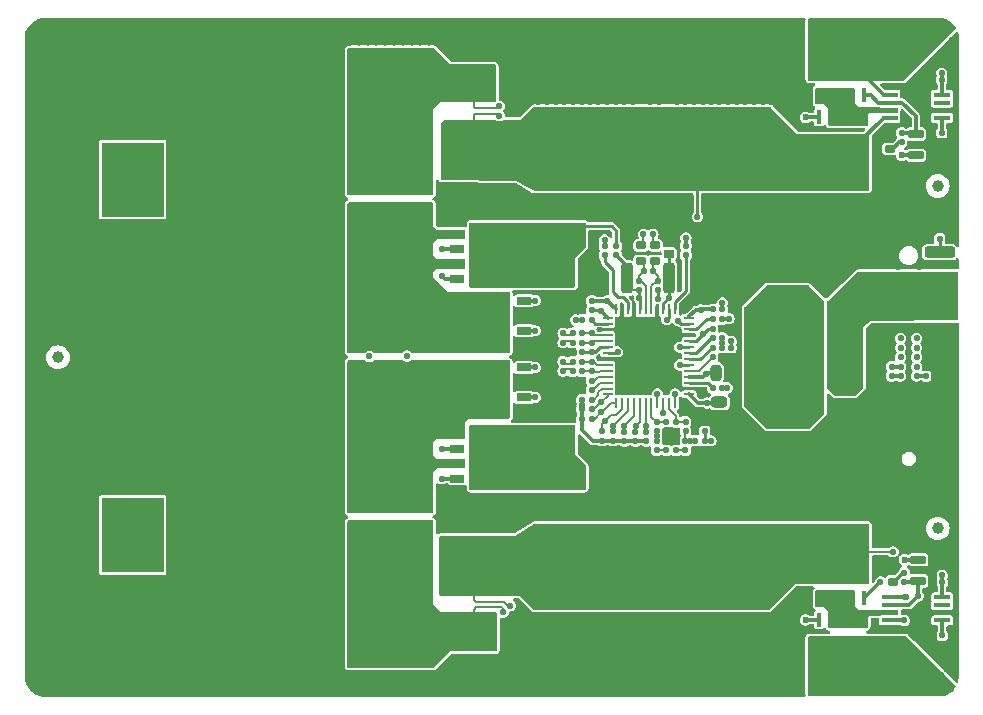
<source format=gbr>
%TF.GenerationSoftware,KiCad,Pcbnew,7.0.7*%
%TF.CreationDate,2024-03-27T22:15:01+01:00*%
%TF.ProjectId,SMPS_legged_robot_module,534d5053-5f6c-4656-9767-65645f726f62,1.0*%
%TF.SameCoordinates,PX116520PY4ddba40*%
%TF.FileFunction,Copper,L1,Top*%
%TF.FilePolarity,Positive*%
%FSLAX46Y46*%
G04 Gerber Fmt 4.6, Leading zero omitted, Abs format (unit mm)*
G04 Created by KiCad (PCBNEW 7.0.7) date 2024-03-27 22:15:01*
%MOMM*%
%LPD*%
G01*
G04 APERTURE LIST*
G04 Aperture macros list*
%AMRoundRect*
0 Rectangle with rounded corners*
0 $1 Rounding radius*
0 $2 $3 $4 $5 $6 $7 $8 $9 X,Y pos of 4 corners*
0 Add a 4 corners polygon primitive as box body*
4,1,4,$2,$3,$4,$5,$6,$7,$8,$9,$2,$3,0*
0 Add four circle primitives for the rounded corners*
1,1,$1+$1,$2,$3*
1,1,$1+$1,$4,$5*
1,1,$1+$1,$6,$7*
1,1,$1+$1,$8,$9*
0 Add four rect primitives between the rounded corners*
20,1,$1+$1,$2,$3,$4,$5,0*
20,1,$1+$1,$4,$5,$6,$7,0*
20,1,$1+$1,$6,$7,$8,$9,0*
20,1,$1+$1,$8,$9,$2,$3,0*%
G04 Aperture macros list end*
%TA.AperFunction,SMDPad,CuDef*%
%ADD10RoundRect,0.137500X-0.137500X0.137500X-0.137500X-0.137500X0.137500X-0.137500X0.137500X0.137500X0*%
%TD*%
%TA.AperFunction,SMDPad,CuDef*%
%ADD11R,0.850000X0.280000*%
%TD*%
%TA.AperFunction,SMDPad,CuDef*%
%ADD12R,0.280000X0.850000*%
%TD*%
%TA.AperFunction,SMDPad,CuDef*%
%ADD13R,4.000000X5.000000*%
%TD*%
%TA.AperFunction,SMDPad,CuDef*%
%ADD14R,2.500000X1.200000*%
%TD*%
%TA.AperFunction,SMDPad,CuDef*%
%ADD15R,4.700000X1.300000*%
%TD*%
%TA.AperFunction,SMDPad,CuDef*%
%ADD16R,2.500000X1.900000*%
%TD*%
%TA.AperFunction,SMDPad,CuDef*%
%ADD17RoundRect,0.187500X-0.262500X0.187500X-0.262500X-0.187500X0.262500X-0.187500X0.262500X0.187500X0*%
%TD*%
%TA.AperFunction,SMDPad,CuDef*%
%ADD18RoundRect,0.130000X-0.130000X-0.130000X0.130000X-0.130000X0.130000X0.130000X-0.130000X0.130000X0*%
%TD*%
%TA.AperFunction,FiducialPad,Global*%
%ADD19C,1.000000*%
%TD*%
%TA.AperFunction,SMDPad,CuDef*%
%ADD20RoundRect,0.130000X0.130000X0.130000X-0.130000X0.130000X-0.130000X-0.130000X0.130000X-0.130000X0*%
%TD*%
%TA.AperFunction,SMDPad,CuDef*%
%ADD21RoundRect,0.137500X0.137500X-0.137500X0.137500X0.137500X-0.137500X0.137500X-0.137500X-0.137500X0*%
%TD*%
%TA.AperFunction,SMDPad,CuDef*%
%ADD22RoundRect,0.237500X-1.062500X0.237500X-1.062500X-0.237500X1.062500X-0.237500X1.062500X0.237500X0*%
%TD*%
%TA.AperFunction,SMDPad,CuDef*%
%ADD23R,4.394196X3.810000*%
%TD*%
%TA.AperFunction,SMDPad,CuDef*%
%ADD24R,0.431800X0.965200*%
%TD*%
%TA.AperFunction,SMDPad,CuDef*%
%ADD25R,0.431800X1.143000*%
%TD*%
%TA.AperFunction,SMDPad,CuDef*%
%ADD26R,3.073400X0.584200*%
%TD*%
%TA.AperFunction,SMDPad,CuDef*%
%ADD27R,5.280000X6.350000*%
%TD*%
%TA.AperFunction,SMDPad,CuDef*%
%ADD28R,5.590000X5.330000*%
%TD*%
%TA.AperFunction,SMDPad,CuDef*%
%ADD29RoundRect,0.137500X-0.137500X-0.137500X0.137500X-0.137500X0.137500X0.137500X-0.137500X0.137500X0*%
%TD*%
%TA.AperFunction,SMDPad,CuDef*%
%ADD30C,0.200000*%
%TD*%
%TA.AperFunction,SMDPad,CuDef*%
%ADD31R,0.400000X0.200000*%
%TD*%
%TA.AperFunction,SMDPad,CuDef*%
%ADD32R,1.425000X0.450000*%
%TD*%
%TA.AperFunction,SMDPad,CuDef*%
%ADD33R,3.460000X2.900000*%
%TD*%
%TA.AperFunction,SMDPad,CuDef*%
%ADD34RoundRect,0.130000X-0.130000X0.130000X-0.130000X-0.130000X0.130000X-0.130000X0.130000X0.130000X0*%
%TD*%
%TA.AperFunction,SMDPad,CuDef*%
%ADD35RoundRect,0.130000X0.130000X-0.130000X0.130000X0.130000X-0.130000X0.130000X-0.130000X-0.130000X0*%
%TD*%
%TA.AperFunction,SMDPad,CuDef*%
%ADD36RoundRect,0.237500X0.237500X1.062500X-0.237500X1.062500X-0.237500X-1.062500X0.237500X-1.062500X0*%
%TD*%
%TA.AperFunction,SMDPad,CuDef*%
%ADD37RoundRect,0.137500X0.137500X0.137500X-0.137500X0.137500X-0.137500X-0.137500X0.137500X-0.137500X0*%
%TD*%
%TA.AperFunction,SMDPad,CuDef*%
%ADD38RoundRect,0.162500X0.287500X-0.162500X0.287500X0.162500X-0.287500X0.162500X-0.287500X-0.162500X0*%
%TD*%
%TA.AperFunction,SMDPad,CuDef*%
%ADD39RoundRect,0.237500X0.437500X-0.237500X0.437500X0.237500X-0.437500X0.237500X-0.437500X-0.237500X0*%
%TD*%
%TA.AperFunction,SMDPad,CuDef*%
%ADD40R,4.975001X0.699998*%
%TD*%
%TA.AperFunction,SMDPad,CuDef*%
%ADD41R,4.499998X0.635006*%
%TD*%
%TA.AperFunction,SMDPad,CuDef*%
%ADD42R,4.975001X0.699992*%
%TD*%
%TA.AperFunction,SMDPad,CuDef*%
%ADD43R,1.200000X0.650001*%
%TD*%
%TA.AperFunction,SMDPad,CuDef*%
%ADD44RoundRect,0.237500X1.062500X-0.237500X1.062500X0.237500X-1.062500X0.237500X-1.062500X-0.237500X0*%
%TD*%
%TA.AperFunction,SMDPad,CuDef*%
%ADD45RoundRect,0.162500X-0.287500X0.162500X-0.287500X-0.162500X0.287500X-0.162500X0.287500X0.162500X0*%
%TD*%
%TA.AperFunction,SMDPad,CuDef*%
%ADD46RoundRect,0.187500X0.462500X-0.187500X0.462500X0.187500X-0.462500X0.187500X-0.462500X-0.187500X0*%
%TD*%
%TA.AperFunction,ComponentPad*%
%ADD47C,0.700000*%
%TD*%
%TA.AperFunction,ComponentPad*%
%ADD48C,4.400000*%
%TD*%
%TA.AperFunction,SMDPad,CuDef*%
%ADD49RoundRect,0.187500X-0.462500X0.187500X-0.462500X-0.187500X0.462500X-0.187500X0.462500X0.187500X0*%
%TD*%
%TA.AperFunction,SMDPad,CuDef*%
%ADD50RoundRect,0.237500X0.237500X0.437500X-0.237500X0.437500X-0.237500X-0.437500X0.237500X-0.437500X0*%
%TD*%
%TA.AperFunction,SMDPad,CuDef*%
%ADD51RoundRect,0.206521X0.643479X-0.268479X0.643479X0.268479X-0.643479X0.268479X-0.643479X-0.268479X0*%
%TD*%
%TA.AperFunction,ViaPad*%
%ADD52C,0.550000*%
%TD*%
%TA.AperFunction,ViaPad*%
%ADD53C,0.600000*%
%TD*%
%TA.AperFunction,Conductor*%
%ADD54C,0.300000*%
%TD*%
%TA.AperFunction,Conductor*%
%ADD55C,0.200000*%
%TD*%
%TA.AperFunction,Conductor*%
%ADD56C,0.250000*%
%TD*%
%TA.AperFunction,Conductor*%
%ADD57C,0.350000*%
%TD*%
G04 APERTURE END LIST*
D10*
%TO.P,R715,1*%
%TO.N,/Project Architecture/Power - Converter/VDD25*%
X158060000Y-3650000D03*
%TO.P,R715,2*%
%TO.N,Net-(IC701B-ASEL1)*%
X158060000Y-4450000D03*
%TD*%
D11*
%TO.P,IC701,1,SW0*%
%TO.N,/Project Architecture/Power - Converter/SW0*%
X153910000Y6790000D03*
%TO.P,IC701,2,TG0*%
%TO.N,Net-(IC701C-TG0)*%
X153910000Y6290000D03*
%TO.P,IC701,3,NO_PIN_1*%
%TO.N,GND*%
X153910000Y5790000D03*
%TO.P,IC701,4,ISENSE0+*%
%TO.N,Net-(IC701C-ISENSE0+)*%
X153910000Y5290000D03*
%TO.P,IC701,5,ISENSE0-*%
%TO.N,Net-(IC701C-ISENSE0-)*%
X153910000Y4790000D03*
%TO.P,IC701,6,TSNS0*%
%TO.N,Net-(IC701B-TSNS0)*%
X153910000Y4290000D03*
%TO.P,IC701,7,VSENSE0+*%
%TO.N,/Project Architecture/Power - Converter/MVA_OUT*%
X153910000Y3790000D03*
%TO.P,IC701,8,VSENSE0-*%
%TO.N,GND*%
X153910000Y3290000D03*
%TO.P,IC701,9,ISENSE1+*%
%TO.N,Net-(IC701D-ISENSE1+)*%
X153910000Y2790000D03*
%TO.P,IC701,10,ISENSE1-*%
%TO.N,Net-(IC701D-ISENSE1-)*%
X153910000Y2290000D03*
%TO.P,IC701,11,ITHR0*%
%TO.N,Net-(IC701B-ITHR0)*%
X153910000Y1790000D03*
%TO.P,IC701,12,ITH0*%
%TO.N,Net-(IC701B-ITH0)*%
X153910000Y1290000D03*
%TO.P,IC701,13,SYNC*%
%TO.N,Net-(IC701B-SYNC)*%
X153910000Y790000D03*
%TO.P,IC701,14,SCL*%
%TO.N,/Project Architecture/Power - Connector /SCL*%
X153910000Y290000D03*
D12*
%TO.P,IC701,15,SDA*%
%TO.N,/Project Architecture/Power - Connector /SDA*%
X154610000Y-410000D03*
%TO.P,IC701,16,~{ALERT}*%
%TO.N,/Project Architecture/Power - Connector /ALERT*%
X155110000Y-410000D03*
%TO.P,IC701,17,~{FAULT0}*%
%TO.N,/Project Architecture/Power - Connector /FAULT0*%
X155610000Y-410000D03*
%TO.P,IC701,18,~{FAULT1}*%
%TO.N,/Project Architecture/Power - Connector /FAULT1*%
X156110000Y-410000D03*
%TO.P,IC701,19,RUN0*%
%TO.N,/Project Architecture/Power - Connector /RUN0*%
X156610000Y-410000D03*
%TO.P,IC701,20,RUN1*%
%TO.N,/Project Architecture/Power - Connector /RUN1*%
X157110000Y-410000D03*
%TO.P,IC701,21,ASEL0*%
%TO.N,Net-(IC701B-ASEL0)*%
X157610000Y-410000D03*
%TO.P,IC701,22,ASEL1*%
%TO.N,Net-(IC701B-ASEL1)*%
X158110000Y-410000D03*
%TO.P,IC701,23,VOUT0_CFG*%
%TO.N,Net-(IC701B-VOUT0_CFG)*%
X158610000Y-410000D03*
%TO.P,IC701,24,VOUT1_CFG*%
%TO.N,Net-(IC701B-VOUT1_CFG)*%
X159110000Y-410000D03*
%TO.P,IC701,25,FREQ_CFG*%
%TO.N,Net-(IC701B-FREQ_CFG)*%
X159610000Y-410000D03*
%TO.P,IC701,26,PHAS_CFG*%
%TO.N,GND*%
X160110000Y-410000D03*
D11*
%TO.P,IC701,27,VDD25*%
%TO.N,/Project Architecture/Power - Converter/VDD25*%
X160810000Y290000D03*
%TO.P,IC701,28,WP*%
%TO.N,GND*%
X160810000Y790000D03*
%TO.P,IC701,29,SHARE_CLK*%
%TO.N,Net-(IC701B-SHARE_CLK)*%
X160810000Y1290000D03*
%TO.P,IC701,30,VDD33*%
%TO.N,/Project Architecture/Power - Converter/VDD33*%
X160810000Y1790000D03*
%TO.P,IC701,31,ITH1*%
%TO.N,Net-(IC701B-ITH1)*%
X160810000Y2290000D03*
%TO.P,IC701,32,ITHR1*%
%TO.N,Net-(IC701B-ITHR1)*%
X160810000Y2790000D03*
%TO.P,IC701,33,PGOOD1*%
%TO.N,Net-(IC701B-PGOOD1)*%
X160810000Y3290000D03*
%TO.P,IC701,34,PGOOD0*%
%TO.N,Net-(IC701B-PGOOD0)*%
X160810000Y3790000D03*
%TO.P,IC701,35,VSENSE1+*%
%TO.N,/Project Architecture/Power - Converter/MVB_OUT*%
X160810000Y4290000D03*
%TO.P,IC701,36,TSNS1*%
%TO.N,Net-(IC701B-TSNS1)*%
X160810000Y4790000D03*
%TO.P,IC701,37,NO_PIN_2*%
%TO.N,GND*%
X160810000Y5290000D03*
%TO.P,IC701,38,TG1*%
%TO.N,Net-(IC701D-TG1)*%
X160810000Y5790000D03*
%TO.P,IC701,39,SW1*%
%TO.N,/Project Architecture/Power - Converter/SW1*%
X160810000Y6290000D03*
%TO.P,IC701,40,BOOST1*%
%TO.N,Net-(D601-K)*%
X160810000Y6790000D03*
D12*
%TO.P,IC701,41,NO_PIN_3*%
%TO.N,GND*%
X160110000Y7490000D03*
%TO.P,IC701,42,BG1*%
%TO.N,Net-(IC701D-BG1)*%
X159610000Y7490000D03*
%TO.P,IC701,43,EXTVCC*%
%TO.N,+12V*%
X159110000Y7490000D03*
%TO.P,IC701,44,DRVCC*%
%TO.N,/Project Architecture/Power - Converter/DRVCC*%
X158610000Y7490000D03*
%TO.P,IC701,45,NO_PIN_4*%
%TO.N,GND*%
X158110000Y7490000D03*
%TO.P,IC701,46,IIN-*%
%TO.N,Net-(IC701A-IIN-)*%
X157610000Y7490000D03*
%TO.P,IC701,47,IIN+*%
%TO.N,Net-(IC701A-IIN+)*%
X157110000Y7490000D03*
%TO.P,IC701,48,VIN*%
%TO.N,Net-(IC701A-VIN)*%
X156610000Y7490000D03*
%TO.P,IC701,49,NO_PIN_5*%
%TO.N,GND*%
X156110000Y7490000D03*
%TO.P,IC701,50,BG0*%
%TO.N,Net-(IC701C-BG0)*%
X155610000Y7490000D03*
%TO.P,IC701,51,NO_PIN_6*%
%TO.N,GND*%
X155110000Y7490000D03*
%TO.P,IC701,52,BOOST0*%
%TO.N,Net-(D602-K)*%
X154610000Y7490000D03*
D13*
%TO.P,IC701,53,GND*%
%TO.N,GND*%
X157360000Y3540000D03*
%TD*%
D14*
%TO.P,C716,1*%
%TO.N,/Project Architecture/+VBAT_Filtered*%
X169635000Y-1260000D03*
D15*
X169635000Y-10000D03*
D16*
X169635000Y1590000D03*
%TO.P,C716,2*%
%TO.N,GND*%
X169635000Y-9210000D03*
D15*
X169635000Y-7610000D03*
D14*
X169635000Y-6360000D03*
%TD*%
%TO.P,C717,1*%
%TO.N,/Project Architecture/+VBAT_Filtered*%
X169635000Y8190000D03*
D15*
X169635000Y6940000D03*
D16*
X169635000Y5340000D03*
%TO.P,C717,2*%
%TO.N,GND*%
X169635000Y16140000D03*
D15*
X169635000Y14540000D03*
D14*
X169635000Y13290000D03*
%TD*%
D17*
%TO.P,C607,2*%
%TO.N,/Project Architecture/Power - Converter/DRVCC*%
X159140000Y12220000D03*
%TO.P,C607,1*%
%TO.N,GND*%
X159140000Y13420000D03*
%TD*%
D18*
%TO.P,C406,1*%
%TO.N,+3V3*%
X180860000Y1840000D03*
%TO.P,C406,2*%
%TO.N,GND*%
X181660000Y1840000D03*
%TD*%
D19*
%TO.P,FM705,*%
%TO.N,*%
X107360000Y3440000D03*
%TD*%
%TO.P,FM703,*%
%TO.N,*%
X181860000Y17940000D03*
%TD*%
%TO.P,FM701,*%
%TO.N,*%
X181860000Y-11060000D03*
%TD*%
D10*
%TO.P,R712,1*%
%TO.N,/Project Architecture/Power - Converter/VDD25*%
X160490000Y-3650000D03*
%TO.P,R712,2*%
%TO.N,Net-(IC701B-VOUT0_CFG)*%
X160490000Y-4450000D03*
%TD*%
D20*
%TO.P,C603,1*%
%TO.N,Net-(IC601-INTVCC)*%
X182200000Y22430000D03*
%TO.P,C603,2*%
%TO.N,GND*%
X181400000Y22430000D03*
%TD*%
D18*
%TO.P,C709,1*%
%TO.N,GND*%
X151740000Y640000D03*
%TO.P,C709,2*%
%TO.N,Net-(IC701B-ITH0)*%
X152540000Y640000D03*
%TD*%
D10*
%TO.P,R705,1*%
%TO.N,/Project Architecture/Power - Connector /RUN0*%
X156250000Y-2850000D03*
%TO.P,R705,2*%
%TO.N,/Project Architecture/Power - Converter/VDD33*%
X156250000Y-3650000D03*
%TD*%
D21*
%TO.P,R718,2*%
%TO.N,GND*%
X159680000Y-3650000D03*
%TO.P,R718,1*%
%TO.N,Net-(IC701B-VOUT0_CFG)*%
X159680000Y-4450000D03*
%TD*%
D10*
%TO.P,R704,1*%
%TO.N,/Project Architecture/Power - Connector /RUN1*%
X157190000Y-2850000D03*
%TO.P,R704,2*%
%TO.N,/Project Architecture/Power - Converter/VDD33*%
X157190000Y-3650000D03*
%TD*%
D21*
%TO.P,R732,1*%
%TO.N,Net-(IC701C-BG0)*%
X153650000Y12070000D03*
%TO.P,R732,2*%
%TO.N,Net-(Q702-G)*%
X153650000Y12870000D03*
%TD*%
D22*
%TO.P,C706,1*%
%TO.N,/Project Architecture/Power - Converter/MVA_OUT*%
X144000000Y19679000D03*
%TO.P,C706,2*%
%TO.N,GND*%
X144000000Y16879000D03*
%TD*%
D23*
%TO.P,Q602,1,D*%
%TO.N,/Project Architecture/MVA_Filtered*%
X173695002Y28931300D03*
D24*
X171790000Y31318900D03*
X173060000Y31318900D03*
X174330000Y31318900D03*
X175600000Y31318900D03*
D25*
%TO.P,Q602,2,G*%
%TO.N,Net-(IC601-GATE)*%
X175600000Y25616600D03*
%TO.P,Q602,3,S*%
%TO.N,Net-(IC601-SOURCE)*%
X171790000Y25616600D03*
X173060000Y25616600D03*
X174330000Y25616600D03*
D26*
X173060000Y25896000D03*
%TD*%
D27*
%TO.P,L702,3*%
%TO.N,N/C*%
X113695000Y-11600000D03*
D28*
%TO.P,L702,2,2*%
%TO.N,/Project Architecture/Power - Converter/SW1*%
X135770000Y-6525000D03*
%TO.P,L702,1,1*%
%TO.N,Net-(L702-Pad1)*%
X135770000Y-16675000D03*
%TD*%
D21*
%TO.P,R714,1*%
%TO.N,/Project Architecture/Power - Converter/VDD25*%
X158065000Y-2835000D03*
%TO.P,R714,2*%
%TO.N,Net-(IC701B-ASEL0)*%
X158065000Y-2035000D03*
%TD*%
D14*
%TO.P,C730,1*%
%TO.N,/Project Architecture/Power - Converter/MVB_OUT*%
X151730000Y-16000000D03*
D15*
X151730000Y-14750000D03*
D16*
X151730000Y-13150000D03*
%TO.P,C730,2*%
%TO.N,GND*%
X151730000Y-23950000D03*
D15*
X151730000Y-22350000D03*
D14*
X151730000Y-21100000D03*
%TD*%
D29*
%TO.P,R706,1*%
%TO.N,Net-(IC701B-SHARE_CLK)*%
X162800000Y850000D03*
%TO.P,R706,2*%
%TO.N,/Project Architecture/Power - Converter/VDD33*%
X163600000Y850000D03*
%TD*%
D30*
%TO.P,NT603,1,1*%
%TO.N,Net-(L702-Pad1)*%
X142770000Y-17750000D03*
D31*
X142970000Y-17750000D03*
D30*
%TO.P,NT603,2,2*%
%TO.N,/Project Architecture/Power - Converter/shuntB-*%
X143170000Y-17750000D03*
%TD*%
D32*
%TO.P,IC602,8,SHDN*%
%TO.N,+3V3*%
X182232000Y-16897300D03*
%TO.P,IC602,7,2UPU*%
%TO.N,unconnected-(IC602-2UPU-Pad7)*%
X182232000Y-17547300D03*
%TO.P,IC602,6,GND*%
%TO.N,GND*%
X182232000Y-18197300D03*
%TO.P,IC602,5,INTVCC*%
%TO.N,Net-(IC602-INTVCC)*%
X182232000Y-18847300D03*
%TO.P,IC602,4,IN*%
%TO.N,/Project Architecture/Power - Converter/MVB_OUT*%
X177808000Y-18847300D03*
%TO.P,IC602,3,SOURCE*%
%TO.N,Net-(IC602-SOURCE)*%
X177808000Y-18197300D03*
%TO.P,IC602,2,GATE*%
%TO.N,Net-(IC602-GATE)*%
X177808000Y-17547300D03*
%TO.P,IC602,1,OUT*%
%TO.N,/Project Architecture/MVB_Filtered*%
X177808000Y-16897300D03*
%TD*%
D33*
%TO.P,R717,1*%
%TO.N,Net-(L701-Pad2)*%
X142560000Y26521000D03*
%TO.P,R717,2*%
%TO.N,/Project Architecture/Power - Converter/MVA_OUT*%
X142560000Y22059000D03*
%TD*%
D34*
%TO.P,C605,2*%
%TO.N,Net-(IC602-GATE)*%
X179020000Y-15600000D03*
%TO.P,C605,1*%
%TO.N,Net-(C605-Pad1)*%
X179020000Y-14800000D03*
%TD*%
D35*
%TO.P,C711,1*%
%TO.N,GND*%
X164360000Y3440000D03*
%TO.P,C711,2*%
%TO.N,Net-(IC701B-ITHR1)*%
X164360000Y4240000D03*
%TD*%
D36*
%TO.P,C721,1*%
%TO.N,Net-(IC701A-VIN)*%
X155540000Y10150000D03*
%TO.P,C721,2*%
%TO.N,GND*%
X152740000Y10150000D03*
%TD*%
D37*
%TO.P,R701,1*%
%TO.N,Net-(IC701B-SYNC)*%
X152540000Y-170000D03*
%TO.P,R701,2*%
%TO.N,/Project Architecture/Power - Converter/VDD33*%
X151740000Y-170000D03*
%TD*%
D20*
%TO.P,C604,1*%
%TO.N,+3V3*%
X182230000Y-15620000D03*
%TO.P,C604,2*%
%TO.N,GND*%
X181430000Y-15620000D03*
%TD*%
D30*
%TO.P,NT606,1,1*%
%TO.N,/Project Architecture/Power - Converter/MVA_OUT*%
X142700000Y24065000D03*
D31*
X142900000Y24065000D03*
D30*
%TO.P,NT606,2,2*%
%TO.N,/Project Architecture/Power - Converter/shuntA+*%
X143100000Y24065000D03*
%TD*%
D22*
%TO.P,C707,1*%
%TO.N,/Project Architecture/Power - Converter/MVA_OUT*%
X141140000Y19679000D03*
%TO.P,C707,2*%
%TO.N,GND*%
X141140000Y16879000D03*
%TD*%
D38*
%TO.P,R602,1*%
%TO.N,Net-(C602-Pad1)*%
X177790000Y21080000D03*
%TO.P,R602,2*%
%TO.N,GND*%
X177790000Y22380000D03*
%TD*%
D39*
%TO.P,C726,1*%
%TO.N,GND*%
X163360000Y-1885000D03*
%TO.P,C726,2*%
%TO.N,/Project Architecture/Power - Converter/VDD25*%
X163360000Y-385000D03*
%TD*%
D37*
%TO.P,R711,1*%
%TO.N,/Project Architecture/Power - Connector /SDA*%
X152540000Y-1790000D03*
%TO.P,R711,2*%
%TO.N,/Project Architecture/Power - Converter/VDD33*%
X151740000Y-1790000D03*
%TD*%
D40*
%TO.P,Q701,1,D*%
%TO.N,/Project Architecture/Power - Converter/Vin*%
X144922500Y13950001D03*
D41*
X144684999Y13282497D03*
D42*
X144922500Y12614998D03*
D40*
X144910001Y11285004D03*
D41*
X144672500Y10617500D03*
D42*
X144910001Y9950001D03*
D43*
%TO.P,Q701,2,G*%
%TO.N,Net-(Q701-G)*%
X141185000Y12585001D03*
X141185000Y10045001D03*
%TO.P,Q701,3,S*%
%TO.N,/Project Architecture/Power - Converter/SW0*%
X141185000Y13855001D03*
X141185000Y11315001D03*
%TD*%
D37*
%TO.P,R730,1*%
%TO.N,Net-(IC701D-ISENSE1+)*%
X151730000Y3070000D03*
%TO.P,R730,2*%
%TO.N,/Project Architecture/Power - Converter/shuntB-*%
X150930000Y3070000D03*
%TD*%
%TO.P,R733,1*%
%TO.N,Net-(IC701C-TG0)*%
X152540000Y6600000D03*
%TO.P,R733,2*%
%TO.N,Net-(Q701-G)*%
X151740000Y6600000D03*
%TD*%
D29*
%TO.P,R702,1*%
%TO.N,Net-(IC701B-PGOOD0)*%
X162800000Y5060000D03*
%TO.P,R702,2*%
%TO.N,/Project Architecture/Power - Converter/VDD33*%
X163600000Y5060000D03*
%TD*%
D40*
%TO.P,Q706,1,D*%
%TO.N,/Project Architecture/Power - Converter/SW1*%
X143091001Y-1335000D03*
D41*
X143328502Y-667496D03*
D42*
X143091001Y3D03*
D40*
X143103500Y1329997D03*
D41*
X143341001Y1997501D03*
D42*
X143103500Y2665000D03*
D43*
%TO.P,Q706,2,G*%
%TO.N,Net-(Q706-G)*%
X146828501Y30000D03*
X146828501Y2570000D03*
%TO.P,Q706,3,S*%
%TO.N,GND*%
X146828501Y-1240000D03*
X146828501Y1300000D03*
%TD*%
D20*
%TO.P,C405,1*%
%TO.N,+5V*%
X177960000Y1840000D03*
%TO.P,C405,2*%
%TO.N,GND*%
X177160000Y1840000D03*
%TD*%
D34*
%TO.P,C725,1*%
%TO.N,Net-(IC701D-ISENSE1+)*%
X152540000Y3060000D03*
%TO.P,C725,2*%
%TO.N,Net-(IC701D-ISENSE1-)*%
X152540000Y2260000D03*
%TD*%
D29*
%TO.P,R703,1*%
%TO.N,Net-(IC701B-PGOOD1)*%
X162800000Y4250000D03*
%TO.P,R703,2*%
%TO.N,/Project Architecture/Power - Converter/VDD33*%
X163600000Y4250000D03*
%TD*%
D44*
%TO.P,C732,1*%
%TO.N,/Project Architecture/Power - Converter/MVB_OUT*%
X141140000Y-12890000D03*
%TO.P,C732,2*%
%TO.N,GND*%
X141140000Y-10090000D03*
%TD*%
D22*
%TO.P,C714,1*%
%TO.N,/Project Architecture/Power - Converter/Vin*%
X149580000Y10530000D03*
%TO.P,C714,2*%
%TO.N,GND*%
X149580000Y7730000D03*
%TD*%
D20*
%TO.P,C601,1*%
%TO.N,+3V3*%
X182190000Y26930000D03*
%TO.P,C601,2*%
%TO.N,GND*%
X181390000Y26930000D03*
%TD*%
D34*
%TO.P,C703,1*%
%TO.N,Net-(IC701C-ISENSE0+)*%
X152540000Y5480000D03*
%TO.P,C703,2*%
%TO.N,Net-(IC701C-ISENSE0-)*%
X152540000Y4680000D03*
%TD*%
D37*
%TO.P,R722,2*%
%TO.N,GND*%
X161310000Y-2825000D03*
%TO.P,R722,1*%
%TO.N,Net-(IC701B-FREQ_CFG)*%
X162110000Y-2825000D03*
%TD*%
D45*
%TO.P,R728,1*%
%TO.N,/Project Architecture/Power - Converter/shuntIn+*%
X157930000Y12910000D03*
%TO.P,R728,2*%
%TO.N,Net-(IC701A-IIN-)*%
X157930000Y11610000D03*
%TD*%
D18*
%TO.P,C710,1*%
%TO.N,GND*%
X151740000Y1450000D03*
%TO.P,C710,2*%
%TO.N,Net-(IC701B-ITHR0)*%
X152540000Y1450000D03*
%TD*%
D46*
%TO.P,R601,1*%
%TO.N,Net-(Q601-G)*%
X179990000Y20530000D03*
%TO.P,R601,2*%
%TO.N,Net-(IC601-GATE)*%
X179990000Y22330000D03*
%TD*%
D21*
%TO.P,R713,2*%
%TO.N,Net-(IC701B-VOUT1_CFG)*%
X160500000Y-2040000D03*
%TO.P,R713,1*%
%TO.N,/Project Architecture/Power - Converter/VDD25*%
X160500000Y-2840000D03*
%TD*%
D47*
%TO.P,H801,1,1*%
%TO.N,GND*%
X105740000Y18440000D03*
X106223274Y19606726D03*
X106223274Y17273274D03*
X107390000Y20090000D03*
D48*
X107390000Y18440000D03*
D47*
X107390000Y16790000D03*
X108556726Y19606726D03*
X108556726Y17273274D03*
X109040000Y18440000D03*
%TD*%
D29*
%TO.P,R716,1*%
%TO.N,/Project Architecture/Power - Converter/VDD25*%
X161310000Y-3635000D03*
%TO.P,R716,2*%
%TO.N,Net-(IC701B-FREQ_CFG)*%
X162110000Y-3635000D03*
%TD*%
D49*
%TO.P,R603,1*%
%TO.N,Net-(Q603-G)*%
X180210000Y-13700000D03*
%TO.P,R603,2*%
%TO.N,Net-(IC602-GATE)*%
X180210000Y-15500000D03*
%TD*%
D34*
%TO.P,C723,1*%
%TO.N,Net-(IC701A-IIN-)*%
X158130000Y9920000D03*
%TO.P,C723,2*%
%TO.N,Net-(IC701A-VIN)*%
X158130000Y9120000D03*
%TD*%
D44*
%TO.P,C701,1*%
%TO.N,/Project Architecture/Power - Converter/Vin*%
X149580000Y-3540000D03*
%TO.P,C701,2*%
%TO.N,GND*%
X149580000Y-740000D03*
%TD*%
D18*
%TO.P,C708,1*%
%TO.N,GND*%
X150930000Y3870000D03*
%TO.P,C708,2*%
%TO.N,Net-(IC701B-TSNS0)*%
X151730000Y3870000D03*
%TD*%
%TO.P,C720,1*%
%TO.N,Net-(IC701A-IIN+)*%
X156950000Y10730000D03*
%TO.P,C720,2*%
%TO.N,Net-(IC701A-IIN-)*%
X157750000Y10730000D03*
%TD*%
D28*
%TO.P,L701,1,1*%
%TO.N,/Project Architecture/Power - Converter/SW0*%
X135770000Y13405000D03*
%TO.P,L701,2,2*%
%TO.N,Net-(L701-Pad2)*%
X135770000Y23555000D03*
D27*
%TO.P,L701,3*%
%TO.N,N/C*%
X113695000Y18480000D03*
%TD*%
D34*
%TO.P,C722,1*%
%TO.N,Net-(IC701A-IIN+)*%
X156570000Y9920000D03*
%TO.P,C722,2*%
%TO.N,Net-(IC701A-VIN)*%
X156570000Y9120000D03*
%TD*%
D32*
%TO.P,IC601,1,OUT*%
%TO.N,/Project Architecture/MVA_Filtered*%
X177778000Y25655000D03*
%TO.P,IC601,2,GATE*%
%TO.N,Net-(IC601-GATE)*%
X177778000Y25005000D03*
%TO.P,IC601,3,SOURCE*%
%TO.N,Net-(IC601-SOURCE)*%
X177778000Y24355000D03*
%TO.P,IC601,4,IN*%
%TO.N,/Project Architecture/Power - Converter/MVA_OUT*%
X177778000Y23705000D03*
%TO.P,IC601,5,INTVCC*%
%TO.N,Net-(IC601-INTVCC)*%
X182202000Y23705000D03*
%TO.P,IC601,6,GND*%
%TO.N,GND*%
X182202000Y24355000D03*
%TO.P,IC601,7,2UPU*%
%TO.N,unconnected-(IC601-2UPU-Pad7)*%
X182202000Y25005000D03*
%TO.P,IC601,8,SHDN*%
%TO.N,+3V3*%
X182202000Y25655000D03*
%TD*%
D21*
%TO.P,R734,2*%
%TO.N,Net-(Q706-G)*%
X160530000Y12880000D03*
%TO.P,R734,1*%
%TO.N,Net-(IC701D-BG1)*%
X160530000Y12080000D03*
%TD*%
D30*
%TO.P,NT605,2,2*%
%TO.N,/Project Architecture/Power - Converter/shuntA-*%
X143100000Y24515000D03*
D31*
%TO.P,NT605,1,1*%
%TO.N,Net-(L701-Pad2)*%
X142900000Y24515000D03*
D30*
X142700000Y24515000D03*
%TD*%
D20*
%TO.P,C606,1*%
%TO.N,Net-(IC602-INTVCC)*%
X182230000Y-20120000D03*
%TO.P,C606,2*%
%TO.N,GND*%
X181430000Y-20120000D03*
%TD*%
D50*
%TO.P,C727,2*%
%TO.N,/Project Architecture/Power - Converter/VDD33*%
X163070000Y2140000D03*
%TO.P,C727,1*%
%TO.N,GND*%
X164570000Y2140000D03*
%TD*%
D14*
%TO.P,C704,1*%
%TO.N,/Project Architecture/Power - Converter/MVA_OUT*%
X151730000Y22780000D03*
D15*
X151730000Y21530000D03*
D16*
X151730000Y19930000D03*
%TO.P,C704,2*%
%TO.N,GND*%
X151730000Y30730000D03*
D15*
X151730000Y29130000D03*
D14*
X151730000Y27880000D03*
%TD*%
%TO.P,C729,1*%
%TO.N,/Project Architecture/Power - Converter/MVB_OUT*%
X164190000Y-15990000D03*
D15*
X164190000Y-14740000D03*
D16*
X164190000Y-13140000D03*
%TO.P,C729,2*%
%TO.N,GND*%
X164190000Y-23940000D03*
D15*
X164190000Y-22340000D03*
D14*
X164190000Y-21090000D03*
%TD*%
D10*
%TO.P,R719,2*%
%TO.N,GND*%
X159680000Y-2840000D03*
%TO.P,R719,1*%
%TO.N,Net-(IC701B-VOUT1_CFG)*%
X159680000Y-2040000D03*
%TD*%
D40*
%TO.P,Q705,1,D*%
%TO.N,/Project Architecture/Power - Converter/Vin*%
X144922500Y-2949999D03*
D41*
X144684999Y-3617503D03*
D42*
X144922500Y-4285002D03*
D40*
X144910001Y-5614996D03*
D41*
X144672500Y-6282500D03*
D42*
X144910001Y-6949999D03*
D43*
%TO.P,Q705,2,G*%
%TO.N,Net-(Q705-G)*%
X141185000Y-4314999D03*
X141185000Y-6854999D03*
%TO.P,Q705,3,S*%
%TO.N,/Project Architecture/Power - Converter/SW1*%
X141185000Y-3044999D03*
X141185000Y-5584999D03*
%TD*%
D23*
%TO.P,Q604,1,D*%
%TO.N,/Project Architecture/MVB_Filtered*%
X173714998Y-22124700D03*
D24*
X175620000Y-24512300D03*
X174350000Y-24512300D03*
X173080000Y-24512300D03*
X171810000Y-24512300D03*
D25*
%TO.P,Q604,2,G*%
%TO.N,Net-(IC602-GATE)*%
X171810000Y-18810000D03*
%TO.P,Q604,3,S*%
%TO.N,Net-(IC602-SOURCE)*%
X175620000Y-18810000D03*
X174350000Y-18810000D03*
X173080000Y-18810000D03*
D26*
X174350000Y-19089400D03*
%TD*%
D30*
%TO.P,NT604,1,1*%
%TO.N,/Project Architecture/Power - Converter/MVB_OUT*%
X142770000Y-17300000D03*
D31*
X142970000Y-17300000D03*
D30*
%TO.P,NT604,2,2*%
%TO.N,/Project Architecture/Power - Converter/shuntB+*%
X143170000Y-17300000D03*
%TD*%
D14*
%TO.P,C705,1*%
%TO.N,/Project Architecture/Power - Converter/MVA_OUT*%
X164150000Y22790000D03*
D15*
X164150000Y21540000D03*
D16*
X164150000Y19940000D03*
%TO.P,C705,2*%
%TO.N,GND*%
X164150000Y30740000D03*
D15*
X164150000Y29140000D03*
D14*
X164150000Y27890000D03*
%TD*%
D21*
%TO.P,R726,1*%
%TO.N,Net-(IC701A-VIN)*%
X154630000Y12070000D03*
%TO.P,R726,2*%
%TO.N,/Project Architecture/Power - Converter/Vin*%
X154630000Y12870000D03*
%TD*%
D29*
%TO.P,R735,1*%
%TO.N,Net-(IC701D-TG1)*%
X162800000Y6680000D03*
%TO.P,R735,2*%
%TO.N,Net-(Q705-G)*%
X163600000Y6680000D03*
%TD*%
D23*
%TO.P,Q601,1,D*%
%TO.N,/Project Architecture/Power - Converter/MVA_OUT*%
X173694998Y20435300D03*
D24*
X175600000Y18047700D03*
X174330000Y18047700D03*
X173060000Y18047700D03*
X171790000Y18047700D03*
D25*
%TO.P,Q601,2,G*%
%TO.N,Net-(Q601-G)*%
X171790000Y23750000D03*
%TO.P,Q601,3,S*%
%TO.N,Net-(IC601-SOURCE)*%
X175600000Y23750000D03*
X174330000Y23750000D03*
X173060000Y23750000D03*
D26*
X174330000Y23470600D03*
%TD*%
D38*
%TO.P,R604,1*%
%TO.N,Net-(C605-Pad1)*%
X178030000Y-15550000D03*
%TO.P,R604,2*%
%TO.N,GND*%
X178030000Y-14250000D03*
%TD*%
D34*
%TO.P,C702,1*%
%TO.N,Net-(D602-K)*%
X152540000Y8210000D03*
%TO.P,C702,2*%
%TO.N,/Project Architecture/Power - Converter/SW0*%
X152540000Y7410000D03*
%TD*%
D37*
%TO.P,R710,1*%
%TO.N,/Project Architecture/Power - Connector /SCL*%
X152540000Y-980000D03*
%TO.P,R710,2*%
%TO.N,/Project Architecture/Power - Converter/VDD33*%
X151740000Y-980000D03*
%TD*%
D20*
%TO.P,C712,1*%
%TO.N,GND*%
X163600000Y3440000D03*
%TO.P,C712,2*%
%TO.N,Net-(IC701B-ITH1)*%
X162800000Y3440000D03*
%TD*%
D44*
%TO.P,C731,1*%
%TO.N,/Project Architecture/Power - Converter/MVB_OUT*%
X144000000Y-12890000D03*
%TO.P,C731,2*%
%TO.N,GND*%
X144000000Y-10090000D03*
%TD*%
D35*
%TO.P,C602,1*%
%TO.N,Net-(C602-Pad1)*%
X178790000Y21630000D03*
%TO.P,C602,2*%
%TO.N,Net-(IC601-GATE)*%
X178790000Y22430000D03*
%TD*%
D18*
%TO.P,C715,1*%
%TO.N,Net-(D601-K)*%
X162800000Y7490000D03*
%TO.P,C715,2*%
%TO.N,/Project Architecture/Power - Converter/SW1*%
X163600000Y7490000D03*
%TD*%
D10*
%TO.P,R709,1*%
%TO.N,/Project Architecture/Power - Connector /ALERT*%
X153430000Y-2840000D03*
%TO.P,R709,2*%
%TO.N,/Project Architecture/Power - Converter/VDD33*%
X153430000Y-3640000D03*
%TD*%
D40*
%TO.P,Q702,1,D*%
%TO.N,/Project Architecture/Power - Converter/SW0*%
X143107502Y4320001D03*
D41*
X143345003Y4987505D03*
D42*
X143107502Y5655004D03*
D40*
X143120001Y6984998D03*
D41*
X143357502Y7652502D03*
D42*
X143120001Y8320001D03*
D43*
%TO.P,Q702,2,G*%
%TO.N,Net-(Q702-G)*%
X146845002Y5685001D03*
X146845002Y8225001D03*
%TO.P,Q702,3,S*%
%TO.N,GND*%
X146845002Y4415001D03*
X146845002Y6955001D03*
%TD*%
D37*
%TO.P,R723,1*%
%TO.N,Net-(IC701C-ISENSE0+)*%
X151730000Y5480000D03*
%TO.P,R723,2*%
%TO.N,/Project Architecture/Power - Converter/shuntA-*%
X150930000Y5480000D03*
%TD*%
D23*
%TO.P,Q603,1,D*%
%TO.N,/Project Architecture/Power - Converter/MVB_OUT*%
X173735002Y-13635300D03*
D24*
X171830000Y-11247700D03*
X173100000Y-11247700D03*
X174370000Y-11247700D03*
X175640000Y-11247700D03*
D25*
%TO.P,Q603,2,G*%
%TO.N,Net-(Q603-G)*%
X175640000Y-16950000D03*
%TO.P,Q603,3,S*%
%TO.N,Net-(IC602-SOURCE)*%
X171830000Y-16950000D03*
X173100000Y-16950000D03*
X174370000Y-16950000D03*
D26*
X173100000Y-16670600D03*
%TD*%
D33*
%TO.P,R729,1*%
%TO.N,Net-(L702-Pad1)*%
X142570000Y-19751000D03*
%TO.P,R729,2*%
%TO.N,/Project Architecture/Power - Converter/MVB_OUT*%
X142570000Y-15289000D03*
%TD*%
D45*
%TO.P,R727,1*%
%TO.N,/Project Architecture/Power - Converter/shuntIn-*%
X156740000Y12910000D03*
%TO.P,R727,2*%
%TO.N,Net-(IC701A-IIN+)*%
X156740000Y11610000D03*
%TD*%
D21*
%TO.P,R721,1*%
%TO.N,Net-(IC701B-ASEL1)*%
X158870000Y-4450000D03*
%TO.P,R721,2*%
%TO.N,GND*%
X158870000Y-3650000D03*
%TD*%
D47*
%TO.P,H802,1,1*%
%TO.N,GND*%
X105740000Y-11560000D03*
X106223274Y-10393274D03*
X106223274Y-12726726D03*
X107390000Y-9910000D03*
D48*
X107390000Y-11560000D03*
D47*
X107390000Y-13210000D03*
X108556726Y-10393274D03*
X108556726Y-12726726D03*
X109040000Y-11560000D03*
%TD*%
D20*
%TO.P,C407,2*%
%TO.N,GND*%
X177160000Y2640000D03*
%TO.P,C407,1*%
%TO.N,+12V*%
X177960000Y2640000D03*
%TD*%
D37*
%TO.P,R731,1*%
%TO.N,Net-(IC701D-ISENSE1-)*%
X151730000Y2260000D03*
%TO.P,R731,2*%
%TO.N,/Project Architecture/Power - Converter/shuntB+*%
X150930000Y2260000D03*
%TD*%
D20*
%TO.P,C713,1*%
%TO.N,GND*%
X163600000Y5870000D03*
%TO.P,C713,2*%
%TO.N,Net-(IC701B-TSNS1)*%
X162800000Y5870000D03*
%TD*%
D37*
%TO.P,R724,1*%
%TO.N,Net-(IC701C-ISENSE0-)*%
X151730000Y4680000D03*
%TO.P,R724,2*%
%TO.N,/Project Architecture/Power - Converter/shuntA+*%
X150930000Y4680000D03*
%TD*%
D36*
%TO.P,C724,1*%
%TO.N,GND*%
X161940000Y10150000D03*
%TO.P,C724,2*%
%TO.N,/Project Architecture/Power - Converter/DRVCC*%
X159140000Y10150000D03*
%TD*%
D10*
%TO.P,R707,1*%
%TO.N,/Project Architecture/Power - Connector /FAULT1*%
X155310000Y-2850000D03*
%TO.P,R707,2*%
%TO.N,/Project Architecture/Power - Converter/VDD33*%
X155310000Y-3650000D03*
%TD*%
%TO.P,R720,1*%
%TO.N,Net-(IC701B-ASEL0)*%
X158875000Y-2035000D03*
%TO.P,R720,2*%
%TO.N,GND*%
X158875000Y-2835000D03*
%TD*%
%TO.P,R708,1*%
%TO.N,/Project Architecture/Power - Connector /FAULT0*%
X154370000Y-2840000D03*
%TO.P,R708,2*%
%TO.N,/Project Architecture/Power - Converter/VDD33*%
X154370000Y-3640000D03*
%TD*%
%TO.P,R401,2*%
%TO.N,Net-(C401-Pad2)*%
X182010000Y13465000D03*
%TO.P,R401,1*%
%TO.N,GND*%
X182010000Y14265000D03*
%TD*%
D44*
%TO.P,C401,2*%
%TO.N,Net-(C401-Pad2)*%
X182010000Y12340000D03*
%TO.P,C401,1*%
%TO.N,/Project Architecture/Power - Connector /+VBAT_IN*%
X182010000Y9540000D03*
%TD*%
D51*
%TO.P,C403,1*%
%TO.N,/Project Architecture/Power - Connector /+VBAT_IN*%
X177135000Y9640000D03*
%TO.P,C403,2*%
%TO.N,GND*%
X177135000Y12440000D03*
%TD*%
D52*
%TO.N,GND*%
X136610000Y-23410000D03*
X133660000Y-23410000D03*
X137360000Y-23410000D03*
X135860000Y-23410000D03*
X135110000Y-23410000D03*
X138060000Y-23410000D03*
X134360000Y-23410000D03*
X138810000Y-23410000D03*
X132910000Y-23410000D03*
X132160000Y-23410000D03*
X138010000Y30090000D03*
X138760000Y30090000D03*
X137310000Y30090000D03*
X136560000Y30090000D03*
X135810000Y30090000D03*
X134310000Y30090000D03*
X135060000Y30090000D03*
X133610000Y30090000D03*
X132860000Y30090000D03*
X132110000Y30090000D03*
X154660000Y-18510000D03*
X156110000Y-18510000D03*
X153910000Y-18510000D03*
X153160000Y-18510000D03*
X155360000Y-18510000D03*
X157560000Y-18510000D03*
X162010000Y-18510000D03*
X167810000Y-18510000D03*
X164910000Y-18510000D03*
X160510000Y-18510000D03*
X161260000Y-18510000D03*
X162710000Y-18510000D03*
X158310000Y-18510000D03*
X167110000Y-18510000D03*
X164160000Y-18510000D03*
X159810000Y-18510000D03*
X163410000Y-18510000D03*
X165610000Y-18510000D03*
X166360000Y-18510000D03*
X151010000Y-18510000D03*
X152460000Y-18510000D03*
X148810000Y-18510000D03*
X148060000Y-18510000D03*
X150260000Y-18510000D03*
X149560000Y-18510000D03*
X151760000Y-18510000D03*
X167760000Y25090000D03*
X164860000Y25090000D03*
X166310000Y25090000D03*
X167060000Y25090000D03*
X164110000Y25090000D03*
X163360000Y25090000D03*
X165560000Y25090000D03*
X162660000Y25090000D03*
X159760000Y25090000D03*
X161210000Y25090000D03*
X161960000Y25090000D03*
X158260000Y25090000D03*
X160460000Y25090000D03*
X157510000Y25090000D03*
X154610000Y25090000D03*
X156060000Y25090000D03*
X153860000Y25090000D03*
X153110000Y25090000D03*
X155310000Y25090000D03*
X152410000Y25090000D03*
X149510000Y25090000D03*
X150960000Y25090000D03*
X151710000Y25090000D03*
X148760000Y25090000D03*
X148010000Y25090000D03*
X150210000Y25090000D03*
X125360000Y16840000D03*
X125360000Y15390000D03*
X125360000Y14640000D03*
X125360000Y17590000D03*
X125360000Y18340000D03*
X125360000Y16140000D03*
X125360000Y12440000D03*
X125360000Y10990000D03*
X125360000Y10240000D03*
X125360000Y13190000D03*
X125360000Y13940000D03*
X125360000Y11740000D03*
X125360000Y8040000D03*
X125360000Y9540000D03*
X125360000Y8790000D03*
X125360000Y5840000D03*
X125360000Y7340000D03*
X125360000Y6590000D03*
X125360000Y5140000D03*
X152710000Y13640000D03*
X152710000Y15140000D03*
X152710000Y12940000D03*
X152710000Y-8110000D03*
X152710000Y-7410000D03*
X152710000Y-6660000D03*
X152710000Y-5910000D03*
X162460000Y14540000D03*
X162460000Y13790000D03*
X162460000Y13040000D03*
X163710000Y-8760000D03*
X162860000Y-8760000D03*
X181860000Y-12660000D03*
X181310000Y-12660000D03*
X182410000Y-12660000D03*
X182410000Y19640000D03*
X181310000Y19640000D03*
X181860000Y19640000D03*
X181410000Y28490000D03*
X181960000Y29090000D03*
X180860000Y27890000D03*
X180310000Y27340000D03*
X182510000Y29690000D03*
X183060000Y30290000D03*
X183210000Y-23160000D03*
X182610000Y-22610000D03*
X182010000Y-22060000D03*
X180260000Y-20410000D03*
X181410000Y-21510000D03*
X180810000Y-20960000D03*
X177060000Y-13810000D03*
X177060000Y-12110000D03*
X177060000Y-11010000D03*
X177060000Y-9910000D03*
X177060000Y-8510000D03*
X177060000Y-5460000D03*
X177710000Y-4760000D03*
X177110000Y19190000D03*
X177110000Y18040000D03*
X177110000Y16940000D03*
X177110000Y15740000D03*
X177110000Y14640000D03*
X177110000Y13490000D03*
X180210000Y-4110000D03*
X178460000Y-4060000D03*
X180260000Y11090000D03*
X178510000Y11090000D03*
X182160000Y5940000D03*
X181210000Y5940000D03*
X180110000Y5940000D03*
X179010000Y5940000D03*
X177960000Y5940000D03*
X176860000Y5940000D03*
X173360000Y-1060000D03*
X172560000Y-1810000D03*
X171610000Y-2810000D03*
X170860000Y-3810000D03*
X170910000Y11890000D03*
X170910000Y11040000D03*
X170910000Y10190000D03*
D53*
X156160000Y3540000D03*
X156160000Y4340000D03*
X156160000Y2740000D03*
X158560000Y3540000D03*
X158560000Y4340000D03*
X158560000Y2740000D03*
D52*
X180335000Y265000D03*
X180610000Y740000D03*
X180885000Y265000D03*
X179235000Y265000D03*
X179510000Y740000D03*
X180060000Y740000D03*
X179785000Y265000D03*
X178135000Y315000D03*
X178410000Y790000D03*
X178960000Y790000D03*
X178685000Y315000D03*
X177585000Y315000D03*
X177860000Y790000D03*
X177310000Y790000D03*
X176760000Y790000D03*
X177035000Y315000D03*
X176760000Y-1110000D03*
X177310000Y-1110000D03*
X177035000Y-635000D03*
X177310000Y-160000D03*
X176760000Y-160000D03*
X142610000Y30340000D03*
X142610000Y30890000D03*
X143160000Y29790000D03*
X142610000Y29790000D03*
X143160000Y30340000D03*
X143160000Y30890000D03*
X142060000Y29790000D03*
X142060000Y30890000D03*
X142060000Y30340000D03*
X142610000Y-23460000D03*
X142610000Y-22910000D03*
X143160000Y-24010000D03*
X142610000Y-24010000D03*
X143160000Y-23460000D03*
X143160000Y-22910000D03*
X142060000Y-24010000D03*
X142060000Y-22910000D03*
X142060000Y-23460000D03*
X179410000Y-11060000D03*
X179410000Y-10510000D03*
X179960000Y-11610000D03*
X179410000Y-11610000D03*
X179960000Y-11060000D03*
X179960000Y-10510000D03*
X178860000Y-11610000D03*
X178860000Y-10510000D03*
X178860000Y-11060000D03*
X179410000Y17940000D03*
X179410000Y18490000D03*
X179960000Y17390000D03*
X179410000Y17390000D03*
X179960000Y17940000D03*
X179960000Y18490000D03*
X178860000Y17390000D03*
X178860000Y18490000D03*
X178860000Y17940000D03*
X166960000Y-20710000D03*
X166960000Y-21260000D03*
X161960000Y-21260000D03*
X161410000Y-20710000D03*
X166410000Y-20710000D03*
X161410000Y-21260000D03*
X166410000Y-20160000D03*
X166410000Y-21260000D03*
X166960000Y-20160000D03*
X161410000Y-20160000D03*
X162510000Y-20710000D03*
X161960000Y-20160000D03*
X165860000Y-21260000D03*
X162510000Y-21260000D03*
X165860000Y-20160000D03*
X162510000Y-20160000D03*
X165860000Y-20710000D03*
X161960000Y-20710000D03*
X154510000Y-20710000D03*
X154510000Y-21260000D03*
X149510000Y-21260000D03*
X148960000Y-20710000D03*
X153960000Y-20710000D03*
X148960000Y-21260000D03*
X153960000Y-20160000D03*
X153960000Y-21260000D03*
X154510000Y-20160000D03*
X148960000Y-20160000D03*
X150060000Y-20710000D03*
X149510000Y-20160000D03*
X153410000Y-21260000D03*
X150060000Y-21260000D03*
X153410000Y-20160000D03*
X150060000Y-20160000D03*
X153410000Y-20710000D03*
X149510000Y-20710000D03*
X166910000Y27490000D03*
X166910000Y26940000D03*
X161910000Y26940000D03*
X161360000Y27490000D03*
X166360000Y27490000D03*
X161360000Y26940000D03*
X166360000Y28040000D03*
X166360000Y26940000D03*
X166910000Y28040000D03*
X161360000Y28040000D03*
X162460000Y27490000D03*
X161910000Y28040000D03*
X165810000Y26940000D03*
X162460000Y26940000D03*
X165810000Y28040000D03*
X162460000Y28040000D03*
X165810000Y27490000D03*
X161910000Y27490000D03*
X148960000Y26940000D03*
X148960000Y27490000D03*
X148960000Y28040000D03*
X154510000Y28040000D03*
X154510000Y27490000D03*
X154510000Y26940000D03*
X153960000Y26940000D03*
X153960000Y27490000D03*
X153960000Y28040000D03*
X149510000Y26940000D03*
X149510000Y27490000D03*
X149510000Y28040000D03*
X153410000Y26940000D03*
X150060000Y26940000D03*
X150060000Y27490000D03*
X150060000Y28040000D03*
X153410000Y27490000D03*
X153410000Y28040000D03*
D53*
%TO.N,/Project Architecture/MVB_Filtered*%
X179160000Y-16890000D03*
D52*
%TO.N,GND*%
X148930000Y8770000D03*
X149560000Y8770000D03*
X150220000Y8760000D03*
X149560000Y-1700000D03*
X150220000Y-1710000D03*
X148930000Y-1700000D03*
X149110000Y6660000D03*
X149130000Y1460000D03*
X150920000Y260000D03*
%TO.N,+3V3*%
X182230000Y-15020000D03*
X182190000Y27490000D03*
%TO.N,/Project Architecture/Power - Converter/SW0*%
X137680000Y6280000D03*
X153300000Y7370000D03*
%TO.N,Net-(Q701-G)*%
X151190000Y6600000D03*
%TO.N,/Project Architecture/Power - Converter/SW1*%
X137670000Y660000D03*
%TO.N,Net-(Q705-G)*%
X164180000Y6710000D03*
%TO.N,/Project Architecture/Power - Converter/MVA_OUT*%
X161500000Y15340000D03*
%TO.N,/Project Architecture/Power - Converter/MVB_OUT*%
X161850000Y-11110000D03*
%TO.N,Net-(IC701B-FREQ_CFG)*%
X162650000Y-3640000D03*
%TO.N,/Project Architecture/Power - Converter/VDD33*%
X151740000Y-580000D03*
%TO.N,Net-(D601-K)*%
X161785000Y7440500D03*
%TO.N,GND*%
X162436000Y12298000D03*
%TO.N,/Project Architecture/Power - Converter/DRVCC*%
X159134000Y8488000D03*
%TO.N,/Project Architecture/Power - Converter/VDD25*%
X160890000Y-3640000D03*
%TO.N,Net-(IC701B-FREQ_CFG)*%
X159610072Y335315D03*
%TO.N,/Project Architecture/Power - Converter/VDD25*%
X158060000Y-3240000D03*
%TO.N,Net-(IC701B-VOUT0_CFG)*%
X158620000Y-1280000D03*
%TO.N,Net-(IC701B-ASEL1)*%
X158110212Y335161D03*
%TO.N,GND*%
X159280000Y-3230000D03*
%TO.N,/Project Architecture/Power - Connector /RUN1*%
X157190000Y-2370000D03*
%TO.N,/Project Architecture/Power - Connector /RUN0*%
X156270000Y-2370000D03*
%TO.N,/Project Architecture/Power - Connector /ALERT*%
X153658911Y-1961089D03*
%TO.N,/Project Architecture/Power - Connector /FAULT0*%
X154370000Y-2360000D03*
%TO.N,/Project Architecture/Power - Connector /FAULT1*%
X155310000Y-2360000D03*
%TO.N,/Project Architecture/Power - Connector /SDA*%
X153370000Y-1240000D03*
%TO.N,Net-(D602-K)*%
X153855000Y8210000D03*
%TO.N,GND*%
X182010000Y14990000D03*
X140460000Y-8760000D03*
X139760000Y-8760000D03*
X144660000Y-8760000D03*
X143960000Y-8760000D03*
X141160000Y-8760000D03*
X145360000Y-8760000D03*
X143260000Y-8760000D03*
X142560000Y-8760000D03*
X141860000Y-8760000D03*
X139760000Y15740000D03*
X141860000Y15740000D03*
X140460000Y15740000D03*
X141160000Y15740000D03*
X142560000Y15740000D03*
X143260000Y15740000D03*
X144660000Y15740000D03*
X143960000Y15740000D03*
X145360000Y15740000D03*
X154460000Y-8760000D03*
X156560000Y-8760000D03*
X159360000Y-8760000D03*
X155860000Y-8760000D03*
X160060000Y-8760000D03*
X160760000Y-8760000D03*
X155160000Y-8760000D03*
X153760000Y-8760000D03*
X157960000Y-8760000D03*
X158660000Y-8760000D03*
X157260000Y-8760000D03*
X153060000Y-8760000D03*
X150260000Y-8760000D03*
X147460000Y-8760000D03*
X149560000Y-8760000D03*
X148860000Y-8760000D03*
X148160000Y-8760000D03*
X150960000Y-8760000D03*
X152360000Y-8760000D03*
X151660000Y-8760000D03*
X158660000Y15740000D03*
X160760000Y15740000D03*
X160060000Y15740000D03*
X159360000Y15740000D03*
X155860000Y15740000D03*
X153060000Y15740000D03*
X155160000Y15740000D03*
X154460000Y15740000D03*
X153760000Y15740000D03*
X156560000Y15740000D03*
X157960000Y15740000D03*
X157260000Y15740000D03*
X152360000Y15740000D03*
X151660000Y15740000D03*
X150960000Y15740000D03*
X150260000Y15740000D03*
X149560000Y15740000D03*
X148860000Y15740000D03*
X148160000Y15740000D03*
X147460000Y15740000D03*
%TO.N,/Project Architecture/Power - Converter/shuntB+*%
X145650000Y-17590000D03*
%TO.N,/Project Architecture/Power - Converter/shuntB-*%
X145070000Y-18150000D03*
%TO.N,/Project Architecture/+VBAT_Filtered*%
X169860000Y3465000D03*
X166385000Y-1110000D03*
X166385000Y8015000D03*
X166085000Y-610000D03*
X165785000Y-110000D03*
X165785000Y7015000D03*
X166085000Y7515000D03*
X166685000Y-610000D03*
X166985000Y-110000D03*
X166385000Y-110000D03*
X166685000Y390000D03*
X166085000Y390000D03*
X166685000Y7515000D03*
X166985000Y7015000D03*
X166385000Y7015000D03*
X166685000Y6515000D03*
X166085000Y6515000D03*
X169510000Y3915000D03*
X169510000Y3015000D03*
X169160000Y3465000D03*
X168810000Y3015000D03*
X168810000Y3915000D03*
X165785000Y6015000D03*
X166385000Y6015000D03*
X166085000Y5490000D03*
X165785000Y4990000D03*
X166385000Y4990000D03*
X166085000Y4465000D03*
X165785000Y3965000D03*
X166385000Y3965000D03*
X166085000Y3440000D03*
X165785000Y2940000D03*
X166385000Y2940000D03*
X166085000Y2415000D03*
X165785000Y1915000D03*
X166385000Y1915000D03*
X166085000Y1390000D03*
X166385000Y890000D03*
X165785000Y890000D03*
%TO.N,/Project Architecture/Power - Connector /+VBAT_IN*%
X173460000Y5440000D03*
X172960000Y4940000D03*
X173460000Y4440000D03*
X173960000Y4940000D03*
X173960000Y5940000D03*
X172960000Y3940000D03*
X173460000Y3440000D03*
X172960000Y2940000D03*
X173460000Y2440000D03*
X173960000Y1940000D03*
X173460000Y1440000D03*
X172960000Y1940000D03*
X173960000Y3940000D03*
X173960000Y2940000D03*
X173960000Y940000D03*
X182035000Y8015000D03*
X181485000Y8015000D03*
X182585000Y8015000D03*
X181760000Y7540000D03*
X182310000Y7540000D03*
X181485000Y7065000D03*
X182585000Y7065000D03*
X182035000Y7065000D03*
X177285000Y7065000D03*
X176185000Y7065000D03*
X175635000Y7065000D03*
X176735000Y7065000D03*
X177010000Y7540000D03*
X175910000Y7540000D03*
X175360000Y7540000D03*
X176460000Y7540000D03*
X177285000Y8015000D03*
X176185000Y8015000D03*
X175635000Y8015000D03*
X176735000Y8015000D03*
%TO.N,/Project Architecture/Power - Converter/SW1*%
X163610000Y8040000D03*
%TO.N,Net-(IC701B-TSNS1)*%
X161940000Y5370000D03*
%TO.N,+3V3*%
X180060000Y1840000D03*
%TO.N,/Project Architecture/Power - Connector /FAULT0*%
X180060000Y2640000D03*
%TO.N,/Project Architecture/Power - Connector /ALERT*%
X180060000Y3440000D03*
%TO.N,/Project Architecture/Power - Connector /SDA*%
X180060000Y4240000D03*
%TO.N,/Project Architecture/Power - Connector /SCL*%
X180060000Y5040000D03*
D53*
%TO.N,GND*%
X157360000Y5140000D03*
X157960000Y4740000D03*
X156760000Y4740000D03*
X157960000Y2340000D03*
X157360000Y1940000D03*
X156760000Y2340000D03*
X156760000Y3940000D03*
X156760000Y3140000D03*
X157960000Y3140000D03*
X157960000Y3940000D03*
X157360000Y2740000D03*
X157360000Y4340000D03*
X157360000Y3540000D03*
D52*
%TO.N,+5V*%
X178710000Y1830000D03*
%TO.N,Net-(Q603-G)*%
X177000000Y-15590000D03*
%TO.N,/Project Architecture/Power - Converter/MVB_OUT*%
X179010000Y-18850000D03*
%TO.N,/Project Architecture/Power - Connector /RUN1*%
X178710000Y5040000D03*
%TO.N,/Project Architecture/Power - Connector /FAULT1*%
X178710000Y3440000D03*
%TO.N,/Project Architecture/Power - Connector /RUN0*%
X178710000Y4240000D03*
%TO.N,GND*%
X161760000Y640000D03*
%TO.N,+12V*%
X178710000Y2640000D03*
X158894800Y6610049D03*
D53*
%TO.N,Net-(IC602-GATE)*%
X170660000Y-18810000D03*
D52*
X180210000Y-16770000D03*
%TO.N,/Project Architecture/Power - Converter/MVA_OUT*%
X154739113Y3891315D03*
%TO.N,Net-(IC701B-TSNS0)*%
X152550000Y3870000D03*
%TO.N,Net-(IC701B-ITHR1)*%
X164360000Y4790000D03*
X159990000Y2780000D03*
%TO.N,Net-(IC701A-VIN)*%
X158134500Y8400000D03*
X156585500Y8420000D03*
%TO.N,/Project Architecture/Power - Converter/VDD25*%
X162320000Y-440000D03*
%TO.N,/Project Architecture/Power - Converter/VDD33*%
X164050000Y850000D03*
X163600000Y4660000D03*
X162190000Y1980000D03*
%TO.N,/Project Architecture/Power - Converter/MVB_OUT*%
X160000000Y4290000D03*
X178070000Y-13040000D03*
%TO.N,/Project Architecture/MVA_Filtered*%
X176840000Y30830000D03*
X178220000Y29330000D03*
X180420000Y30330000D03*
X179045000Y31830000D03*
X178495000Y29820000D03*
X181790000Y30830000D03*
X181240000Y31840000D03*
X181790000Y31840000D03*
X180970000Y29330000D03*
X178495000Y30830000D03*
X178770000Y27340000D03*
X177675000Y28330000D03*
X179590000Y29830000D03*
X178220000Y30330000D03*
X177395000Y31830000D03*
X179320000Y31330000D03*
X177125000Y28330000D03*
X177395000Y29820000D03*
X178770000Y30330000D03*
X178775000Y28330000D03*
X179325000Y28330000D03*
X179590000Y30830000D03*
X177945000Y29820000D03*
X181520000Y31330000D03*
X177670000Y29330000D03*
X180140000Y30830000D03*
X180140000Y28830000D03*
X180140000Y29830000D03*
X178220000Y31330000D03*
X178770000Y29330000D03*
X179590000Y28830000D03*
X178225000Y28330000D03*
X180690000Y30830000D03*
X180970000Y30330000D03*
X177945000Y30830000D03*
X178500000Y27840000D03*
X176845000Y28820000D03*
X181240000Y30830000D03*
X179870000Y29330000D03*
X177120000Y29330000D03*
X177400000Y27840000D03*
X182620000Y31330000D03*
X179870000Y31330000D03*
X177120000Y31330000D03*
X180420000Y31330000D03*
X179320000Y29330000D03*
X177945000Y31830000D03*
X177670000Y27340000D03*
X177670000Y31330000D03*
X179045000Y30830000D03*
X178770000Y31330000D03*
X177670000Y30330000D03*
X180420000Y29330000D03*
X178495000Y31830000D03*
X178220000Y27340000D03*
X180690000Y31840000D03*
X179045000Y28820000D03*
X176845000Y31830000D03*
X179590000Y31840000D03*
X180690000Y29830000D03*
X181240000Y29830000D03*
X182070000Y30330000D03*
X182340000Y30830000D03*
X177120000Y27340000D03*
X180140000Y31840000D03*
X177945000Y28820000D03*
X177395000Y28820000D03*
X179320000Y30330000D03*
X180970000Y31330000D03*
X176845000Y29820000D03*
X178495000Y28820000D03*
X177395000Y30830000D03*
X181520000Y30330000D03*
X179045000Y29820000D03*
X179595000Y27850000D03*
X176850000Y27840000D03*
X182070000Y31330000D03*
X179870000Y30330000D03*
X177120000Y30330000D03*
X179870000Y28340000D03*
X177950000Y27840000D03*
X179050000Y27840000D03*
%TO.N,/Project Architecture/MVB_Filtered*%
X182640000Y-24460000D03*
X179065000Y-22950000D03*
X179065000Y-24960000D03*
X177965000Y-24960000D03*
X179610000Y-21960000D03*
X179890000Y-21470000D03*
X179340000Y-23460000D03*
X178790000Y-24460000D03*
X177420000Y-20970000D03*
X178790000Y-22460000D03*
X180440000Y-23460000D03*
X177695000Y-21460000D03*
X177965000Y-21950000D03*
X178795000Y-21460000D03*
X178520000Y-20970000D03*
X179340000Y-22460000D03*
X177690000Y-20470000D03*
X177965000Y-23960000D03*
X176865000Y-21950000D03*
X178515000Y-22950000D03*
X179065000Y-21950000D03*
X177690000Y-23460000D03*
X177965000Y-22950000D03*
X176860000Y-23960000D03*
X177415000Y-21950000D03*
X177415000Y-23960000D03*
X179890000Y-22460000D03*
X179890000Y-24460000D03*
X178245000Y-21460000D03*
X179070000Y-20970000D03*
X180990000Y-22460000D03*
X177415000Y-22950000D03*
X177145000Y-21460000D03*
X177140000Y-24460000D03*
X179890000Y-23460000D03*
X178240000Y-22460000D03*
X178240000Y-23460000D03*
X182090000Y-23460000D03*
X180440000Y-22460000D03*
X181260000Y-23960000D03*
X177140000Y-20470000D03*
X178790000Y-20470000D03*
X180990000Y-23460000D03*
X181810000Y-23960000D03*
X180710000Y-22960000D03*
X180160000Y-23960000D03*
X180160000Y-21960000D03*
X179615000Y-20980000D03*
X182090000Y-24460000D03*
X176865000Y-24960000D03*
X177690000Y-24460000D03*
X177140000Y-23460000D03*
X177415000Y-24960000D03*
X177970000Y-20970000D03*
X179345000Y-21460000D03*
X178240000Y-20470000D03*
X181540000Y-23460000D03*
X178515000Y-23960000D03*
X176870000Y-20970000D03*
X180710000Y-23960000D03*
X179610000Y-23960000D03*
X179340000Y-24460000D03*
X179610000Y-24970000D03*
X179065000Y-23960000D03*
X181260000Y-24970000D03*
X178515000Y-24960000D03*
X180710000Y-24970000D03*
X178790000Y-23460000D03*
X178515000Y-21950000D03*
X180990000Y-24460000D03*
X180440000Y-24460000D03*
X181540000Y-24460000D03*
X178240000Y-24460000D03*
X179610000Y-22960000D03*
X181810000Y-24970000D03*
X182360000Y-23960000D03*
X177690000Y-22460000D03*
X176865000Y-22950000D03*
X180160000Y-22960000D03*
X181260000Y-22960000D03*
X177140000Y-22460000D03*
X180160000Y-24970000D03*
%TO.N,/Project Architecture/Power - Connector /SCL*%
X153378733Y-353733D03*
D53*
%TO.N,Net-(Q601-G)*%
X178830000Y20530000D03*
X170660000Y23740000D03*
%TO.N,Net-(Q603-G)*%
X179070000Y-13710000D03*
D52*
%TO.N,Net-(Q701-G)*%
X139860000Y10340000D03*
X139860000Y12590000D03*
%TO.N,Net-(Q702-G)*%
X147760000Y5680000D03*
X153650000Y13360000D03*
X147760000Y8240000D03*
%TO.N,Net-(Q705-G)*%
X139860000Y-4310000D03*
X139860000Y-6860000D03*
%TO.N,Net-(Q706-G)*%
X160530000Y13550000D03*
X147760000Y40000D03*
X147760000Y2570000D03*
%TO.N,/Project Architecture/Power - Converter/Vin*%
X150135000Y13540000D03*
X151230000Y13540000D03*
X150155000Y-6520000D03*
X150430000Y-7020000D03*
X151780000Y14550000D03*
X150700000Y-6520000D03*
X150980000Y-6020000D03*
X151230000Y14550000D03*
X149585000Y11530000D03*
X148780000Y-7020000D03*
X148505000Y-5510000D03*
X149605000Y-7520000D03*
X149605000Y-6520000D03*
X151510000Y14040000D03*
X147930000Y13540000D03*
X149585000Y13540000D03*
X150430000Y-6020000D03*
X150680000Y13540000D03*
X149605000Y-4510000D03*
X149880000Y-7020000D03*
X147955000Y-5510000D03*
X151250000Y-7530000D03*
X149585000Y12530000D03*
X148230000Y-6020000D03*
X150680000Y11540000D03*
X150135000Y11530000D03*
X148230000Y-7020000D03*
X148760000Y14040000D03*
X149055000Y-4510000D03*
X148760000Y12040000D03*
X149035000Y13540000D03*
X149330000Y-7020000D03*
X149860000Y12040000D03*
X150980000Y-5020000D03*
X149055000Y-6520000D03*
X148505000Y-4510000D03*
X151230000Y12540000D03*
X149860000Y14040000D03*
X149330000Y-6020000D03*
X149605000Y-5510000D03*
X150960000Y14040000D03*
X151510000Y13040000D03*
X150155000Y-4510000D03*
X150135000Y12530000D03*
X149330000Y-5020000D03*
X150980000Y-7020000D03*
X148505000Y-7520000D03*
X148760000Y13040000D03*
X148485000Y11530000D03*
X148210000Y14040000D03*
X149310000Y13040000D03*
X150410000Y14040000D03*
X148210000Y13040000D03*
X150155000Y-5510000D03*
X148485000Y14540000D03*
X147955000Y-7520000D03*
X151780000Y13540000D03*
X148485000Y13540000D03*
X149310000Y12040000D03*
X149055000Y-7520000D03*
X148210000Y12040000D03*
X149035000Y12530000D03*
X149035000Y11530000D03*
X150155000Y-7520000D03*
X147935000Y12530000D03*
X149035000Y14540000D03*
X149880000Y-5020000D03*
X147935000Y11530000D03*
X150680000Y12540000D03*
X151530000Y-7020000D03*
X147955000Y-4510000D03*
X151250000Y-6520000D03*
X149055000Y-5510000D03*
X148230000Y-5020000D03*
X150410000Y12040000D03*
X149880000Y-6020000D03*
X148780000Y-6020000D03*
X148485000Y12530000D03*
X148505000Y-6520000D03*
X150700000Y-4520000D03*
X150135000Y14540000D03*
X150960000Y12040000D03*
X147935000Y14540000D03*
X151250000Y-5520000D03*
X150960000Y13040000D03*
X151800000Y-6520000D03*
X150410000Y13040000D03*
X151530000Y-6020000D03*
X149860000Y13040000D03*
X150700000Y-5520000D03*
X147950000Y-6520000D03*
X149310000Y14040000D03*
X150680000Y14550000D03*
X150700000Y-7530000D03*
X150430000Y-5020000D03*
X151800000Y-7530000D03*
X148780000Y-5020000D03*
X149585000Y14540000D03*
%TO.N,/Project Architecture/Power - Converter/SW1*%
X159880000Y6530000D03*
%TO.N,/Project Architecture/Power - Converter/shuntIn+*%
X157735799Y13851821D03*
X136909500Y3540000D03*
%TO.N,/Project Architecture/Power - Converter/shuntIn-*%
X156935799Y13851821D03*
X133734117Y3510557D03*
%TO.N,/Project Architecture/Power - Converter/shuntB-*%
X150128775Y3065000D03*
%TO.N,/Project Architecture/Power - Converter/shuntB+*%
X150128775Y2265000D03*
%TO.N,/Project Architecture/Power - Converter/shuntA-*%
X144741149Y24690000D03*
X150131440Y5480000D03*
%TO.N,/Project Architecture/Power - Converter/shuntA+*%
X150131440Y4680000D03*
X144741149Y23890000D03*
%TD*%
D54*
%TO.N,Net-(IC601-GATE)*%
X179990000Y23860000D02*
X179990000Y22330000D01*
X178845000Y25005000D02*
X179990000Y23860000D01*
X177778000Y25005000D02*
X178845000Y25005000D01*
D55*
%TO.N,/Project Architecture/Power - Converter/MVA_OUT*%
X142560000Y23925000D02*
X142700000Y24065000D01*
X142560000Y22059000D02*
X142560000Y23925000D01*
%TO.N,/Project Architecture/Power - Converter/shuntA+*%
X143100000Y24065000D02*
X144566150Y24064999D01*
X144566150Y24064999D02*
X144741149Y23890000D01*
%TO.N,Net-(L701-Pad2)*%
X142560000Y24655000D02*
X142700000Y24515000D01*
X142560000Y26521000D02*
X142560000Y24655000D01*
%TO.N,/Project Architecture/Power - Converter/shuntA-*%
X144566149Y24515000D02*
X144741149Y24690000D01*
X143100000Y24515000D02*
X144566149Y24515000D01*
%TO.N,/Project Architecture/Power - Converter/MVB_OUT*%
X142570000Y-17100000D02*
X142770000Y-17300000D01*
X142570000Y-15289000D02*
X142570000Y-17100000D01*
%TO.N,/Project Architecture/Power - Converter/shuntB+*%
X145113198Y-17294999D02*
X145395356Y-17577157D01*
X143175001Y-17294999D02*
X145113198Y-17294999D01*
X145395356Y-17577157D02*
X145650000Y-17590000D01*
X143170000Y-17300000D02*
X143175001Y-17294999D01*
%TO.N,Net-(L702-Pad1)*%
X142570000Y-17950000D02*
X142770000Y-17750000D01*
X142570000Y-19751000D02*
X142570000Y-17950000D01*
%TO.N,/Project Architecture/Power - Converter/shuntB-*%
X144931801Y-17750000D02*
X145077157Y-17895356D01*
X143170000Y-17750000D02*
X144931801Y-17750000D01*
X145077157Y-17895356D02*
X145070000Y-18150000D01*
%TO.N,Net-(IC701B-ASEL1)*%
X158870000Y-4450000D02*
X158060000Y-4450000D01*
%TO.N,Net-(IC701B-VOUT0_CFG)*%
X160490000Y-4450000D02*
X159680000Y-4450000D01*
%TO.N,Net-(IC701B-VOUT1_CFG)*%
X160500000Y-2040000D02*
X159680000Y-2040000D01*
D54*
%TO.N,/Project Architecture/MVB_Filtered*%
X177808000Y-16897300D02*
X179152700Y-16897300D01*
X179152700Y-16897300D02*
X179160000Y-16890000D01*
%TO.N,/Project Architecture/Power - Converter/VDD25*%
X161540000Y-440000D02*
X162320000Y-440000D01*
X160810000Y290000D02*
X161540000Y-440000D01*
D56*
%TO.N,Net-(C401-Pad2)*%
X182010000Y13465000D02*
X182010000Y12340000D01*
D54*
%TO.N,+3V3*%
X182230000Y-15620000D02*
X182230000Y-15020000D01*
X182190000Y27490000D02*
X182190000Y26930000D01*
D56*
%TO.N,/Project Architecture/Power - Converter/Vin*%
X154630000Y14160000D02*
X154630000Y12870000D01*
X154240000Y14550000D02*
X154630000Y14160000D01*
X151780000Y14550000D02*
X154240000Y14550000D01*
%TO.N,/Project Architecture/Power - Converter/SW0*%
X153330000Y7370000D02*
X153910000Y6790000D01*
X153300000Y7370000D02*
X153330000Y7370000D01*
X153300000Y7400000D02*
X153300000Y7370000D01*
%TO.N,Net-(Q701-G)*%
X151740000Y6600000D02*
X151190000Y6600000D01*
D54*
%TO.N,Net-(Q705-G)*%
X163630000Y6710000D02*
X163600000Y6680000D01*
X164180000Y6710000D02*
X163630000Y6710000D01*
D56*
%TO.N,/Project Architecture/Power - Converter/DRVCC*%
X159140000Y10150000D02*
X159140000Y12220000D01*
D54*
%TO.N,Net-(Q706-G)*%
X160530000Y12880000D02*
X160530000Y13550000D01*
D56*
%TO.N,Net-(IC701D-BG1)*%
X159610000Y7490000D02*
X159610000Y8090000D01*
X159610000Y8090000D02*
X160530000Y9010000D01*
X160530000Y9010000D02*
X160530000Y12080000D01*
%TO.N,/Project Architecture/Power - Converter/MVA_OUT*%
X161500000Y15340000D02*
X161500000Y17550000D01*
%TO.N,Net-(IC701B-FREQ_CFG)*%
X162645000Y-3635000D02*
X162650000Y-3640000D01*
X162110000Y-3635000D02*
X162645000Y-3635000D01*
X162110000Y-3635000D02*
X162110000Y-2825000D01*
D54*
%TO.N,/Project Architecture/Power - Converter/VDD33*%
X151740000Y-580000D02*
X151740000Y-980000D01*
X151740000Y-580000D02*
X151740000Y-170000D01*
X153430000Y-3640000D02*
X157180000Y-3640000D01*
X157180000Y-3640000D02*
X157190000Y-3650000D01*
X152640000Y-3640000D02*
X153430000Y-3640000D01*
X151740000Y-2740000D02*
X152640000Y-3640000D01*
X151740000Y-1790000D02*
X151740000Y-2740000D01*
X151740000Y-980000D02*
X151740000Y-1790000D01*
D57*
%TO.N,Net-(D601-K)*%
X160810000Y6890000D02*
X160810000Y6815000D01*
X161360000Y7440000D02*
X160810000Y6890000D01*
X161784500Y7440000D02*
X161360000Y7440000D01*
X161785000Y7440500D02*
X161784500Y7440000D01*
X161834500Y7490000D02*
X161785000Y7440500D01*
X162800000Y7490000D02*
X161834500Y7490000D01*
D56*
%TO.N,/Project Architecture/Power - Converter/DRVCC*%
X159134000Y8550971D02*
X159140000Y8556971D01*
X159134000Y8488000D02*
X159134000Y8550971D01*
X159071029Y8488000D02*
X159134000Y8488000D01*
D55*
%TO.N,/Project Architecture/Power - Converter/VDD25*%
X160885000Y-3635000D02*
X160510000Y-3635000D01*
X160890000Y-3640000D02*
X160885000Y-3635000D01*
X160895000Y-3635000D02*
X160890000Y-3640000D01*
%TO.N,Net-(IC701B-FREQ_CFG)*%
X159610000Y335243D02*
X159610072Y335315D01*
X159610000Y-410000D02*
X159610000Y335243D01*
%TO.N,Net-(IC701B-VOUT1_CFG)*%
X159680000Y-1540000D02*
X159680000Y-2040000D01*
X159110000Y-970000D02*
X159680000Y-1540000D01*
X159110000Y-410000D02*
X159110000Y-970000D01*
%TO.N,/Project Architecture/Power - Converter/VDD25*%
X158060000Y-3240000D02*
X158060000Y-2840000D01*
X158060000Y-3650000D02*
X158060000Y-3270000D01*
X158060000Y-3270000D02*
X158060000Y-3240000D01*
X158060000Y-2840000D02*
X158065000Y-2835000D01*
%TO.N,Net-(IC701B-VOUT0_CFG)*%
X158610000Y-1270000D02*
X158620000Y-1280000D01*
X158610000Y-410000D02*
X158610000Y-1270000D01*
%TO.N,Net-(IC701B-ASEL1)*%
X158110000Y334949D02*
X158110212Y335161D01*
X158110000Y-410000D02*
X158110000Y334949D01*
%TO.N,Net-(IC701B-ASEL0)*%
X158875000Y-2035000D02*
X158065000Y-2035000D01*
X157610000Y-410000D02*
X157610000Y-1580000D01*
X157610000Y-1580000D02*
X158065000Y-2035000D01*
%TO.N,/Project Architecture/Power - Converter/VDD25*%
X160490000Y-3655000D02*
X160490000Y-2835000D01*
X160510000Y-3635000D02*
X160490000Y-3655000D01*
X161310000Y-3635000D02*
X160895000Y-3635000D01*
%TO.N,Net-(IC701B-ASEL0)*%
X157610000Y-410000D02*
X157560000Y-460000D01*
%TO.N,/Project Architecture/Power - Connector /RUN1*%
X157110000Y-2290000D02*
X157190000Y-2370000D01*
X157110000Y-410000D02*
X157110000Y-2290000D01*
X157190000Y-2850000D02*
X157190000Y-2370000D01*
%TO.N,/Project Architecture/Power - Connector /RUN0*%
X156610000Y-2030000D02*
X156270000Y-2370000D01*
X156610000Y-410000D02*
X156610000Y-2030000D01*
X156250000Y-2390000D02*
X156270000Y-2370000D01*
X156250000Y-2850000D02*
X156250000Y-2390000D01*
%TO.N,/Project Architecture/Power - Connector /ALERT*%
X155110000Y-950000D02*
X155110000Y-410000D01*
X154150000Y-1470000D02*
X154590000Y-1470000D01*
X153658911Y-1961089D02*
X154150000Y-1470000D01*
X154590000Y-1470000D02*
X155110000Y-950000D01*
X153430000Y-2190000D02*
X153430000Y-2840000D01*
X153658911Y-1961089D02*
X153430000Y-2190000D01*
%TO.N,/Project Architecture/Power - Connector /FAULT0*%
X155610000Y-1120000D02*
X155610000Y-410000D01*
X154370000Y-2360000D02*
X155610000Y-1120000D01*
%TO.N,/Project Architecture/Power - Connector /FAULT1*%
X155310000Y-2360000D02*
X156110000Y-1560000D01*
X156110000Y-1560000D02*
X156110000Y-410000D01*
%TO.N,/Project Architecture/Power - Connector /FAULT0*%
X154370000Y-2840000D02*
X154370000Y-2360000D01*
%TO.N,/Project Architecture/Power - Connector /FAULT1*%
X155310000Y-2360000D02*
X155310000Y-2850000D01*
X155220000Y-2352466D02*
X155220000Y-2360000D01*
%TO.N,/Project Architecture/Power - Connector /SDA*%
X152820000Y-1790000D02*
X153370000Y-1240000D01*
X152540000Y-1790000D02*
X152820000Y-1790000D01*
X153370000Y-1240000D02*
X153370000Y-1250000D01*
X153380000Y-1240000D02*
X153370000Y-1240000D01*
X153410000Y-1210000D02*
X154210000Y-410000D01*
X152685000Y-1935000D02*
X152535000Y-1935000D01*
X153410000Y-1210000D02*
X153380000Y-1240000D01*
X154210000Y-410000D02*
X154610000Y-410000D01*
%TO.N,/Project Architecture/Power - Connector /SCL*%
X153378733Y-353733D02*
X153910000Y177534D01*
X153910000Y177534D02*
X153910000Y290000D01*
X153378733Y-353733D02*
X152752466Y-980000D01*
X152752466Y-980000D02*
X152540000Y-980000D01*
D54*
%TO.N,Net-(D602-K)*%
X153890000Y8210000D02*
X154610000Y7490000D01*
X153855000Y8210000D02*
X153890000Y8210000D01*
X153855000Y8210000D02*
X152540000Y8210000D01*
D55*
%TO.N,Net-(IC701B-ITH0)*%
X153285000Y1290000D02*
X153910000Y1290000D01*
X152635000Y640000D02*
X153285000Y1290000D01*
X152540000Y640000D02*
X152635000Y640000D01*
D56*
%TO.N,Net-(IC701B-ITHR1)*%
X160810000Y2790000D02*
X160000000Y2790000D01*
X160000000Y2790000D02*
X159990000Y2780000D01*
D55*
%TO.N,Net-(IC701B-ITH1)*%
X161650000Y2290000D02*
X162800000Y3440000D01*
X160810000Y2290000D02*
X161650000Y2290000D01*
D56*
%TO.N,/Project Architecture/Power - Converter/DRVCC*%
X159140000Y8556971D02*
X159140000Y10150000D01*
X158610000Y8026971D02*
X159071029Y8488000D01*
X158610000Y7490000D02*
X158610000Y8026971D01*
D54*
%TO.N,+12V*%
X178710000Y2640000D02*
X177960000Y2640000D01*
%TO.N,+3V3*%
X180060000Y1840000D02*
X180860000Y1840000D01*
%TO.N,+5V*%
X177970000Y1830000D02*
X177960000Y1840000D01*
X178710000Y1830000D02*
X177970000Y1830000D01*
D55*
%TO.N,/Project Architecture/Power - Converter/shuntB+*%
X145650000Y-17590000D02*
X145642843Y-17577157D01*
%TO.N,/Project Architecture/Power - Converter/shuntB-*%
X145070000Y-18150000D02*
X145077157Y-18142843D01*
D54*
%TO.N,/Project Architecture/Power - Converter/VDD25*%
X162320000Y-440000D02*
X163305000Y-440000D01*
X163305000Y-440000D02*
X163360000Y-385000D01*
D56*
%TO.N,Net-(IC701B-ITHR1)*%
X164360000Y4790000D02*
X164360000Y4240000D01*
%TO.N,/Project Architecture/Power - Converter/SW1*%
X163600000Y8030000D02*
X163610000Y8040000D01*
X163600000Y7490000D02*
X163600000Y8030000D01*
D55*
%TO.N,/Project Architecture/Power - Converter/MVB_OUT*%
X174330302Y-13040000D02*
X173735002Y-13635300D01*
X178070000Y-13040000D02*
X174330302Y-13040000D01*
D54*
%TO.N,Net-(Q603-G)*%
X175640000Y-16950000D02*
X177000000Y-15590000D01*
%TO.N,/Project Architecture/Power - Converter/MVB_OUT*%
X179007300Y-18847300D02*
X179010000Y-18850000D01*
X177808000Y-18847300D02*
X179007300Y-18847300D01*
%TO.N,Net-(IC602-GATE)*%
X171810000Y-18810000D02*
X170660000Y-18810000D01*
%TO.N,Net-(Q601-G)*%
X170670000Y23750000D02*
X170660000Y23740000D01*
X171790000Y23750000D02*
X170670000Y23750000D01*
D56*
%TO.N,/Project Architecture/Power - Converter/SW1*%
X160120000Y6290000D02*
X160810000Y6290000D01*
X159880000Y6530000D02*
X160120000Y6290000D01*
D54*
%TO.N,+3V3*%
X182232000Y-15622000D02*
X182230000Y-15620000D01*
X182232000Y-16897300D02*
X182232000Y-15622000D01*
X182202000Y25655000D02*
X182202000Y26918000D01*
X182202000Y26918000D02*
X182190000Y26930000D01*
D56*
%TO.N,+12V*%
X159110000Y6825249D02*
X158894800Y6610049D01*
X159110000Y7490000D02*
X159110000Y6825249D01*
D54*
%TO.N,Net-(C602-Pad1)*%
X178060000Y21080000D02*
X178610000Y21630000D01*
X178610000Y21630000D02*
X178790000Y21630000D01*
X177790000Y21080000D02*
X178060000Y21080000D01*
%TO.N,Net-(IC601-GATE)*%
X179890000Y22430000D02*
X178790000Y22430000D01*
X179990000Y22330000D02*
X179890000Y22430000D01*
X176173400Y25616600D02*
X175600000Y25616600D01*
X176785000Y25005000D02*
X176173400Y25616600D01*
X177778000Y25005000D02*
X176785000Y25005000D01*
%TO.N,Net-(IC601-INTVCC)*%
X182200000Y22430000D02*
X182200000Y23703000D01*
X182200000Y23703000D02*
X182202000Y23705000D01*
%TO.N,Net-(C605-Pad1)*%
X178881177Y-14800000D02*
X179020000Y-14800000D01*
X178131177Y-15550000D02*
X178881177Y-14800000D01*
X178030000Y-15550000D02*
X178131177Y-15550000D01*
%TO.N,Net-(IC602-GATE)*%
X179442700Y-17547300D02*
X177808000Y-17547300D01*
X180210000Y-16780000D02*
X179442700Y-17547300D01*
X180210000Y-15500000D02*
X180110000Y-15600000D01*
X180210000Y-16770000D02*
X180210000Y-15500000D01*
X180110000Y-15600000D02*
X179020000Y-15600000D01*
X180210000Y-16770000D02*
X180210000Y-16780000D01*
%TO.N,Net-(IC602-INTVCC)*%
X182230000Y-18849300D02*
X182232000Y-18847300D01*
X182230000Y-20120000D02*
X182230000Y-18849300D01*
D55*
%TO.N,Net-(IC701C-ISENSE0+)*%
X151730000Y5480000D02*
X152540000Y5480000D01*
X153910000Y5290000D02*
X152730000Y5290000D01*
X152730000Y5290000D02*
X152540000Y5480000D01*
%TO.N,Net-(IC701C-ISENSE0-)*%
X151730000Y4680000D02*
X152540000Y4680000D01*
X153910000Y4790000D02*
X152650000Y4790000D01*
X152650000Y4790000D02*
X152540000Y4680000D01*
D54*
%TO.N,/Project Architecture/Power - Converter/MVA_OUT*%
X177265000Y23705000D02*
X177778000Y23705000D01*
D56*
X154637798Y3790000D02*
X153910000Y3790000D01*
X154739113Y3891315D02*
X154637798Y3790000D01*
D54*
X173995300Y20435300D02*
X177265000Y23705000D01*
X173694998Y20435300D02*
X173995300Y20435300D01*
D56*
%TO.N,Net-(IC701B-TSNS0)*%
X153220000Y4290000D02*
X152800000Y3870000D01*
X152800000Y3870000D02*
X152550000Y3870000D01*
X153910000Y4290000D02*
X153220000Y4290000D01*
X151730000Y3870000D02*
X152550000Y3870000D01*
D55*
%TO.N,Net-(IC701B-ITHR0)*%
X153130000Y1790000D02*
X152790000Y1450000D01*
X153910000Y1790000D02*
X153130000Y1790000D01*
X152790000Y1450000D02*
X152540000Y1450000D01*
D56*
%TO.N,Net-(IC701B-TSNS1)*%
X162440000Y5870000D02*
X162800000Y5870000D01*
X161360000Y4790000D02*
X161940000Y5370000D01*
X161940000Y5370000D02*
X162440000Y5870000D01*
X160810000Y4790000D02*
X161360000Y4790000D01*
D55*
%TO.N,Net-(IC701A-IIN+)*%
X157160000Y9450000D02*
X156690000Y9920000D01*
X157110000Y7490000D02*
X157160000Y7540000D01*
X156570000Y9920000D02*
X156570000Y10350000D01*
X156950000Y10730000D02*
X156950000Y11400000D01*
X156950000Y11400000D02*
X156740000Y11610000D01*
X157160000Y7540000D02*
X157160000Y9450000D01*
X156570000Y10350000D02*
X156950000Y10730000D01*
X156690000Y9920000D02*
X156570000Y9920000D01*
%TO.N,Net-(IC701A-IIN-)*%
X157560000Y9438112D02*
X158041888Y9920000D01*
X157610000Y7490000D02*
X157560000Y7540000D01*
X157560000Y7540000D02*
X157560000Y9438112D01*
X157750000Y11430000D02*
X157930000Y11610000D01*
X158130000Y9920000D02*
X158130000Y10350000D01*
X158041888Y9920000D02*
X158110000Y9920000D01*
X158130000Y10350000D02*
X157750000Y10730000D01*
X157750000Y10730000D02*
X157750000Y11430000D01*
%TO.N,Net-(IC701A-VIN)*%
X155540000Y9130000D02*
X156560000Y9130000D01*
D56*
X155540000Y10150000D02*
X155540000Y9130000D01*
D55*
X155540000Y9130000D02*
X155530000Y9120000D01*
D56*
X156610000Y7490000D02*
X156610000Y8395500D01*
X156570000Y8435500D02*
X156585500Y8420000D01*
D55*
X156560000Y9130000D02*
X156570000Y9120000D01*
D54*
X155540000Y11160000D02*
X155540000Y10150000D01*
D56*
X158130000Y9120000D02*
X158130000Y8404500D01*
X156570000Y9120000D02*
X156570000Y8435500D01*
X156610000Y8395500D02*
X156585500Y8420000D01*
D54*
X154630000Y12070000D02*
X155540000Y11160000D01*
D56*
X158130000Y8404500D02*
X158134500Y8400000D01*
X156570000Y9120000D02*
X156466533Y9120000D01*
D55*
%TO.N,Net-(IC701D-ISENSE1+)*%
X152540000Y3060000D02*
X151740000Y3060000D01*
X153910000Y2790000D02*
X152980000Y2790000D01*
X152710000Y3060000D02*
X152540000Y3060000D01*
X152980000Y2790000D02*
X152710000Y3060000D01*
X151740000Y3060000D02*
X151730000Y3070000D01*
%TO.N,Net-(IC701D-ISENSE1-)*%
X152540000Y2260000D02*
X152590000Y2210000D01*
X153245000Y2290000D02*
X153910000Y2290000D01*
X152590000Y2210000D02*
X153165000Y2210000D01*
X152540000Y2260000D02*
X151730000Y2260000D01*
X153165000Y2210000D02*
X153245000Y2290000D01*
D54*
%TO.N,/Project Architecture/Power - Converter/VDD33*%
X162000000Y1790000D02*
X162190000Y1980000D01*
X160810000Y1790000D02*
X162000000Y1790000D01*
X163070000Y2140000D02*
X162350000Y2140000D01*
X163070000Y2140000D02*
X162830000Y1900000D01*
X162350000Y2140000D02*
X162190000Y1980000D01*
D55*
X163600000Y4660000D02*
X163600000Y5060000D01*
X163600000Y4660000D02*
X163600000Y4250000D01*
D54*
X163600000Y850000D02*
X164050000Y850000D01*
D56*
%TO.N,/Project Architecture/Power - Converter/MVB_OUT*%
X160810000Y4290000D02*
X160000000Y4290000D01*
D54*
%TO.N,/Project Architecture/MVA_Filtered*%
X174008700Y28931300D02*
X173695002Y28931300D01*
X177778000Y25655000D02*
X177285000Y25655000D01*
X177285000Y25655000D02*
X174008700Y28931300D01*
D56*
%TO.N,Net-(IC701C-TG0)*%
X153910000Y6290000D02*
X152850000Y6290000D01*
X152850000Y6290000D02*
X152540000Y6600000D01*
D55*
%TO.N,Net-(IC701B-SYNC)*%
X152750000Y-170000D02*
X152540000Y-170000D01*
X153130000Y210000D02*
X152750000Y-170000D01*
X153910000Y790000D02*
X153400000Y790000D01*
X153130000Y520000D02*
X153130000Y210000D01*
X153400000Y790000D02*
X153130000Y520000D01*
D56*
%TO.N,Net-(IC701B-SHARE_CLK)*%
X162800000Y850000D02*
X162380000Y1270000D01*
X162380000Y1270000D02*
X160830000Y1270000D01*
X160830000Y1270000D02*
X160810000Y1290000D01*
%TO.N,Net-(IC701B-PGOOD1)*%
X162706533Y4250000D02*
X162800000Y4250000D01*
X160810000Y3290000D02*
X161746533Y3290000D01*
X161746533Y3290000D02*
X162706533Y4250000D01*
%TO.N,Net-(IC701B-PGOOD0)*%
X161410926Y3790000D02*
X162680926Y5060000D01*
X162680926Y5060000D02*
X162800000Y5060000D01*
X160810000Y3790000D02*
X161410926Y3790000D01*
%TO.N,Net-(IC701D-TG1)*%
X162310000Y6680000D02*
X162800000Y6680000D01*
X161420000Y5790000D02*
X162310000Y6680000D01*
X160810000Y5790000D02*
X161420000Y5790000D01*
%TO.N,Net-(IC701C-BG0)*%
X154320000Y8940000D02*
X154320000Y10850000D01*
X155610000Y7490000D02*
X155610000Y8080000D01*
X155610000Y8080000D02*
X155180000Y8510000D01*
X155180000Y8510000D02*
X154750000Y8510000D01*
X153650000Y11520000D02*
X153650000Y12070000D01*
X154320000Y10850000D02*
X153650000Y11520000D01*
X154750000Y8510000D02*
X154320000Y8940000D01*
D54*
%TO.N,Net-(Q601-G)*%
X179990000Y20530000D02*
X178830000Y20530000D01*
%TO.N,Net-(Q603-G)*%
X179080000Y-13700000D02*
X179070000Y-13710000D01*
X180210000Y-13700000D02*
X179080000Y-13700000D01*
%TO.N,Net-(Q701-G)*%
X141185000Y10045001D02*
X140154999Y10045001D01*
X139864999Y12585001D02*
X139860000Y12590000D01*
X141185000Y12585001D02*
X139864999Y12585001D01*
X140154999Y10045001D02*
X139860000Y10340000D01*
%TO.N,Net-(Q702-G)*%
X147760000Y8240000D02*
X147745001Y8225001D01*
X147760000Y5680000D02*
X147754999Y5685001D01*
X147745001Y8225001D02*
X146845002Y8225001D01*
X153650000Y12870000D02*
X153650000Y13360000D01*
X147754999Y5685001D02*
X146845002Y5685001D01*
%TO.N,Net-(Q705-G)*%
X141185000Y-4314999D02*
X139864999Y-4314999D01*
X139865001Y-6854999D02*
X139860000Y-6860000D01*
X139864999Y-4314999D02*
X139860000Y-4310000D01*
X141185000Y-6854999D02*
X139865001Y-6854999D01*
%TO.N,Net-(Q706-G)*%
X146828501Y30000D02*
X147750000Y30000D01*
X147750000Y30000D02*
X147760000Y40000D01*
X146828501Y2570000D02*
X147760000Y2570000D01*
D56*
%TO.N,/Project Architecture/Power - Converter/SW0*%
X152540000Y7410000D02*
X153290000Y7410000D01*
X153290000Y7410000D02*
X153300000Y7400000D01*
D55*
%TO.N,/Project Architecture/Power - Converter/shuntIn+*%
X157930000Y12910000D02*
X157730000Y13110000D01*
X157730000Y13846022D02*
X157735799Y13851821D01*
X157730000Y13110000D02*
X157730000Y13846022D01*
%TO.N,/Project Architecture/Power - Converter/shuntIn-*%
X156930000Y13846022D02*
X156935799Y13851821D01*
X156930000Y13100000D02*
X156930000Y13846022D01*
X156740000Y12910000D02*
X156930000Y13100000D01*
%TO.N,/Project Architecture/Power - Converter/shuntB-*%
X150750001Y2890001D02*
X150303774Y2890001D01*
X150930000Y3070000D02*
X150750001Y2890001D01*
X150303774Y2890001D02*
X150128775Y3065000D01*
%TO.N,/Project Architecture/Power - Converter/shuntB+*%
X150303774Y2439999D02*
X150128775Y2265000D01*
X150930000Y2260000D02*
X150750001Y2439999D01*
X150750001Y2439999D02*
X150303774Y2439999D01*
%TO.N,/Project Architecture/Power - Converter/shuntA-*%
X150306439Y5305001D02*
X150131440Y5480000D01*
X150930000Y5480000D02*
X150755001Y5305001D01*
X150755001Y5305001D02*
X150306439Y5305001D01*
%TO.N,/Project Architecture/Power - Converter/shuntA+*%
X150930000Y4680000D02*
X150755001Y4854999D01*
X150306439Y4854999D02*
X150131440Y4680000D01*
X150755001Y4854999D02*
X150306439Y4854999D01*
%TD*%
%TA.AperFunction,Conductor*%
%TO.N,Net-(L702-Pad1)*%
G36*
X139103039Y-10379685D02*
G01*
X139148794Y-10432489D01*
X139160000Y-10484000D01*
X139160000Y-17560000D01*
X139760000Y-18160000D01*
X144436000Y-18160000D01*
X144503039Y-18179685D01*
X144548794Y-18232489D01*
X144560000Y-18284000D01*
X144560000Y-21336000D01*
X144540315Y-21403039D01*
X144487511Y-21448794D01*
X144436000Y-21460000D01*
X140559999Y-21460000D01*
X139196319Y-22823681D01*
X139134996Y-22857166D01*
X139108638Y-22860000D01*
X131984000Y-22860000D01*
X131916961Y-22840315D01*
X131871206Y-22787511D01*
X131860000Y-22736000D01*
X131860000Y-10484000D01*
X131879685Y-10416961D01*
X131932489Y-10371206D01*
X131984000Y-10360000D01*
X139036000Y-10360000D01*
X139103039Y-10379685D01*
G37*
%TD.AperFunction*%
%TD*%
%TA.AperFunction,Conductor*%
%TO.N,/Project Architecture/Power - Converter/SW1*%
G36*
X133393113Y3170315D02*
G01*
X133412786Y3153269D01*
X133412823Y3153311D01*
X133419526Y3147503D01*
X133419528Y3147502D01*
X133534556Y3073579D01*
X133600152Y3054319D01*
X133665749Y3035057D01*
X133665750Y3035057D01*
X133802484Y3035057D01*
X133933678Y3073579D01*
X134048706Y3147502D01*
X134048706Y3147503D01*
X134055411Y3153311D01*
X134056319Y3152263D01*
X134107223Y3184976D01*
X134142160Y3190000D01*
X136538187Y3190000D01*
X136605225Y3170316D01*
X136659251Y3135597D01*
X136709939Y3103022D01*
X136775536Y3083761D01*
X136841132Y3064500D01*
X136841133Y3064500D01*
X136977867Y3064500D01*
X137109061Y3103022D01*
X137187248Y3153269D01*
X137213775Y3170316D01*
X137280813Y3190000D01*
X145536000Y3190000D01*
X145603039Y3170315D01*
X145648794Y3117511D01*
X145660000Y3066000D01*
X145660000Y-1636000D01*
X145640315Y-1703039D01*
X145587511Y-1748794D01*
X145536000Y-1760000D01*
X142159999Y-1760000D01*
X141860000Y-2059999D01*
X141860000Y-3336000D01*
X141840315Y-3403039D01*
X141787511Y-3448794D01*
X141736000Y-3460000D01*
X139459999Y-3460000D01*
X139160000Y-3759999D01*
X139160000Y-3760000D01*
X139160000Y-4860000D01*
X139460000Y-5160000D01*
X141736000Y-5160000D01*
X141803039Y-5179685D01*
X141848794Y-5232489D01*
X141860000Y-5284000D01*
X141860000Y-5836000D01*
X141840315Y-5903039D01*
X141787511Y-5948794D01*
X141736000Y-5960000D01*
X139459999Y-5960000D01*
X139160000Y-6259999D01*
X139160000Y-9636000D01*
X139140315Y-9703039D01*
X139087511Y-9748794D01*
X139036000Y-9760000D01*
X131984000Y-9760000D01*
X131916961Y-9740315D01*
X131871206Y-9687511D01*
X131860000Y-9636000D01*
X131860000Y3066000D01*
X131879685Y3133039D01*
X131932489Y3178794D01*
X131984000Y3190000D01*
X133326074Y3190000D01*
X133393113Y3170315D01*
G37*
%TD.AperFunction*%
%TD*%
%TA.AperFunction,Conductor*%
%TO.N,/Project Architecture/Power - Converter/Vin*%
G36*
X152003039Y14820315D02*
G01*
X152048794Y14767511D01*
X152060000Y14716000D01*
X152060000Y12791363D01*
X152040315Y12724324D01*
X152023681Y12703682D01*
X151160000Y11840001D01*
X151160000Y9464000D01*
X151140315Y9396961D01*
X151087511Y9351206D01*
X151036000Y9340000D01*
X142284000Y9340000D01*
X142216961Y9359685D01*
X142171206Y9412489D01*
X142160000Y9464000D01*
X142160000Y14716000D01*
X142179685Y14783039D01*
X142232489Y14828794D01*
X142284000Y14840000D01*
X151936000Y14840000D01*
X152003039Y14820315D01*
G37*
%TD.AperFunction*%
%TD*%
%TA.AperFunction,Conductor*%
%TO.N,Net-(IC601-SOURCE)*%
G36*
X174803039Y26220315D02*
G01*
X174848794Y26167511D01*
X174860000Y26116000D01*
X174859999Y24840001D01*
X174860000Y24840001D01*
X174860000Y24840000D01*
X175160000Y24590000D01*
X175960000Y24590000D01*
X176010000Y24590000D01*
X176980753Y24590000D01*
X177004945Y24587617D01*
X177045750Y24579500D01*
X178373110Y24579500D01*
X178440149Y24559815D01*
X178485904Y24507011D01*
X178497082Y24452862D01*
X178492805Y24251862D01*
X178471699Y24185257D01*
X178417933Y24140635D01*
X178368833Y24130500D01*
X177045750Y24130500D01*
X177004945Y24122383D01*
X176980753Y24120000D01*
X176069999Y24120000D01*
X175960000Y24010001D01*
X175960000Y23164000D01*
X175940315Y23096961D01*
X175887511Y23051206D01*
X175836000Y23040000D01*
X172684000Y23040000D01*
X172616961Y23059685D01*
X172571206Y23112489D01*
X172560000Y23164000D01*
X172560000Y24540000D01*
X172260000Y24840000D01*
X171584000Y24840000D01*
X171516961Y24859685D01*
X171471206Y24912489D01*
X171460000Y24964000D01*
X171460000Y26116000D01*
X171479685Y26183039D01*
X171532489Y26228794D01*
X171584000Y26240000D01*
X174736000Y26240000D01*
X174803039Y26220315D01*
G37*
%TD.AperFunction*%
%TD*%
%TA.AperFunction,Conductor*%
%TO.N,/Project Architecture/Power - Converter/Vin*%
G36*
X151123039Y-2329685D02*
G01*
X151168794Y-2382489D01*
X151180000Y-2434000D01*
X151180000Y-4810000D01*
X152043681Y-5673681D01*
X152077166Y-5735004D01*
X152080000Y-5761362D01*
X152080000Y-7686000D01*
X152060315Y-7753039D01*
X152007511Y-7798794D01*
X151956000Y-7810000D01*
X142304000Y-7810000D01*
X142236961Y-7790315D01*
X142191206Y-7737511D01*
X142180000Y-7686000D01*
X142180000Y-2434000D01*
X142199685Y-2366961D01*
X142252489Y-2321206D01*
X142304000Y-2310000D01*
X151056000Y-2310000D01*
X151123039Y-2329685D01*
G37*
%TD.AperFunction*%
%TD*%
%TA.AperFunction,Conductor*%
%TO.N,Net-(IC602-SOURCE)*%
G36*
X174803039Y-16329685D02*
G01*
X174848794Y-16382489D01*
X174860000Y-16434000D01*
X174859999Y-17709999D01*
X174860000Y-17709999D01*
X174860000Y-17710000D01*
X175160000Y-17960000D01*
X175960000Y-17960000D01*
X176030000Y-17960000D01*
X176999190Y-17960000D01*
X177023382Y-17962383D01*
X177075749Y-17972800D01*
X178406000Y-17972800D01*
X178473039Y-17992485D01*
X178518794Y-18045289D01*
X178530000Y-18096800D01*
X178530000Y-18297800D01*
X178510315Y-18364839D01*
X178457511Y-18410594D01*
X178406000Y-18421800D01*
X177075751Y-18421800D01*
X177061229Y-18424688D01*
X177046506Y-18427617D01*
X177022316Y-18430000D01*
X176079999Y-18430000D01*
X175960000Y-18549999D01*
X175960000Y-19386000D01*
X175940315Y-19453039D01*
X175887511Y-19498794D01*
X175836000Y-19510000D01*
X172684000Y-19510000D01*
X172616961Y-19490315D01*
X172571206Y-19437511D01*
X172560000Y-19386000D01*
X172560000Y-18010000D01*
X172260000Y-17710000D01*
X171584000Y-17710000D01*
X171516961Y-17690315D01*
X171471206Y-17637511D01*
X171460000Y-17586000D01*
X171460000Y-16434000D01*
X171479685Y-16366961D01*
X171532489Y-16321206D01*
X171584000Y-16310000D01*
X174736000Y-16310000D01*
X174803039Y-16329685D01*
G37*
%TD.AperFunction*%
%TD*%
%TA.AperFunction,Conductor*%
%TO.N,/Project Architecture/Power - Converter/SW0*%
G36*
X139103039Y16520315D02*
G01*
X139148794Y16467511D01*
X139160000Y16416000D01*
X139160000Y14540000D01*
X139460000Y14240000D01*
X141736000Y14240000D01*
X141803039Y14220315D01*
X141848794Y14167511D01*
X141860000Y14116000D01*
X141860000Y13564000D01*
X141840315Y13496961D01*
X141787511Y13451206D01*
X141736000Y13440000D01*
X139459999Y13440000D01*
X139160000Y13140001D01*
X139160000Y13140000D01*
X139160000Y12040000D01*
X139460000Y11740000D01*
X141736000Y11740000D01*
X141803039Y11720315D01*
X141848794Y11667511D01*
X141860000Y11616000D01*
X141860000Y11064000D01*
X141840315Y10996961D01*
X141787511Y10951206D01*
X141736000Y10940000D01*
X139459999Y10940000D01*
X139160000Y10640001D01*
X139160000Y10640000D01*
X139160000Y10140000D01*
X140360000Y8940000D01*
X145536000Y8940000D01*
X145603039Y8920315D01*
X145648794Y8867511D01*
X145660000Y8816000D01*
X145660000Y3914000D01*
X145640315Y3846961D01*
X145587511Y3801206D01*
X145536000Y3790000D01*
X137378680Y3790000D01*
X137311641Y3809685D01*
X137284967Y3832797D01*
X137259239Y3862489D01*
X137224089Y3903055D01*
X137224086Y3903057D01*
X137224086Y3903058D01*
X137109059Y3976979D01*
X136977868Y4015500D01*
X136977867Y4015500D01*
X136841133Y4015500D01*
X136841132Y4015500D01*
X136709940Y3976979D01*
X136594913Y3903058D01*
X136594913Y3903057D01*
X136534033Y3832797D01*
X136475255Y3795023D01*
X136440320Y3790000D01*
X134177785Y3790000D01*
X134110746Y3809685D01*
X134084071Y3832798D01*
X134048705Y3873613D01*
X133933676Y3947536D01*
X133802485Y3986057D01*
X133802484Y3986057D01*
X133665750Y3986057D01*
X133665749Y3986057D01*
X133534557Y3947536D01*
X133419528Y3873613D01*
X133384163Y3832798D01*
X133325385Y3795023D01*
X133290449Y3790000D01*
X131984000Y3790000D01*
X131916961Y3809685D01*
X131871206Y3862489D01*
X131860000Y3914000D01*
X131860000Y16416000D01*
X131879685Y16483039D01*
X131932489Y16528794D01*
X131984000Y16540000D01*
X139036000Y16540000D01*
X139103039Y16520315D01*
G37*
%TD.AperFunction*%
%TD*%
%TA.AperFunction,Conductor*%
%TO.N,Net-(L701-Pad2)*%
G36*
X132721895Y29634977D02*
G01*
X132791632Y29614500D01*
X132791633Y29614500D01*
X132928367Y29614500D01*
X132998105Y29634978D01*
X133033040Y29640000D01*
X133436960Y29640000D01*
X133471895Y29634977D01*
X133541632Y29614500D01*
X133541633Y29614500D01*
X133678367Y29614500D01*
X133748105Y29634978D01*
X133783040Y29640000D01*
X134136960Y29640000D01*
X134171895Y29634977D01*
X134241632Y29614500D01*
X134241633Y29614500D01*
X134378367Y29614500D01*
X134448105Y29634978D01*
X134483040Y29640000D01*
X134886960Y29640000D01*
X134921895Y29634977D01*
X134991632Y29614500D01*
X134991633Y29614500D01*
X135128367Y29614500D01*
X135198105Y29634978D01*
X135233040Y29640000D01*
X135636960Y29640000D01*
X135671895Y29634977D01*
X135741632Y29614500D01*
X135741633Y29614500D01*
X135878367Y29614500D01*
X135948105Y29634978D01*
X135983040Y29640000D01*
X136386960Y29640000D01*
X136421895Y29634977D01*
X136491632Y29614500D01*
X136491633Y29614500D01*
X136628367Y29614500D01*
X136698105Y29634978D01*
X136733040Y29640000D01*
X137136960Y29640000D01*
X137171895Y29634977D01*
X137241632Y29614500D01*
X137241633Y29614500D01*
X137378367Y29614500D01*
X137448105Y29634978D01*
X137483040Y29640000D01*
X137836960Y29640000D01*
X137871895Y29634977D01*
X137941632Y29614500D01*
X137941633Y29614500D01*
X138078367Y29614500D01*
X138148105Y29634978D01*
X138183040Y29640000D01*
X138586960Y29640000D01*
X138621895Y29634977D01*
X138691632Y29614500D01*
X138691633Y29614500D01*
X138828367Y29614500D01*
X138898105Y29634978D01*
X138933040Y29640000D01*
X139108638Y29640000D01*
X139175677Y29620315D01*
X139196319Y29603681D01*
X140560000Y28240000D01*
X144336000Y28240000D01*
X144403039Y28220315D01*
X144448794Y28167511D01*
X144460000Y28116000D01*
X144460000Y25164000D01*
X144440315Y25096961D01*
X144387511Y25051206D01*
X144336000Y25040000D01*
X139759999Y25040000D01*
X139160000Y24440001D01*
X139160000Y17264000D01*
X139140315Y17196961D01*
X139087511Y17151206D01*
X139036000Y17140000D01*
X131984000Y17140000D01*
X131916961Y17159685D01*
X131871206Y17212489D01*
X131860000Y17264000D01*
X131859999Y29502192D01*
X131879684Y29569227D01*
X131932488Y29614982D01*
X132001646Y29624926D01*
X132018931Y29621166D01*
X132041633Y29614500D01*
X132178367Y29614500D01*
X132248105Y29634978D01*
X132283040Y29640000D01*
X132686960Y29640000D01*
X132721895Y29634977D01*
G37*
%TD.AperFunction*%
%TD*%
%TA.AperFunction,Conductor*%
%TO.N,GND*%
G36*
X170603381Y32169815D02*
G01*
X170649136Y32117011D01*
X170659080Y32047853D01*
X170656715Y32031401D01*
X170654500Y32015999D01*
X170654500Y26963993D01*
X170659197Y26920314D01*
X170670402Y26868807D01*
X170672889Y26858630D01*
X170672890Y26858627D01*
X170715900Y26777915D01*
X170761655Y26725111D01*
X170779246Y26707157D01*
X170779247Y26707156D01*
X170779249Y26707155D01*
X170799261Y26695961D01*
X170859063Y26662510D01*
X170926102Y26642825D01*
X170984000Y26634500D01*
X171371443Y26634500D01*
X171438482Y26614815D01*
X171484237Y26562011D01*
X171494181Y26492853D01*
X171465156Y26429297D01*
X171429757Y26401068D01*
X171397919Y26384103D01*
X171397913Y26384099D01*
X171384921Y26372841D01*
X171345111Y26338345D01*
X171327159Y26320757D01*
X171327154Y26320751D01*
X171282511Y26240941D01*
X171282509Y26240936D01*
X171262826Y26173904D01*
X171254500Y26115997D01*
X171254500Y24963993D01*
X171259197Y24920314D01*
X171270402Y24868807D01*
X171272889Y24858630D01*
X171272891Y24858625D01*
X171282023Y24841488D01*
X171315900Y24777915D01*
X171361655Y24725111D01*
X171379246Y24707157D01*
X171379247Y24707156D01*
X171379249Y24707155D01*
X171426339Y24680815D01*
X171475238Y24630908D01*
X171489392Y24562487D01*
X171464309Y24497276D01*
X171434700Y24469495D01*
X171429547Y24466052D01*
X171385232Y24399731D01*
X171385231Y24399730D01*
X171373600Y24341253D01*
X171373600Y24224500D01*
X171353915Y24157461D01*
X171301111Y24111706D01*
X171249600Y24100500D01*
X171061215Y24100500D01*
X170994176Y24120184D01*
X170976478Y24131558D01*
X170870053Y24199953D01*
X170870051Y24199954D01*
X170870049Y24199955D01*
X170870050Y24199955D01*
X170731963Y24240500D01*
X170731961Y24240500D01*
X170588039Y24240500D01*
X170588036Y24240500D01*
X170449949Y24199955D01*
X170328873Y24122144D01*
X170234623Y24013374D01*
X170234622Y24013372D01*
X170174834Y23882457D01*
X170154353Y23740001D01*
X170174834Y23597544D01*
X170234622Y23466629D01*
X170234623Y23466627D01*
X170328872Y23357857D01*
X170449947Y23280047D01*
X170449950Y23280046D01*
X170449949Y23280046D01*
X170588036Y23239501D01*
X170588038Y23239500D01*
X170588039Y23239500D01*
X170731962Y23239500D01*
X170731962Y23239501D01*
X170868190Y23279500D01*
X170870050Y23280046D01*
X170870050Y23280047D01*
X170870053Y23280047D01*
X170991128Y23357857D01*
X170991134Y23357865D01*
X170997828Y23363663D01*
X170998948Y23362371D01*
X171048901Y23394476D01*
X171083840Y23399500D01*
X171249600Y23399500D01*
X171316639Y23379815D01*
X171362394Y23327011D01*
X171373600Y23275500D01*
X171373600Y23158748D01*
X171385231Y23100271D01*
X171385232Y23100270D01*
X171429547Y23033948D01*
X171495869Y22989633D01*
X171495870Y22989632D01*
X171554347Y22978001D01*
X171554350Y22978000D01*
X171554352Y22978000D01*
X172025650Y22978000D01*
X172025651Y22978001D01*
X172040468Y22980948D01*
X172084129Y22989632D01*
X172084129Y22989633D01*
X172084131Y22989633D01*
X172150452Y23033948D01*
X172166412Y23057835D01*
X172220023Y23102640D01*
X172289348Y23111349D01*
X172352376Y23081195D01*
X172378947Y23047260D01*
X172415900Y22977915D01*
X172461655Y22925111D01*
X172479246Y22907157D01*
X172479247Y22907156D01*
X172479249Y22907155D01*
X172509024Y22890500D01*
X172559063Y22862510D01*
X172626102Y22842825D01*
X172684000Y22834500D01*
X172684004Y22834500D01*
X175599456Y22834500D01*
X175666495Y22814815D01*
X175712250Y22762011D01*
X175722194Y22692853D01*
X175693169Y22629297D01*
X175687137Y22622819D01*
X175646137Y22581819D01*
X175584814Y22548334D01*
X175558456Y22545500D01*
X170098608Y22545500D01*
X170031569Y22565185D01*
X170009969Y22582788D01*
X168274294Y24357033D01*
X167914275Y24725053D01*
X167914273Y24725055D01*
X167914269Y24725059D01*
X167905728Y24732859D01*
X167879645Y24754115D01*
X167879646Y24754115D01*
X167834445Y24777917D01*
X167807721Y24791990D01*
X167807718Y24791991D01*
X167807716Y24791992D01*
X167800510Y24794108D01*
X167793063Y24798894D01*
X167702198Y24825574D01*
X167679797Y24832152D01*
X167651137Y24838386D01*
X167616210Y24843408D01*
X167586961Y24845500D01*
X167586960Y24845500D01*
X167233040Y24845500D01*
X167203799Y24843409D01*
X167203798Y24843409D01*
X167196749Y24842396D01*
X167168864Y24838387D01*
X167140206Y24832153D01*
X167126915Y24828251D01*
X167115923Y24825023D01*
X167080989Y24820000D01*
X167039009Y24820000D01*
X167004073Y24825023D01*
X167003000Y24825338D01*
X167000334Y24826121D01*
X166979793Y24832153D01*
X166979794Y24832152D01*
X166979791Y24832153D01*
X166951141Y24838385D01*
X166939496Y24840060D01*
X166916210Y24843408D01*
X166886961Y24845500D01*
X166886960Y24845500D01*
X166483040Y24845500D01*
X166453799Y24843409D01*
X166453798Y24843409D01*
X166446749Y24842396D01*
X166418864Y24838387D01*
X166390206Y24832153D01*
X166376915Y24828251D01*
X166365923Y24825023D01*
X166330989Y24820000D01*
X166289009Y24820000D01*
X166254073Y24825023D01*
X166253000Y24825338D01*
X166250334Y24826121D01*
X166229793Y24832153D01*
X166229794Y24832152D01*
X166229791Y24832153D01*
X166201141Y24838385D01*
X166189496Y24840060D01*
X166166210Y24843408D01*
X166136961Y24845500D01*
X166136960Y24845500D01*
X165733040Y24845500D01*
X165703799Y24843409D01*
X165703798Y24843409D01*
X165696749Y24842396D01*
X165668864Y24838387D01*
X165640206Y24832153D01*
X165626915Y24828251D01*
X165615923Y24825023D01*
X165580989Y24820000D01*
X165539009Y24820000D01*
X165504073Y24825023D01*
X165503000Y24825338D01*
X165500334Y24826121D01*
X165479793Y24832153D01*
X165479794Y24832152D01*
X165479791Y24832153D01*
X165451141Y24838385D01*
X165439496Y24840060D01*
X165416210Y24843408D01*
X165386961Y24845500D01*
X165386960Y24845500D01*
X165033040Y24845500D01*
X165003799Y24843409D01*
X165003798Y24843409D01*
X164996749Y24842396D01*
X164968864Y24838387D01*
X164940206Y24832153D01*
X164926915Y24828251D01*
X164915923Y24825023D01*
X164880989Y24820000D01*
X164839009Y24820000D01*
X164804073Y24825023D01*
X164803000Y24825338D01*
X164800334Y24826121D01*
X164779793Y24832153D01*
X164779794Y24832152D01*
X164779791Y24832153D01*
X164751141Y24838385D01*
X164739496Y24840060D01*
X164716210Y24843408D01*
X164686961Y24845500D01*
X164686960Y24845500D01*
X164283040Y24845500D01*
X164253799Y24843409D01*
X164253798Y24843409D01*
X164246749Y24842396D01*
X164218864Y24838387D01*
X164190206Y24832153D01*
X164176915Y24828251D01*
X164165923Y24825023D01*
X164130989Y24820000D01*
X164089009Y24820000D01*
X164054073Y24825023D01*
X164053000Y24825338D01*
X164050334Y24826121D01*
X164029793Y24832153D01*
X164029794Y24832152D01*
X164029791Y24832153D01*
X164001141Y24838385D01*
X163989496Y24840060D01*
X163966210Y24843408D01*
X163936961Y24845500D01*
X163936960Y24845500D01*
X163533040Y24845500D01*
X163503799Y24843409D01*
X163503798Y24843409D01*
X163496749Y24842396D01*
X163468864Y24838387D01*
X163440206Y24832153D01*
X163426915Y24828251D01*
X163415923Y24825023D01*
X163380989Y24820000D01*
X163339009Y24820000D01*
X163304073Y24825023D01*
X163303000Y24825338D01*
X163300334Y24826121D01*
X163279793Y24832153D01*
X163279794Y24832152D01*
X163279791Y24832153D01*
X163251141Y24838385D01*
X163239496Y24840060D01*
X163216210Y24843408D01*
X163186961Y24845500D01*
X163186960Y24845500D01*
X162833040Y24845500D01*
X162803799Y24843409D01*
X162803798Y24843409D01*
X162796749Y24842396D01*
X162768864Y24838387D01*
X162740206Y24832153D01*
X162726915Y24828251D01*
X162715923Y24825023D01*
X162680989Y24820000D01*
X162639009Y24820000D01*
X162604073Y24825023D01*
X162603000Y24825338D01*
X162600334Y24826121D01*
X162579793Y24832153D01*
X162579794Y24832152D01*
X162579791Y24832153D01*
X162551141Y24838385D01*
X162539496Y24840060D01*
X162516210Y24843408D01*
X162486961Y24845500D01*
X162486960Y24845500D01*
X162133040Y24845500D01*
X162103799Y24843409D01*
X162103798Y24843409D01*
X162096749Y24842396D01*
X162068864Y24838387D01*
X162040206Y24832153D01*
X162026915Y24828251D01*
X162015923Y24825023D01*
X161980989Y24820000D01*
X161939009Y24820000D01*
X161904073Y24825023D01*
X161903000Y24825338D01*
X161900334Y24826121D01*
X161879793Y24832153D01*
X161879794Y24832152D01*
X161879791Y24832153D01*
X161851141Y24838385D01*
X161839496Y24840060D01*
X161816210Y24843408D01*
X161786961Y24845500D01*
X161786960Y24845500D01*
X161383040Y24845500D01*
X161353799Y24843409D01*
X161353798Y24843409D01*
X161346749Y24842396D01*
X161318864Y24838387D01*
X161290206Y24832153D01*
X161276915Y24828251D01*
X161265923Y24825023D01*
X161230989Y24820000D01*
X161189009Y24820000D01*
X161154073Y24825023D01*
X161153000Y24825338D01*
X161150334Y24826121D01*
X161129793Y24832153D01*
X161129794Y24832152D01*
X161129791Y24832153D01*
X161101141Y24838385D01*
X161089496Y24840060D01*
X161066210Y24843408D01*
X161036961Y24845500D01*
X161036960Y24845500D01*
X160633040Y24845500D01*
X160603799Y24843409D01*
X160603798Y24843409D01*
X160596749Y24842396D01*
X160568864Y24838387D01*
X160540206Y24832153D01*
X160526915Y24828251D01*
X160515923Y24825023D01*
X160480989Y24820000D01*
X160439009Y24820000D01*
X160404073Y24825023D01*
X160403000Y24825338D01*
X160400334Y24826121D01*
X160379793Y24832153D01*
X160379794Y24832152D01*
X160379791Y24832153D01*
X160351141Y24838385D01*
X160339496Y24840060D01*
X160316210Y24843408D01*
X160286961Y24845500D01*
X160286960Y24845500D01*
X159933040Y24845500D01*
X159903799Y24843409D01*
X159903798Y24843409D01*
X159896749Y24842396D01*
X159868864Y24838387D01*
X159840206Y24832153D01*
X159826915Y24828251D01*
X159815923Y24825023D01*
X159780989Y24820000D01*
X159739009Y24820000D01*
X159704073Y24825023D01*
X159703000Y24825338D01*
X159700334Y24826121D01*
X159679793Y24832153D01*
X159679794Y24832152D01*
X159679791Y24832153D01*
X159651141Y24838385D01*
X159639496Y24840060D01*
X159616210Y24843408D01*
X159586961Y24845500D01*
X159586960Y24845500D01*
X158433040Y24845500D01*
X158403799Y24843409D01*
X158403798Y24843409D01*
X158396749Y24842396D01*
X158368864Y24838387D01*
X158340206Y24832153D01*
X158326915Y24828251D01*
X158315923Y24825023D01*
X158280989Y24820000D01*
X158239009Y24820000D01*
X158204073Y24825023D01*
X158203000Y24825338D01*
X158200334Y24826121D01*
X158179793Y24832153D01*
X158179794Y24832152D01*
X158179791Y24832153D01*
X158151141Y24838385D01*
X158139496Y24840060D01*
X158116210Y24843408D01*
X158086961Y24845500D01*
X158086960Y24845500D01*
X157683040Y24845500D01*
X157653799Y24843409D01*
X157653798Y24843409D01*
X157646749Y24842396D01*
X157618864Y24838387D01*
X157590206Y24832153D01*
X157576915Y24828251D01*
X157565923Y24825023D01*
X157530989Y24820000D01*
X157489009Y24820000D01*
X157454073Y24825023D01*
X157453000Y24825338D01*
X157450334Y24826121D01*
X157429793Y24832153D01*
X157429794Y24832152D01*
X157429791Y24832153D01*
X157401141Y24838385D01*
X157389496Y24840060D01*
X157366210Y24843408D01*
X157336961Y24845500D01*
X157336960Y24845500D01*
X156233040Y24845500D01*
X156203799Y24843409D01*
X156203798Y24843409D01*
X156196749Y24842396D01*
X156168864Y24838387D01*
X156140206Y24832153D01*
X156126915Y24828251D01*
X156115923Y24825023D01*
X156080989Y24820000D01*
X156039009Y24820000D01*
X156004073Y24825023D01*
X156003000Y24825338D01*
X156000334Y24826121D01*
X155979793Y24832153D01*
X155979794Y24832152D01*
X155979791Y24832153D01*
X155951141Y24838385D01*
X155939496Y24840060D01*
X155916210Y24843408D01*
X155886961Y24845500D01*
X155886960Y24845500D01*
X155483040Y24845500D01*
X155453799Y24843409D01*
X155453798Y24843409D01*
X155446749Y24842396D01*
X155418864Y24838387D01*
X155390206Y24832153D01*
X155376915Y24828251D01*
X155365923Y24825023D01*
X155330989Y24820000D01*
X155289009Y24820000D01*
X155254073Y24825023D01*
X155253000Y24825338D01*
X155250334Y24826121D01*
X155229793Y24832153D01*
X155229794Y24832152D01*
X155229791Y24832153D01*
X155201141Y24838385D01*
X155189496Y24840060D01*
X155166210Y24843408D01*
X155136961Y24845500D01*
X155136960Y24845500D01*
X154783040Y24845500D01*
X154753799Y24843409D01*
X154753798Y24843409D01*
X154746749Y24842396D01*
X154718864Y24838387D01*
X154690206Y24832153D01*
X154676915Y24828251D01*
X154665923Y24825023D01*
X154630989Y24820000D01*
X154589009Y24820000D01*
X154554073Y24825023D01*
X154553000Y24825338D01*
X154550334Y24826121D01*
X154529793Y24832153D01*
X154529794Y24832152D01*
X154529791Y24832153D01*
X154501141Y24838385D01*
X154489496Y24840060D01*
X154466210Y24843408D01*
X154436961Y24845500D01*
X154436960Y24845500D01*
X154033040Y24845500D01*
X154003799Y24843409D01*
X154003798Y24843409D01*
X153996749Y24842396D01*
X153968864Y24838387D01*
X153940206Y24832153D01*
X153926915Y24828251D01*
X153915923Y24825023D01*
X153880989Y24820000D01*
X153839009Y24820000D01*
X153804073Y24825023D01*
X153803000Y24825338D01*
X153800334Y24826121D01*
X153779793Y24832153D01*
X153779794Y24832152D01*
X153779791Y24832153D01*
X153751141Y24838385D01*
X153739496Y24840060D01*
X153716210Y24843408D01*
X153686961Y24845500D01*
X153686960Y24845500D01*
X153283040Y24845500D01*
X153253799Y24843409D01*
X153253798Y24843409D01*
X153246749Y24842396D01*
X153218864Y24838387D01*
X153190206Y24832153D01*
X153176915Y24828251D01*
X153165923Y24825023D01*
X153130989Y24820000D01*
X153089009Y24820000D01*
X153054073Y24825023D01*
X153053000Y24825338D01*
X153050334Y24826121D01*
X153029793Y24832153D01*
X153029794Y24832152D01*
X153029791Y24832153D01*
X153001141Y24838385D01*
X152989496Y24840060D01*
X152966210Y24843408D01*
X152936961Y24845500D01*
X152936960Y24845500D01*
X152583040Y24845500D01*
X152553799Y24843409D01*
X152553798Y24843409D01*
X152546749Y24842396D01*
X152518864Y24838387D01*
X152490206Y24832153D01*
X152476915Y24828251D01*
X152465923Y24825023D01*
X152430989Y24820000D01*
X152389009Y24820000D01*
X152354073Y24825023D01*
X152353000Y24825338D01*
X152350334Y24826121D01*
X152329793Y24832153D01*
X152329794Y24832152D01*
X152329791Y24832153D01*
X152301141Y24838385D01*
X152289496Y24840060D01*
X152266210Y24843408D01*
X152236961Y24845500D01*
X152236960Y24845500D01*
X151883040Y24845500D01*
X151853799Y24843409D01*
X151853798Y24843409D01*
X151846749Y24842396D01*
X151818864Y24838387D01*
X151790206Y24832153D01*
X151776915Y24828251D01*
X151765923Y24825023D01*
X151730989Y24820000D01*
X151689009Y24820000D01*
X151654073Y24825023D01*
X151653000Y24825338D01*
X151650334Y24826121D01*
X151629793Y24832153D01*
X151629794Y24832152D01*
X151629791Y24832153D01*
X151601141Y24838385D01*
X151589496Y24840060D01*
X151566210Y24843408D01*
X151536961Y24845500D01*
X151536960Y24845500D01*
X151133040Y24845500D01*
X151103799Y24843409D01*
X151103798Y24843409D01*
X151096749Y24842396D01*
X151068864Y24838387D01*
X151040206Y24832153D01*
X151026915Y24828251D01*
X151015923Y24825023D01*
X150980989Y24820000D01*
X150939009Y24820000D01*
X150904073Y24825023D01*
X150903000Y24825338D01*
X150900334Y24826121D01*
X150879793Y24832153D01*
X150879794Y24832152D01*
X150879791Y24832153D01*
X150851141Y24838385D01*
X150839496Y24840060D01*
X150816210Y24843408D01*
X150786961Y24845500D01*
X150786960Y24845500D01*
X150383040Y24845500D01*
X150353799Y24843409D01*
X150353798Y24843409D01*
X150346749Y24842396D01*
X150318864Y24838387D01*
X150290206Y24832153D01*
X150276915Y24828251D01*
X150265923Y24825023D01*
X150230989Y24820000D01*
X150189009Y24820000D01*
X150154073Y24825023D01*
X150153000Y24825338D01*
X150150334Y24826121D01*
X150129793Y24832153D01*
X150129794Y24832152D01*
X150129791Y24832153D01*
X150101141Y24838385D01*
X150089496Y24840060D01*
X150066210Y24843408D01*
X150036961Y24845500D01*
X150036960Y24845500D01*
X149683040Y24845500D01*
X149653799Y24843409D01*
X149653798Y24843409D01*
X149646749Y24842396D01*
X149618864Y24838387D01*
X149590206Y24832153D01*
X149576915Y24828251D01*
X149565923Y24825023D01*
X149530989Y24820000D01*
X149489009Y24820000D01*
X149454073Y24825023D01*
X149453000Y24825338D01*
X149450334Y24826121D01*
X149429793Y24832153D01*
X149429794Y24832152D01*
X149429791Y24832153D01*
X149401141Y24838385D01*
X149389496Y24840060D01*
X149366210Y24843408D01*
X149336961Y24845500D01*
X149336960Y24845500D01*
X148933040Y24845500D01*
X148903799Y24843409D01*
X148903798Y24843409D01*
X148896749Y24842396D01*
X148868864Y24838387D01*
X148840206Y24832153D01*
X148826915Y24828251D01*
X148815923Y24825023D01*
X148780989Y24820000D01*
X148739009Y24820000D01*
X148704073Y24825023D01*
X148703000Y24825338D01*
X148700334Y24826121D01*
X148679793Y24832153D01*
X148679794Y24832152D01*
X148679791Y24832153D01*
X148651141Y24838385D01*
X148639496Y24840060D01*
X148616210Y24843408D01*
X148586961Y24845500D01*
X148586960Y24845500D01*
X148183040Y24845500D01*
X148153799Y24843409D01*
X148153798Y24843409D01*
X148146749Y24842396D01*
X148118864Y24838387D01*
X148090206Y24832153D01*
X148076915Y24828251D01*
X148065923Y24825023D01*
X148030989Y24820000D01*
X147989009Y24820000D01*
X147954073Y24825023D01*
X147953000Y24825338D01*
X147950334Y24826121D01*
X147929793Y24832153D01*
X147929794Y24832152D01*
X147929791Y24832153D01*
X147901141Y24838385D01*
X147889496Y24840060D01*
X147866210Y24843408D01*
X147836961Y24845500D01*
X147836960Y24845500D01*
X147705858Y24845500D01*
X147694866Y24844911D01*
X147694857Y24844911D01*
X147694856Y24844910D01*
X147694855Y24844910D01*
X147663038Y24841489D01*
X147663032Y24841488D01*
X147586524Y24817532D01*
X147586520Y24817531D01*
X147586520Y24817530D01*
X147581548Y24814815D01*
X147525191Y24784043D01*
X147478371Y24748993D01*
X147478359Y24748983D01*
X146511198Y23781819D01*
X146449875Y23748334D01*
X146423517Y23745500D01*
X145343867Y23745500D01*
X145276828Y23765185D01*
X145231073Y23817989D01*
X145221994Y23881131D01*
X145221539Y23881131D01*
X145221539Y23884293D01*
X145221129Y23887144D01*
X145221539Y23889997D01*
X145221539Y23890000D01*
X145213508Y23945859D01*
X145202080Y24025342D01*
X145183294Y24066478D01*
X145145281Y24149715D01*
X145145279Y24149717D01*
X145145279Y24149718D01*
X145094086Y24208799D01*
X145065062Y24272355D01*
X145075006Y24341514D01*
X145094083Y24371199D01*
X145145279Y24430282D01*
X145202080Y24554658D01*
X145221539Y24690000D01*
X145202080Y24825342D01*
X145182230Y24868807D01*
X145145281Y24949715D01*
X145145276Y24949722D01*
X145055739Y25053054D01*
X145055735Y25053058D01*
X144940708Y25126979D01*
X144809517Y25165500D01*
X144809516Y25165500D01*
X144789500Y25165500D01*
X144722461Y25185185D01*
X144676706Y25237989D01*
X144665500Y25289500D01*
X144665500Y28115992D01*
X144665499Y28116008D01*
X144660803Y28159684D01*
X144656535Y28179299D01*
X144649598Y28211193D01*
X144647110Y28221371D01*
X144647110Y28221373D01*
X144604100Y28302085D01*
X144558345Y28354889D01*
X144540756Y28372841D01*
X144540750Y28372846D01*
X144460940Y28417489D01*
X144460935Y28417491D01*
X144393903Y28437174D01*
X144393899Y28437175D01*
X144393898Y28437175D01*
X144336000Y28445500D01*
X144335996Y28445500D01*
X140696482Y28445500D01*
X140629443Y28465185D01*
X140608801Y28481819D01*
X139337734Y29752886D01*
X139337731Y29752888D01*
X139329552Y29760237D01*
X139329554Y29760236D01*
X139304623Y29780326D01*
X139233575Y29817491D01*
X139166543Y29837174D01*
X139165894Y29837268D01*
X139108638Y29845500D01*
X138933040Y29845500D01*
X138903799Y29843409D01*
X138903798Y29843409D01*
X138896749Y29842396D01*
X138868864Y29838387D01*
X138840206Y29832153D01*
X138827204Y29828335D01*
X138815923Y29825023D01*
X138780989Y29820000D01*
X138739009Y29820000D01*
X138704073Y29825023D01*
X138701665Y29825730D01*
X138700334Y29826121D01*
X138679793Y29832153D01*
X138679794Y29832152D01*
X138679791Y29832153D01*
X138651141Y29838385D01*
X138639496Y29840060D01*
X138616210Y29843408D01*
X138586961Y29845500D01*
X138586960Y29845500D01*
X138183040Y29845500D01*
X138153799Y29843409D01*
X138153798Y29843409D01*
X138146749Y29842396D01*
X138118864Y29838387D01*
X138090206Y29832153D01*
X138077204Y29828335D01*
X138065923Y29825023D01*
X138030989Y29820000D01*
X137989009Y29820000D01*
X137954073Y29825023D01*
X137951665Y29825730D01*
X137950334Y29826121D01*
X137929793Y29832153D01*
X137929794Y29832152D01*
X137929791Y29832153D01*
X137901141Y29838385D01*
X137889496Y29840060D01*
X137866210Y29843408D01*
X137836961Y29845500D01*
X137836960Y29845500D01*
X137483040Y29845500D01*
X137453799Y29843409D01*
X137453798Y29843409D01*
X137446749Y29842396D01*
X137418864Y29838387D01*
X137390206Y29832153D01*
X137377204Y29828335D01*
X137365923Y29825023D01*
X137330989Y29820000D01*
X137289009Y29820000D01*
X137254073Y29825023D01*
X137251665Y29825730D01*
X137250334Y29826121D01*
X137229793Y29832153D01*
X137229794Y29832152D01*
X137229791Y29832153D01*
X137201141Y29838385D01*
X137189496Y29840060D01*
X137166210Y29843408D01*
X137136961Y29845500D01*
X137136960Y29845500D01*
X136733040Y29845500D01*
X136703799Y29843409D01*
X136703798Y29843409D01*
X136696749Y29842396D01*
X136668864Y29838387D01*
X136640206Y29832153D01*
X136627204Y29828335D01*
X136615923Y29825023D01*
X136580989Y29820000D01*
X136539009Y29820000D01*
X136504073Y29825023D01*
X136501665Y29825730D01*
X136500334Y29826121D01*
X136479793Y29832153D01*
X136479794Y29832152D01*
X136479791Y29832153D01*
X136451141Y29838385D01*
X136439496Y29840060D01*
X136416210Y29843408D01*
X136386961Y29845500D01*
X136386960Y29845500D01*
X135983040Y29845500D01*
X135953799Y29843409D01*
X135953798Y29843409D01*
X135946749Y29842396D01*
X135918864Y29838387D01*
X135890206Y29832153D01*
X135877204Y29828335D01*
X135865923Y29825023D01*
X135830989Y29820000D01*
X135789009Y29820000D01*
X135754073Y29825023D01*
X135751665Y29825730D01*
X135750334Y29826121D01*
X135729793Y29832153D01*
X135729794Y29832152D01*
X135729791Y29832153D01*
X135701141Y29838385D01*
X135689496Y29840060D01*
X135666210Y29843408D01*
X135636961Y29845500D01*
X135636960Y29845500D01*
X135233040Y29845500D01*
X135203799Y29843409D01*
X135203798Y29843409D01*
X135196749Y29842396D01*
X135168864Y29838387D01*
X135140206Y29832153D01*
X135127204Y29828335D01*
X135115923Y29825023D01*
X135080989Y29820000D01*
X135039009Y29820000D01*
X135004073Y29825023D01*
X135001665Y29825730D01*
X135000334Y29826121D01*
X134979793Y29832153D01*
X134979794Y29832152D01*
X134979791Y29832153D01*
X134951141Y29838385D01*
X134939496Y29840060D01*
X134916210Y29843408D01*
X134886961Y29845500D01*
X134886960Y29845500D01*
X134483040Y29845500D01*
X134453799Y29843409D01*
X134453798Y29843409D01*
X134446749Y29842396D01*
X134418864Y29838387D01*
X134390206Y29832153D01*
X134377204Y29828335D01*
X134365923Y29825023D01*
X134330989Y29820000D01*
X134289009Y29820000D01*
X134254073Y29825023D01*
X134251665Y29825730D01*
X134250334Y29826121D01*
X134229793Y29832153D01*
X134229794Y29832152D01*
X134229791Y29832153D01*
X134201141Y29838385D01*
X134189496Y29840060D01*
X134166210Y29843408D01*
X134136961Y29845500D01*
X134136960Y29845500D01*
X133783040Y29845500D01*
X133753799Y29843409D01*
X133753798Y29843409D01*
X133746749Y29842396D01*
X133718864Y29838387D01*
X133690206Y29832153D01*
X133677204Y29828335D01*
X133665923Y29825023D01*
X133630989Y29820000D01*
X133589009Y29820000D01*
X133554073Y29825023D01*
X133551665Y29825730D01*
X133550334Y29826121D01*
X133529793Y29832153D01*
X133529794Y29832152D01*
X133529791Y29832153D01*
X133501141Y29838385D01*
X133489496Y29840060D01*
X133466210Y29843408D01*
X133436961Y29845500D01*
X133436960Y29845500D01*
X133033040Y29845500D01*
X133003799Y29843409D01*
X133003798Y29843409D01*
X132996749Y29842396D01*
X132968864Y29838387D01*
X132940206Y29832153D01*
X132927204Y29828335D01*
X132915923Y29825023D01*
X132880989Y29820000D01*
X132839009Y29820000D01*
X132804073Y29825023D01*
X132801665Y29825730D01*
X132800334Y29826121D01*
X132779793Y29832153D01*
X132779794Y29832152D01*
X132779791Y29832153D01*
X132751141Y29838385D01*
X132739496Y29840060D01*
X132716210Y29843408D01*
X132686961Y29845500D01*
X132686960Y29845500D01*
X132283040Y29845500D01*
X132253799Y29843409D01*
X132253798Y29843409D01*
X132246749Y29842396D01*
X132218864Y29838387D01*
X132190206Y29832153D01*
X132177204Y29828335D01*
X132165923Y29825023D01*
X132130989Y29820000D01*
X132084997Y29820000D01*
X132058640Y29822834D01*
X132053300Y29823996D01*
X132045328Y29825730D01*
X131972401Y29828335D01*
X131903873Y29818481D01*
X131903241Y29818390D01*
X131878626Y29813298D01*
X131878625Y29813298D01*
X131797915Y29770289D01*
X131797912Y29770287D01*
X131759205Y29736748D01*
X131745110Y29724533D01*
X131745109Y29724532D01*
X131727158Y29706946D01*
X131727158Y29706945D01*
X131682510Y29627129D01*
X131662827Y29560101D01*
X131662823Y29560082D01*
X131654499Y29502199D01*
X131654499Y17264009D01*
X131654500Y17263993D01*
X131659197Y17220314D01*
X131670402Y17168807D01*
X131672889Y17158630D01*
X131672890Y17158627D01*
X131715900Y17077915D01*
X131761655Y17025111D01*
X131775295Y17011189D01*
X131779246Y17007157D01*
X131779247Y17007156D01*
X131779249Y17007155D01*
X131859059Y16962512D01*
X131859063Y16962510D01*
X131859070Y16962508D01*
X131865724Y16960554D01*
X131924502Y16922781D01*
X131953528Y16859225D01*
X131943585Y16790067D01*
X131897831Y16737262D01*
X131885366Y16730963D01*
X131885475Y16730759D01*
X131797916Y16684101D01*
X131797913Y16684099D01*
X131784921Y16672841D01*
X131745111Y16638345D01*
X131727159Y16620757D01*
X131727154Y16620751D01*
X131682511Y16540941D01*
X131682509Y16540936D01*
X131662826Y16473904D01*
X131662825Y16473899D01*
X131662825Y16473898D01*
X131654502Y16416008D01*
X131654500Y16415997D01*
X131654500Y3913993D01*
X131659197Y3870314D01*
X131670402Y3818807D01*
X131671455Y3814500D01*
X131672890Y3808627D01*
X131715900Y3727915D01*
X131761655Y3675111D01*
X131779246Y3657157D01*
X131779247Y3657156D01*
X131779249Y3657155D01*
X131859059Y3612512D01*
X131859063Y3612510D01*
X131859070Y3612508D01*
X131865724Y3610554D01*
X131924502Y3572781D01*
X131953528Y3509225D01*
X131943585Y3440067D01*
X131897831Y3387262D01*
X131885366Y3380963D01*
X131885475Y3380759D01*
X131797916Y3334101D01*
X131797913Y3334099D01*
X131763937Y3304658D01*
X131745111Y3288345D01*
X131727159Y3270757D01*
X131727154Y3270751D01*
X131682511Y3190941D01*
X131682509Y3190936D01*
X131662826Y3123904D01*
X131662825Y3123899D01*
X131662825Y3123898D01*
X131655060Y3069890D01*
X131654500Y3065997D01*
X131654500Y-9636007D01*
X131659197Y-9679686D01*
X131670402Y-9731193D01*
X131672889Y-9741370D01*
X131672890Y-9741373D01*
X131715900Y-9822085D01*
X131761655Y-9874889D01*
X131779246Y-9892843D01*
X131779247Y-9892844D01*
X131779249Y-9892845D01*
X131859059Y-9937488D01*
X131859063Y-9937490D01*
X131859070Y-9937492D01*
X131865724Y-9939446D01*
X131924502Y-9977219D01*
X131953528Y-10040775D01*
X131943585Y-10109933D01*
X131897831Y-10162738D01*
X131885366Y-10169037D01*
X131885475Y-10169241D01*
X131797916Y-10215899D01*
X131797913Y-10215901D01*
X131784921Y-10227159D01*
X131745111Y-10261655D01*
X131727159Y-10279243D01*
X131727154Y-10279249D01*
X131682511Y-10359059D01*
X131682509Y-10359064D01*
X131662826Y-10426096D01*
X131662825Y-10426101D01*
X131662825Y-10426102D01*
X131654502Y-10483992D01*
X131654500Y-10484003D01*
X131654500Y-22736007D01*
X131659197Y-22779686D01*
X131670402Y-22831193D01*
X131672889Y-22841370D01*
X131672890Y-22841373D01*
X131715900Y-22922085D01*
X131761655Y-22974889D01*
X131779246Y-22992843D01*
X131779247Y-22992844D01*
X131779249Y-22992845D01*
X131799261Y-23004039D01*
X131859063Y-23037490D01*
X131926102Y-23057175D01*
X131984000Y-23065500D01*
X131984004Y-23065500D01*
X139114138Y-23065500D01*
X139114142Y-23065500D01*
X139125134Y-23064911D01*
X139125142Y-23064910D01*
X139125144Y-23064910D01*
X139125145Y-23064910D01*
X139134637Y-23063889D01*
X139156965Y-23061488D01*
X139233482Y-23037529D01*
X139294805Y-23004044D01*
X139341629Y-22968991D01*
X140608800Y-21701818D01*
X140670123Y-21668334D01*
X140696481Y-21665500D01*
X144435991Y-21665500D01*
X144436000Y-21665500D01*
X144479684Y-21660803D01*
X144505439Y-21655200D01*
X144531193Y-21649598D01*
X144535374Y-21648575D01*
X144541373Y-21647110D01*
X144622085Y-21604100D01*
X144674889Y-21558345D01*
X144692843Y-21540754D01*
X144737490Y-21460937D01*
X144757175Y-21393898D01*
X144765500Y-21336000D01*
X144765500Y-18721810D01*
X144785185Y-18654771D01*
X144837989Y-18609016D01*
X144907147Y-18599072D01*
X144924435Y-18602833D01*
X145001632Y-18625500D01*
X145001633Y-18625500D01*
X145138367Y-18625500D01*
X145269561Y-18586978D01*
X145384589Y-18513055D01*
X145474130Y-18409718D01*
X145530931Y-18285342D01*
X145547248Y-18171852D01*
X145576273Y-18108298D01*
X145635051Y-18070523D01*
X145669986Y-18065500D01*
X145718367Y-18065500D01*
X145849561Y-18026978D01*
X145964589Y-17953055D01*
X146054130Y-17849718D01*
X146060168Y-17836498D01*
X146072752Y-17808941D01*
X146110931Y-17725342D01*
X146130390Y-17590000D01*
X146110931Y-17454658D01*
X146096709Y-17423517D01*
X146054132Y-17330285D01*
X146054127Y-17330278D01*
X145964590Y-17226946D01*
X145964589Y-17226945D01*
X145919717Y-17198108D01*
X145913037Y-17193815D01*
X145867283Y-17141012D01*
X145857339Y-17071854D01*
X145886363Y-17008298D01*
X145945141Y-16970523D01*
X145980077Y-16965500D01*
X146373518Y-16965500D01*
X146440557Y-16985185D01*
X146461199Y-17001819D01*
X147532266Y-18072886D01*
X147532269Y-18072888D01*
X147540448Y-18080237D01*
X147540446Y-18080236D01*
X147565376Y-18100325D01*
X147636424Y-18137490D01*
X147703456Y-18157173D01*
X147703458Y-18157173D01*
X147703464Y-18157175D01*
X147761362Y-18165500D01*
X147761366Y-18165500D01*
X167538868Y-18165500D01*
X167538872Y-18165500D01*
X167550154Y-18164879D01*
X167582820Y-18161273D01*
X167659787Y-18136811D01*
X167720918Y-18102976D01*
X167767541Y-18067657D01*
X169809406Y-16002320D01*
X169870537Y-15968486D01*
X169897587Y-15965500D01*
X171296732Y-15965500D01*
X171363771Y-15985185D01*
X171409526Y-16037989D01*
X171419470Y-16107147D01*
X171390445Y-16170703D01*
X171377936Y-16183211D01*
X171371689Y-16188624D01*
X171345110Y-16211655D01*
X171345111Y-16211655D01*
X171327159Y-16229243D01*
X171327154Y-16229249D01*
X171282511Y-16309059D01*
X171282509Y-16309064D01*
X171262826Y-16376096D01*
X171262825Y-16376101D01*
X171262825Y-16376102D01*
X171255069Y-16430047D01*
X171254500Y-16434003D01*
X171254500Y-17586007D01*
X171259197Y-17629686D01*
X171270402Y-17681193D01*
X171270602Y-17682011D01*
X171272890Y-17691373D01*
X171315900Y-17772085D01*
X171361655Y-17824889D01*
X171379246Y-17842843D01*
X171379247Y-17842844D01*
X171379249Y-17842845D01*
X171392988Y-17850530D01*
X171445373Y-17879832D01*
X171494271Y-17929737D01*
X171508425Y-17998158D01*
X171483342Y-18063370D01*
X171453734Y-18091150D01*
X171449548Y-18093947D01*
X171405232Y-18160269D01*
X171405231Y-18160270D01*
X171393600Y-18218747D01*
X171393600Y-18335500D01*
X171373915Y-18402539D01*
X171321111Y-18448294D01*
X171269600Y-18459500D01*
X171073895Y-18459500D01*
X171006856Y-18439815D01*
X170992688Y-18429210D01*
X170991132Y-18427862D01*
X170991128Y-18427857D01*
X170870053Y-18350047D01*
X170870051Y-18350046D01*
X170870049Y-18350045D01*
X170870050Y-18350045D01*
X170731963Y-18309500D01*
X170731961Y-18309500D01*
X170588039Y-18309500D01*
X170588036Y-18309500D01*
X170449949Y-18350045D01*
X170328873Y-18427856D01*
X170234623Y-18536626D01*
X170234622Y-18536628D01*
X170174834Y-18667543D01*
X170154353Y-18810000D01*
X170174834Y-18952456D01*
X170234622Y-19083371D01*
X170234623Y-19083373D01*
X170328872Y-19192143D01*
X170449947Y-19269953D01*
X170449950Y-19269954D01*
X170449949Y-19269954D01*
X170588036Y-19310499D01*
X170588038Y-19310500D01*
X170588039Y-19310500D01*
X170731962Y-19310500D01*
X170731962Y-19310499D01*
X170860357Y-19272800D01*
X170870050Y-19269954D01*
X170870050Y-19269953D01*
X170870053Y-19269953D01*
X170991128Y-19192143D01*
X170991136Y-19192133D01*
X170992688Y-19190790D01*
X170994572Y-19189929D01*
X170998589Y-19187348D01*
X170998960Y-19187925D01*
X171056243Y-19161763D01*
X171073895Y-19160500D01*
X171269600Y-19160500D01*
X171336639Y-19180185D01*
X171382394Y-19232989D01*
X171393600Y-19284500D01*
X171393600Y-19401252D01*
X171405231Y-19459729D01*
X171405232Y-19459730D01*
X171449547Y-19526052D01*
X171515869Y-19570367D01*
X171515870Y-19570368D01*
X171574347Y-19581999D01*
X171574350Y-19582000D01*
X171574352Y-19582000D01*
X172045650Y-19582000D01*
X172045651Y-19581999D01*
X172060468Y-19579052D01*
X172104129Y-19570368D01*
X172104129Y-19570367D01*
X172104131Y-19570367D01*
X172170452Y-19526052D01*
X172178249Y-19514382D01*
X172231859Y-19469576D01*
X172301184Y-19460866D01*
X172364213Y-19491019D01*
X172390784Y-19524952D01*
X172415900Y-19572085D01*
X172461655Y-19624889D01*
X172479246Y-19642843D01*
X172479247Y-19642844D01*
X172479249Y-19642845D01*
X172559059Y-19687488D01*
X172559063Y-19687490D01*
X172626102Y-19707175D01*
X172630191Y-19707762D01*
X172693744Y-19736788D01*
X172731518Y-19795566D01*
X172731518Y-19865436D01*
X172693743Y-19924213D01*
X172630187Y-19953238D01*
X172612541Y-19954500D01*
X170983992Y-19954500D01*
X170940313Y-19959197D01*
X170888807Y-19970402D01*
X170878629Y-19972889D01*
X170878624Y-19972891D01*
X170797916Y-20015899D01*
X170797913Y-20015901D01*
X170761894Y-20047112D01*
X170745111Y-20061655D01*
X170727159Y-20079243D01*
X170727154Y-20079249D01*
X170682511Y-20159059D01*
X170682509Y-20159064D01*
X170662826Y-20226096D01*
X170654500Y-20284003D01*
X170654500Y-25136007D01*
X170658397Y-25172244D01*
X170645992Y-25241004D01*
X170598382Y-25292141D01*
X170535108Y-25309500D01*
X106296424Y-25309500D01*
X106292005Y-25309342D01*
X106216235Y-25303923D01*
X106054074Y-25292326D01*
X106036563Y-25289808D01*
X105809988Y-25240521D01*
X105793012Y-25235537D01*
X105575745Y-25154502D01*
X105559657Y-25147155D01*
X105356128Y-25036021D01*
X105341256Y-25026463D01*
X105155625Y-24887502D01*
X105142261Y-24875923D01*
X104978286Y-24711949D01*
X104966707Y-24698586D01*
X104827742Y-24512952D01*
X104818177Y-24498068D01*
X104707050Y-24294556D01*
X104699702Y-24278468D01*
X104618664Y-24061195D01*
X104613682Y-24044225D01*
X104605731Y-24007677D01*
X104564392Y-23817644D01*
X104561875Y-23800135D01*
X104554436Y-23696131D01*
X104544871Y-23562405D01*
X104544714Y-23557983D01*
X104544714Y-23504035D01*
X104544709Y-23503983D01*
X104544675Y-23064910D01*
X104544030Y-14794752D01*
X110854500Y-14794752D01*
X110866131Y-14853229D01*
X110866132Y-14853230D01*
X110910447Y-14919552D01*
X110976769Y-14963867D01*
X110976770Y-14963868D01*
X111035247Y-14975499D01*
X111035250Y-14975500D01*
X111035252Y-14975500D01*
X116354750Y-14975500D01*
X116354751Y-14975499D01*
X116369568Y-14972552D01*
X116413229Y-14963868D01*
X116413229Y-14963867D01*
X116413231Y-14963867D01*
X116479552Y-14919552D01*
X116523867Y-14853231D01*
X116523867Y-14853229D01*
X116523868Y-14853229D01*
X116535499Y-14794752D01*
X116535500Y-14794750D01*
X116535500Y-8405249D01*
X116535499Y-8405247D01*
X116523868Y-8346770D01*
X116523867Y-8346769D01*
X116479552Y-8280447D01*
X116413230Y-8236132D01*
X116413229Y-8236131D01*
X116354752Y-8224500D01*
X116354748Y-8224500D01*
X111035252Y-8224500D01*
X111035247Y-8224500D01*
X110976770Y-8236131D01*
X110976769Y-8236132D01*
X110910447Y-8280447D01*
X110866132Y-8346769D01*
X110866131Y-8346770D01*
X110854500Y-8405247D01*
X110854500Y-14794752D01*
X104544030Y-14794752D01*
X104542607Y3440000D01*
X106354659Y3440000D01*
X106373975Y3243871D01*
X106389739Y3191905D01*
X106425337Y3074553D01*
X106431188Y3055267D01*
X106524086Y2881468D01*
X106524090Y2881461D01*
X106649116Y2729117D01*
X106801460Y2604091D01*
X106801467Y2604087D01*
X106975266Y2511189D01*
X106975269Y2511189D01*
X106975273Y2511186D01*
X107163868Y2453976D01*
X107360000Y2434659D01*
X107556132Y2453976D01*
X107744727Y2511186D01*
X107761745Y2520282D01*
X107918532Y2604087D01*
X107918538Y2604090D01*
X108070883Y2729117D01*
X108195910Y2881462D01*
X108266072Y3012726D01*
X108288811Y3055267D01*
X108288811Y3055268D01*
X108288814Y3055273D01*
X108346024Y3243868D01*
X108365341Y3440000D01*
X108346024Y3636132D01*
X108288814Y3824727D01*
X108288811Y3824731D01*
X108288811Y3824734D01*
X108195913Y3998533D01*
X108195909Y3998540D01*
X108070883Y4150884D01*
X107918539Y4275910D01*
X107918532Y4275914D01*
X107744733Y4368812D01*
X107744727Y4368814D01*
X107567258Y4422649D01*
X107556129Y4426025D01*
X107360000Y4445341D01*
X107163870Y4426025D01*
X106975266Y4368812D01*
X106801467Y4275914D01*
X106801460Y4275910D01*
X106649116Y4150884D01*
X106524090Y3998540D01*
X106524086Y3998533D01*
X106431188Y3824734D01*
X106373975Y3636130D01*
X106354659Y3440000D01*
X104542607Y3440000D01*
X104541683Y15285248D01*
X110854500Y15285248D01*
X110866131Y15226771D01*
X110866132Y15226770D01*
X110910447Y15160448D01*
X110976769Y15116133D01*
X110976770Y15116132D01*
X111035247Y15104501D01*
X111035250Y15104500D01*
X111035252Y15104500D01*
X116354750Y15104500D01*
X116354751Y15104501D01*
X116369568Y15107448D01*
X116413229Y15116132D01*
X116413229Y15116133D01*
X116413231Y15116133D01*
X116479552Y15160448D01*
X116523867Y15226769D01*
X116523867Y15226771D01*
X116523868Y15226771D01*
X116535499Y15285248D01*
X116535500Y15285250D01*
X116535500Y21674751D01*
X116535499Y21674753D01*
X116523868Y21733230D01*
X116523867Y21733231D01*
X116479552Y21799553D01*
X116413230Y21843868D01*
X116413229Y21843869D01*
X116354752Y21855500D01*
X116354748Y21855500D01*
X111035252Y21855500D01*
X111035247Y21855500D01*
X110976770Y21843869D01*
X110976769Y21843868D01*
X110910447Y21799553D01*
X110866132Y21733231D01*
X110866131Y21733230D01*
X110854500Y21674753D01*
X110854500Y15285248D01*
X104541683Y15285248D01*
X104540500Y30437789D01*
X104540658Y30442213D01*
X104557674Y30680143D01*
X104560190Y30697640D01*
X104609483Y30924234D01*
X104614460Y30941185D01*
X104695501Y31158464D01*
X104702851Y31174556D01*
X104807019Y31365326D01*
X104813981Y31378077D01*
X104823537Y31392946D01*
X104962506Y31578587D01*
X104974080Y31591944D01*
X105138056Y31755920D01*
X105151413Y31767494D01*
X105337054Y31906463D01*
X105351923Y31916019D01*
X105555444Y32027150D01*
X105571537Y32034499D01*
X105788815Y32115540D01*
X105805766Y32120517D01*
X106032360Y32169810D01*
X106049857Y32172326D01*
X106287791Y32189343D01*
X106292214Y32189500D01*
X106334170Y32189500D01*
X170536342Y32189500D01*
X170603381Y32169815D01*
G37*
%TD.AperFunction*%
%TA.AperFunction,Conductor*%
G36*
X183503611Y30990480D02*
G01*
X183559545Y30948609D01*
X183581444Y30900656D01*
X183625606Y30697648D01*
X183628124Y30680136D01*
X183645127Y30442414D01*
X183645285Y30437963D01*
X183639511Y16987199D01*
X183639506Y16987092D01*
X183639501Y16962511D01*
X183639487Y16931763D01*
X183639492Y16931647D01*
X183638503Y12924990D01*
X183618802Y12857956D01*
X183565987Y12812214D01*
X183496826Y12802287D01*
X183433277Y12831328D01*
X183414733Y12851387D01*
X183409885Y12857956D01*
X183385711Y12890711D01*
X183385709Y12890712D01*
X183385709Y12890713D01*
X183279476Y12969116D01*
X183154848Y13012726D01*
X183154849Y13012726D01*
X183125260Y13015500D01*
X183125256Y13015500D01*
X182569594Y13015500D01*
X182502555Y13035185D01*
X182456800Y13087989D01*
X182446856Y13157147D01*
X182457212Y13191904D01*
X182479019Y13238670D01*
X182479019Y13238672D01*
X182485500Y13287897D01*
X182485499Y13642102D01*
X182485497Y13642114D01*
X182482721Y13663200D01*
X182479019Y13691330D01*
X182428644Y13799359D01*
X182344359Y13883644D01*
X182236330Y13934019D01*
X182236328Y13934020D01*
X182187113Y13940499D01*
X182187108Y13940500D01*
X182187103Y13940500D01*
X182187096Y13940500D01*
X181832895Y13940500D01*
X181783674Y13934020D01*
X181783666Y13934018D01*
X181675640Y13883644D01*
X181591356Y13799360D01*
X181540980Y13691329D01*
X181534501Y13642114D01*
X181534500Y13642097D01*
X181534500Y13287896D01*
X181540980Y13238675D01*
X181540982Y13238667D01*
X181562788Y13191905D01*
X181573280Y13122828D01*
X181544761Y13059044D01*
X181486284Y13020804D01*
X181450406Y13015500D01*
X180894740Y13015500D01*
X180865150Y13012726D01*
X180740523Y12969116D01*
X180634289Y12890712D01*
X180634288Y12890711D01*
X180555884Y12784477D01*
X180512274Y12659850D01*
X180509500Y12630261D01*
X180509500Y12049740D01*
X180512274Y12020151D01*
X180555884Y11895524D01*
X180634288Y11789290D01*
X180634289Y11789289D01*
X180740523Y11710885D01*
X180740524Y11710885D01*
X180740525Y11710884D01*
X180865151Y11667275D01*
X180865150Y11667275D01*
X180894740Y11664500D01*
X180894744Y11664500D01*
X183125260Y11664500D01*
X183154849Y11667275D01*
X183163165Y11670185D01*
X183279475Y11710884D01*
X183385711Y11789289D01*
X183414444Y11828223D01*
X183470090Y11870473D01*
X183539746Y11875932D01*
X183601296Y11842866D01*
X183635198Y11781772D01*
X183638214Y11754558D01*
X183638030Y11009525D01*
X183618329Y10942491D01*
X183565514Y10896749D01*
X183496383Y10886818D01*
X183464981Y10891333D01*
X183436000Y10895500D01*
X180553511Y10895500D01*
X180553509Y10895500D01*
X180495622Y10887178D01*
X180495606Y10887174D01*
X180428586Y10867496D01*
X180428584Y10867495D01*
X180379045Y10844873D01*
X180362476Y10838693D01*
X180315929Y10825024D01*
X180280990Y10820000D01*
X180239006Y10820000D01*
X180204073Y10825023D01*
X180157543Y10838685D01*
X180140971Y10844866D01*
X180091426Y10867491D01*
X180091412Y10867496D01*
X180024393Y10887174D01*
X180024377Y10887178D01*
X179966490Y10895500D01*
X179966489Y10895500D01*
X178803511Y10895500D01*
X178803509Y10895500D01*
X178745622Y10887178D01*
X178745606Y10887174D01*
X178678586Y10867496D01*
X178678584Y10867495D01*
X178629045Y10844873D01*
X178612476Y10838693D01*
X178565929Y10825024D01*
X178530990Y10820000D01*
X178489006Y10820000D01*
X178454073Y10825023D01*
X178407543Y10838685D01*
X178390971Y10844866D01*
X178341426Y10867491D01*
X178341412Y10867496D01*
X178274393Y10887174D01*
X178274377Y10887178D01*
X178216490Y10895500D01*
X178216489Y10895500D01*
X175204291Y10895500D01*
X175204289Y10895500D01*
X175200587Y10895333D01*
X175195032Y10895082D01*
X175181685Y10893876D01*
X175168174Y10892654D01*
X175168161Y10892652D01*
X175094344Y10871578D01*
X175031926Y10840186D01*
X175031916Y10840180D01*
X174983942Y10806735D01*
X172461108Y8448947D01*
X172398688Y8417554D01*
X172329205Y8424891D01*
X172288759Y8451861D01*
X171087734Y9652886D01*
X171087731Y9652888D01*
X171079552Y9660237D01*
X171079554Y9660236D01*
X171054623Y9680326D01*
X170983575Y9717491D01*
X170916543Y9737174D01*
X170915894Y9737268D01*
X170858638Y9745500D01*
X167405858Y9745500D01*
X167394866Y9744911D01*
X167394857Y9744911D01*
X167394856Y9744910D01*
X167394855Y9744910D01*
X167363038Y9741489D01*
X167363029Y9741487D01*
X167286521Y9717530D01*
X167286516Y9717529D01*
X167225188Y9684040D01*
X167178384Y9649002D01*
X167178363Y9648984D01*
X165347114Y7817734D01*
X165347112Y7817731D01*
X165339763Y7809552D01*
X165339764Y7809554D01*
X165319674Y7784624D01*
X165282509Y7713576D01*
X165262826Y7646544D01*
X165262825Y7646536D01*
X165254500Y7588638D01*
X165254500Y-664142D01*
X165254969Y-672899D01*
X165255090Y-675144D01*
X165255090Y-675145D01*
X165258511Y-706961D01*
X165258513Y-706970D01*
X165273863Y-755992D01*
X165279458Y-773861D01*
X165282470Y-783478D01*
X165282471Y-783483D01*
X165286303Y-790500D01*
X165315956Y-844805D01*
X165315958Y-844808D01*
X165315960Y-844811D01*
X165350998Y-891615D01*
X165351002Y-891619D01*
X165351009Y-891629D01*
X165351016Y-891636D01*
X167182266Y-2722886D01*
X167182269Y-2722888D01*
X167190448Y-2730237D01*
X167190446Y-2730236D01*
X167215376Y-2750325D01*
X167286424Y-2787490D01*
X167353456Y-2807173D01*
X167353458Y-2807173D01*
X167353464Y-2807175D01*
X167411362Y-2815500D01*
X167411366Y-2815500D01*
X170914138Y-2815500D01*
X170914142Y-2815500D01*
X170925134Y-2814911D01*
X170925142Y-2814910D01*
X170925144Y-2814910D01*
X170925145Y-2814910D01*
X170934637Y-2813889D01*
X170956965Y-2811488D01*
X171033482Y-2787529D01*
X171094805Y-2754044D01*
X171141630Y-2718991D01*
X172372883Y-1487736D01*
X172380235Y-1479553D01*
X172380237Y-1479551D01*
X172380236Y-1479553D01*
X172400325Y-1454622D01*
X172409876Y-1436365D01*
X172437490Y-1383574D01*
X172443764Y-1362209D01*
X172457173Y-1316542D01*
X172457173Y-1316541D01*
X172457175Y-1316535D01*
X172465500Y-1258637D01*
X172465500Y244520D01*
X172485185Y311558D01*
X172537989Y357313D01*
X172607147Y367257D01*
X172670703Y338232D01*
X172677174Y332207D01*
X172805513Y203867D01*
X172932266Y77114D01*
X172932269Y77112D01*
X172940448Y69763D01*
X172940446Y69764D01*
X172965376Y49675D01*
X173036424Y12510D01*
X173103456Y-7173D01*
X173103458Y-7173D01*
X173103464Y-7175D01*
X173161362Y-15500D01*
X173161366Y-15500D01*
X174814138Y-15500D01*
X174814142Y-15500D01*
X174825134Y-14911D01*
X174825142Y-14910D01*
X174825144Y-14910D01*
X174825145Y-14910D01*
X174834637Y-13889D01*
X174856965Y-11488D01*
X174933482Y12471D01*
X174994805Y45956D01*
X175041629Y81009D01*
X175672883Y712263D01*
X175680235Y720446D01*
X175680237Y720448D01*
X175680236Y720446D01*
X175700325Y745377D01*
X175737490Y816425D01*
X175757173Y883457D01*
X175757173Y883458D01*
X175757175Y883464D01*
X175765500Y941362D01*
X175765500Y1671276D01*
X177499500Y1671276D01*
X177505836Y1623141D01*
X177505837Y1623140D01*
X177530487Y1570279D01*
X177555094Y1517509D01*
X177637509Y1435094D01*
X177706288Y1403022D01*
X177743139Y1385838D01*
X177743140Y1385837D01*
X177791275Y1379500D01*
X177791276Y1379500D01*
X178128725Y1379500D01*
X178176859Y1385837D01*
X178282491Y1435094D01*
X178282492Y1435096D01*
X178291377Y1441316D01*
X178293707Y1437988D01*
X178336619Y1461466D01*
X178406314Y1456542D01*
X178430119Y1444639D01*
X178475307Y1415600D01*
X178510439Y1393022D01*
X178556491Y1379500D01*
X178641632Y1354500D01*
X178641633Y1354500D01*
X178778367Y1354500D01*
X178909561Y1393022D01*
X179024589Y1466945D01*
X179114130Y1570282D01*
X179170931Y1694658D01*
X179190390Y1830000D01*
X179188952Y1840000D01*
X179579610Y1840000D01*
X179599068Y1704663D01*
X179599070Y1704655D01*
X179655867Y1580286D01*
X179655872Y1580279D01*
X179745409Y1476947D01*
X179745413Y1476943D01*
X179805979Y1438021D01*
X179860439Y1403022D01*
X179918962Y1385838D01*
X179991632Y1364500D01*
X179991633Y1364500D01*
X180128367Y1364500D01*
X180259561Y1403022D01*
X180363496Y1469817D01*
X180430534Y1489500D01*
X180431741Y1489500D01*
X180498780Y1469815D01*
X180519422Y1453181D01*
X180537509Y1435094D01*
X180606288Y1403022D01*
X180643139Y1385838D01*
X180643140Y1385837D01*
X180691275Y1379500D01*
X180691276Y1379500D01*
X181028725Y1379500D01*
X181076859Y1385837D01*
X181182491Y1435094D01*
X181264906Y1517509D01*
X181314163Y1623141D01*
X181320500Y1671276D01*
X181320500Y2008724D01*
X181319568Y2015808D01*
X181314163Y2056860D01*
X181314162Y2056861D01*
X181310744Y2064190D01*
X181264906Y2162491D01*
X181182491Y2244906D01*
X181155170Y2257646D01*
X181076860Y2294163D01*
X181076859Y2294164D01*
X181028725Y2300500D01*
X181028724Y2300500D01*
X180691276Y2300500D01*
X180691275Y2300500D01*
X180633735Y2292925D01*
X180633256Y2296560D01*
X180581338Y2296688D01*
X180522654Y2334607D01*
X180493786Y2398234D01*
X180503772Y2467086D01*
X180520931Y2504658D01*
X180540390Y2640000D01*
X180520931Y2775342D01*
X180496096Y2829722D01*
X180464132Y2899715D01*
X180464130Y2899717D01*
X180464130Y2899718D01*
X180412935Y2958801D01*
X180383912Y3022352D01*
X180393855Y3091511D01*
X180412933Y3121198D01*
X180464130Y3180282D01*
X180520931Y3304658D01*
X180540390Y3440000D01*
X180520931Y3575342D01*
X180501995Y3616806D01*
X180464132Y3699715D01*
X180464130Y3699717D01*
X180464130Y3699718D01*
X180412935Y3758801D01*
X180383912Y3822352D01*
X180393855Y3891511D01*
X180412933Y3921198D01*
X180464130Y3980282D01*
X180520931Y4104658D01*
X180540390Y4240000D01*
X180520931Y4375342D01*
X180500409Y4420279D01*
X180464132Y4499715D01*
X180464130Y4499717D01*
X180464130Y4499718D01*
X180412935Y4558801D01*
X180383912Y4622352D01*
X180393855Y4691511D01*
X180412933Y4721198D01*
X180464130Y4780282D01*
X180520931Y4904658D01*
X180540390Y5040000D01*
X180520931Y5175342D01*
X180501753Y5217336D01*
X180464132Y5299715D01*
X180464127Y5299722D01*
X180374590Y5403054D01*
X180374586Y5403058D01*
X180259559Y5476979D01*
X180128368Y5515500D01*
X180128367Y5515500D01*
X179991633Y5515500D01*
X179991632Y5515500D01*
X179860440Y5476979D01*
X179745413Y5403058D01*
X179745409Y5403054D01*
X179655872Y5299722D01*
X179655867Y5299715D01*
X179599070Y5175346D01*
X179599068Y5175338D01*
X179579610Y5040000D01*
X179599068Y4904663D01*
X179599070Y4904655D01*
X179655867Y4780286D01*
X179655870Y4780282D01*
X179707062Y4721202D01*
X179736086Y4657646D01*
X179726142Y4588487D01*
X179707062Y4558798D01*
X179655870Y4499719D01*
X179655867Y4499715D01*
X179599070Y4375346D01*
X179599068Y4375338D01*
X179579610Y4240000D01*
X179599068Y4104663D01*
X179599070Y4104655D01*
X179655867Y3980286D01*
X179655870Y3980282D01*
X179707062Y3921202D01*
X179736086Y3857646D01*
X179726142Y3788487D01*
X179707062Y3758798D01*
X179655870Y3699719D01*
X179655867Y3699715D01*
X179599070Y3575346D01*
X179599068Y3575338D01*
X179579610Y3440000D01*
X179599068Y3304663D01*
X179599070Y3304655D01*
X179655867Y3180286D01*
X179655870Y3180282D01*
X179707062Y3121202D01*
X179736086Y3057646D01*
X179726142Y2988487D01*
X179707062Y2958798D01*
X179655870Y2899719D01*
X179655867Y2899715D01*
X179599070Y2775346D01*
X179599068Y2775338D01*
X179579610Y2640000D01*
X179599068Y2504663D01*
X179599070Y2504655D01*
X179655867Y2380286D01*
X179655870Y2380282D01*
X179707062Y2321202D01*
X179736086Y2257646D01*
X179726142Y2188487D01*
X179707062Y2158798D01*
X179655870Y2099719D01*
X179655867Y2099715D01*
X179599070Y1975346D01*
X179599068Y1975338D01*
X179579610Y1840000D01*
X179188952Y1840000D01*
X179170931Y1965342D01*
X179129469Y2056131D01*
X179114132Y2089715D01*
X179114130Y2089717D01*
X179114130Y2089718D01*
X179058604Y2153800D01*
X179029580Y2217353D01*
X179039524Y2286511D01*
X179058602Y2316200D01*
X179114130Y2380282D01*
X179122329Y2398234D01*
X179130873Y2416943D01*
X179170931Y2504658D01*
X179190390Y2640000D01*
X179170931Y2775342D01*
X179146096Y2829722D01*
X179114132Y2899715D01*
X179114130Y2899717D01*
X179114130Y2899718D01*
X179062935Y2958801D01*
X179033912Y3022352D01*
X179043855Y3091511D01*
X179062933Y3121198D01*
X179114130Y3180282D01*
X179170931Y3304658D01*
X179190390Y3440000D01*
X179170931Y3575342D01*
X179151995Y3616806D01*
X179114132Y3699715D01*
X179114130Y3699717D01*
X179114130Y3699718D01*
X179062935Y3758801D01*
X179033912Y3822352D01*
X179043855Y3891511D01*
X179062933Y3921198D01*
X179114130Y3980282D01*
X179170931Y4104658D01*
X179190390Y4240000D01*
X179170931Y4375342D01*
X179150409Y4420279D01*
X179114132Y4499715D01*
X179114130Y4499717D01*
X179114130Y4499718D01*
X179062935Y4558801D01*
X179033912Y4622352D01*
X179043855Y4691511D01*
X179062933Y4721198D01*
X179114130Y4780282D01*
X179170931Y4904658D01*
X179190390Y5040000D01*
X179170931Y5175342D01*
X179151753Y5217336D01*
X179114132Y5299715D01*
X179114127Y5299722D01*
X179024590Y5403054D01*
X179024586Y5403058D01*
X178909559Y5476979D01*
X178778368Y5515500D01*
X178778367Y5515500D01*
X178641633Y5515500D01*
X178641632Y5515500D01*
X178510440Y5476979D01*
X178395413Y5403058D01*
X178395409Y5403054D01*
X178305872Y5299722D01*
X178305867Y5299715D01*
X178249070Y5175346D01*
X178249068Y5175338D01*
X178229610Y5040000D01*
X178249068Y4904663D01*
X178249070Y4904655D01*
X178305867Y4780286D01*
X178305870Y4780282D01*
X178357062Y4721202D01*
X178386086Y4657646D01*
X178376142Y4588487D01*
X178357062Y4558798D01*
X178305870Y4499719D01*
X178305867Y4499715D01*
X178249070Y4375346D01*
X178249068Y4375338D01*
X178229610Y4240000D01*
X178249068Y4104663D01*
X178249070Y4104655D01*
X178305867Y3980286D01*
X178305870Y3980282D01*
X178357062Y3921202D01*
X178386086Y3857646D01*
X178376142Y3788487D01*
X178357062Y3758798D01*
X178305870Y3699719D01*
X178305867Y3699715D01*
X178249070Y3575346D01*
X178249068Y3575338D01*
X178229610Y3440000D01*
X178249068Y3304663D01*
X178249068Y3304661D01*
X178249068Y3304660D01*
X178249069Y3304658D01*
X178262952Y3274259D01*
X178272895Y3205101D01*
X178243869Y3141546D01*
X178185091Y3103772D01*
X178133982Y3099808D01*
X178131595Y3100122D01*
X178128724Y3100500D01*
X177791276Y3100500D01*
X177791275Y3100500D01*
X177743140Y3094164D01*
X177743139Y3094163D01*
X177637508Y3044906D01*
X177555094Y2962492D01*
X177505837Y2856861D01*
X177505836Y2856860D01*
X177499500Y2808725D01*
X177499500Y2471276D01*
X177505836Y2423141D01*
X177505837Y2423140D01*
X177555093Y2317510D01*
X177559567Y2311121D01*
X177581893Y2244914D01*
X177564880Y2177147D01*
X177559567Y2168879D01*
X177555093Y2162491D01*
X177505837Y2056861D01*
X177505836Y2056860D01*
X177499500Y2008725D01*
X177499500Y1671276D01*
X175765500Y1671276D01*
X175765500Y5824394D01*
X175785185Y5891433D01*
X175803700Y5913918D01*
X176207067Y6300477D01*
X176269087Y6332648D01*
X176292437Y6334948D01*
X183342386Y6358764D01*
X183437115Y6359084D01*
X183437116Y6359084D01*
X183480426Y6363852D01*
X183480433Y6363854D01*
X183480441Y6363854D01*
X183486291Y6365137D01*
X183555991Y6360271D01*
X183611996Y6318495D01*
X183636524Y6253072D01*
X183636855Y6243985D01*
X183629512Y-23506089D01*
X183629500Y-23506247D01*
X183629500Y-23557786D01*
X183629342Y-23562210D01*
X183612325Y-23800135D01*
X183609807Y-23817647D01*
X183568468Y-24007677D01*
X183534983Y-24069000D01*
X183473660Y-24102485D01*
X183403968Y-24097501D01*
X183359621Y-24069000D01*
X182509362Y-23218742D01*
X182499214Y-23206149D01*
X182476513Y-23179950D01*
X182404589Y-23096945D01*
X182368162Y-23073535D01*
X182347520Y-23056900D01*
X180041865Y-20751245D01*
X180025044Y-20727018D01*
X180023922Y-20727740D01*
X180019132Y-20720288D01*
X180019130Y-20720282D01*
X179929589Y-20616945D01*
X179879170Y-20584543D01*
X179858528Y-20567908D01*
X179337734Y-20047114D01*
X179337731Y-20047112D01*
X179329552Y-20039763D01*
X179329554Y-20039764D01*
X179304623Y-20019674D01*
X179233575Y-19982509D01*
X179166543Y-19962826D01*
X179165894Y-19962732D01*
X179108638Y-19954500D01*
X175912796Y-19954500D01*
X175845757Y-19934815D01*
X175800002Y-19882011D01*
X175790058Y-19812853D01*
X175819083Y-19749297D01*
X175877861Y-19711523D01*
X175886438Y-19709334D01*
X175931193Y-19699598D01*
X175935374Y-19698575D01*
X175941373Y-19697110D01*
X176022085Y-19654100D01*
X176074889Y-19608345D01*
X176092843Y-19590754D01*
X176137490Y-19510937D01*
X176157175Y-19443898D01*
X176165500Y-19386000D01*
X176165500Y-18759499D01*
X176185185Y-18692461D01*
X176237989Y-18646706D01*
X176289500Y-18635500D01*
X176771000Y-18635500D01*
X176838039Y-18655185D01*
X176883794Y-18707989D01*
X176895000Y-18759500D01*
X176895000Y-19092052D01*
X176906631Y-19150529D01*
X176906632Y-19150530D01*
X176950947Y-19216852D01*
X177017269Y-19261167D01*
X177017270Y-19261168D01*
X177075747Y-19272799D01*
X177075750Y-19272800D01*
X177075752Y-19272800D01*
X178540250Y-19272800D01*
X178540251Y-19272799D01*
X178555068Y-19269852D01*
X178598729Y-19261168D01*
X178598729Y-19261167D01*
X178598731Y-19261167D01*
X178615263Y-19250120D01*
X178681937Y-19229240D01*
X178749318Y-19247722D01*
X178751139Y-19248869D01*
X178810439Y-19286978D01*
X178810441Y-19286978D01*
X178810442Y-19286979D01*
X178941632Y-19325500D01*
X178941633Y-19325500D01*
X179078367Y-19325500D01*
X179209561Y-19286978D01*
X179324589Y-19213055D01*
X179414130Y-19109718D01*
X179422198Y-19092052D01*
X181319000Y-19092052D01*
X181330631Y-19150529D01*
X181330632Y-19150530D01*
X181374947Y-19216852D01*
X181441269Y-19261167D01*
X181441270Y-19261168D01*
X181499747Y-19272799D01*
X181499750Y-19272800D01*
X181499752Y-19272800D01*
X181755500Y-19272800D01*
X181822539Y-19292485D01*
X181868294Y-19345289D01*
X181879500Y-19396800D01*
X181879500Y-19691741D01*
X181859815Y-19758780D01*
X181843181Y-19779422D01*
X181825094Y-19797508D01*
X181775837Y-19903139D01*
X181775836Y-19903140D01*
X181769500Y-19951275D01*
X181769500Y-20288724D01*
X181775836Y-20336859D01*
X181775837Y-20336860D01*
X181825094Y-20442491D01*
X181907509Y-20524906D01*
X181999727Y-20567908D01*
X182013139Y-20574162D01*
X182013140Y-20574163D01*
X182061275Y-20580500D01*
X182061276Y-20580500D01*
X182398725Y-20580500D01*
X182446859Y-20574163D01*
X182552491Y-20524906D01*
X182634906Y-20442491D01*
X182684163Y-20336859D01*
X182690500Y-20288724D01*
X182690500Y-19951276D01*
X182684163Y-19903141D01*
X182634906Y-19797509D01*
X182616819Y-19779422D01*
X182583334Y-19718099D01*
X182580500Y-19691741D01*
X182580500Y-19396800D01*
X182600185Y-19329761D01*
X182652989Y-19284006D01*
X182704500Y-19272800D01*
X182964250Y-19272800D01*
X182964251Y-19272799D01*
X182979068Y-19269852D01*
X183022729Y-19261168D01*
X183022729Y-19261167D01*
X183022731Y-19261167D01*
X183089052Y-19216852D01*
X183133367Y-19150531D01*
X183133367Y-19150529D01*
X183133368Y-19150529D01*
X183144999Y-19092052D01*
X183145000Y-19092050D01*
X183145000Y-18602549D01*
X183144999Y-18602547D01*
X183133368Y-18544070D01*
X183133367Y-18544069D01*
X183089052Y-18477747D01*
X183022730Y-18433432D01*
X183022729Y-18433431D01*
X182964252Y-18421800D01*
X182964248Y-18421800D01*
X181499752Y-18421800D01*
X181499747Y-18421800D01*
X181441270Y-18433431D01*
X181441269Y-18433432D01*
X181374947Y-18477747D01*
X181330632Y-18544069D01*
X181330631Y-18544070D01*
X181319000Y-18602547D01*
X181319000Y-19092052D01*
X179422198Y-19092052D01*
X179470931Y-18985342D01*
X179490390Y-18850000D01*
X179470931Y-18714658D01*
X179449414Y-18667543D01*
X179414132Y-18590285D01*
X179414127Y-18590278D01*
X179324590Y-18486946D01*
X179324586Y-18486942D01*
X179209559Y-18413021D01*
X179078368Y-18374500D01*
X179078367Y-18374500D01*
X178941633Y-18374500D01*
X178941630Y-18374500D01*
X178894434Y-18388358D01*
X178824564Y-18388358D01*
X178765787Y-18350583D01*
X178736762Y-18287027D01*
X178735500Y-18269381D01*
X178735500Y-18096800D01*
X178735499Y-18096792D01*
X178730803Y-18053115D01*
X178729724Y-18048155D01*
X178734710Y-17978463D01*
X178776583Y-17922531D01*
X178842048Y-17898116D01*
X178850891Y-17897800D01*
X179393489Y-17897800D01*
X179418934Y-17900438D01*
X179428015Y-17902343D01*
X179443705Y-17900387D01*
X179460639Y-17898277D01*
X179468315Y-17897800D01*
X179471735Y-17897800D01*
X179471740Y-17897800D01*
X179475308Y-17897204D01*
X179493239Y-17894213D01*
X179520658Y-17890794D01*
X179544093Y-17887873D01*
X179544102Y-17887868D01*
X179551151Y-17885770D01*
X179558077Y-17883392D01*
X179558081Y-17883392D01*
X179603144Y-17859004D01*
X179649184Y-17836498D01*
X179649187Y-17836494D01*
X179655153Y-17832235D01*
X179660954Y-17827719D01*
X179660958Y-17827718D01*
X179693790Y-17792052D01*
X181319000Y-17792052D01*
X181330631Y-17850529D01*
X181330632Y-17850530D01*
X181374947Y-17916852D01*
X181441269Y-17961167D01*
X181441270Y-17961168D01*
X181499747Y-17972799D01*
X181499750Y-17972800D01*
X181499752Y-17972800D01*
X182964250Y-17972800D01*
X182964251Y-17972799D01*
X182979068Y-17969852D01*
X183022729Y-17961168D01*
X183022729Y-17961167D01*
X183022731Y-17961167D01*
X183089052Y-17916852D01*
X183133367Y-17850531D01*
X183133367Y-17850529D01*
X183133368Y-17850529D01*
X183144999Y-17792052D01*
X183145000Y-17792050D01*
X183145000Y-17302549D01*
X183133849Y-17246492D01*
X183133849Y-17198108D01*
X183145000Y-17142050D01*
X183145000Y-16652549D01*
X183144999Y-16652547D01*
X183133368Y-16594070D01*
X183133367Y-16594069D01*
X183089052Y-16527747D01*
X183022730Y-16483432D01*
X183022729Y-16483431D01*
X182964252Y-16471800D01*
X182964248Y-16471800D01*
X182706500Y-16471800D01*
X182639461Y-16452115D01*
X182593706Y-16399311D01*
X182582500Y-16347800D01*
X182582499Y-16046260D01*
X182602183Y-15979221D01*
X182618820Y-15958577D01*
X182634904Y-15942493D01*
X182634904Y-15942492D01*
X182634906Y-15942491D01*
X182684163Y-15836859D01*
X182690500Y-15788724D01*
X182690500Y-15451276D01*
X182684163Y-15403141D01*
X182654592Y-15339727D01*
X182644101Y-15270651D01*
X182654181Y-15235812D01*
X182690931Y-15155342D01*
X182710390Y-15020000D01*
X182690931Y-14884658D01*
X182649872Y-14794752D01*
X182634132Y-14760285D01*
X182634127Y-14760278D01*
X182544590Y-14656946D01*
X182544586Y-14656942D01*
X182443411Y-14591923D01*
X182429561Y-14583022D01*
X182429560Y-14583021D01*
X182429559Y-14583021D01*
X182298368Y-14544500D01*
X182298367Y-14544500D01*
X182161633Y-14544500D01*
X182161632Y-14544500D01*
X182030440Y-14583021D01*
X181915413Y-14656942D01*
X181915409Y-14656946D01*
X181825872Y-14760278D01*
X181825867Y-14760285D01*
X181769070Y-14884654D01*
X181769068Y-14884662D01*
X181749610Y-15019999D01*
X181769068Y-15155337D01*
X181769068Y-15155339D01*
X181769068Y-15155340D01*
X181769069Y-15155342D01*
X181805819Y-15235812D01*
X181815762Y-15304971D01*
X181805406Y-15339727D01*
X181775837Y-15403136D01*
X181775836Y-15403140D01*
X181769500Y-15451275D01*
X181769500Y-15788724D01*
X181775836Y-15836859D01*
X181775837Y-15836860D01*
X181781833Y-15849718D01*
X181825094Y-15942491D01*
X181845182Y-15962579D01*
X181878666Y-16023898D01*
X181881500Y-16050258D01*
X181881500Y-16347800D01*
X181861815Y-16414839D01*
X181809011Y-16460594D01*
X181757500Y-16471800D01*
X181499747Y-16471800D01*
X181441270Y-16483431D01*
X181441269Y-16483432D01*
X181374947Y-16527747D01*
X181330632Y-16594069D01*
X181330631Y-16594070D01*
X181319000Y-16652547D01*
X181319000Y-17142052D01*
X181330150Y-17198108D01*
X181330151Y-17246489D01*
X181319000Y-17302552D01*
X181319000Y-17792052D01*
X179693790Y-17792052D01*
X179695657Y-17790024D01*
X180204588Y-17281093D01*
X180265909Y-17247610D01*
X180274628Y-17246037D01*
X180278363Y-17245500D01*
X180278367Y-17245500D01*
X180409561Y-17206978D01*
X180524589Y-17133055D01*
X180614130Y-17029718D01*
X180615197Y-17027383D01*
X180638878Y-16975528D01*
X180670931Y-16905342D01*
X180690390Y-16770000D01*
X180670931Y-16634658D01*
X180614130Y-16510282D01*
X180590866Y-16483433D01*
X180590785Y-16483339D01*
X180561762Y-16419783D01*
X180560500Y-16402139D01*
X180560500Y-16199499D01*
X180580185Y-16132460D01*
X180632989Y-16086705D01*
X180684500Y-16075499D01*
X180703037Y-16075499D01*
X180703037Y-16075498D01*
X180758199Y-16066762D01*
X180793888Y-16061110D01*
X180793889Y-16061110D01*
X180793890Y-16061109D01*
X180793893Y-16061109D01*
X180903403Y-16005311D01*
X180990311Y-15918403D01*
X181046109Y-15808893D01*
X181060500Y-15718033D01*
X181060499Y-15281968D01*
X181060499Y-15281962D01*
X181046110Y-15191111D01*
X181046110Y-15191110D01*
X181046109Y-15191108D01*
X181046109Y-15191107D01*
X180990311Y-15081597D01*
X180990309Y-15081595D01*
X180990306Y-15081591D01*
X180903408Y-14994693D01*
X180903404Y-14994690D01*
X180903404Y-14994689D01*
X180903403Y-14994689D01*
X180793893Y-14938891D01*
X180793891Y-14938890D01*
X180793888Y-14938889D01*
X180703033Y-14924500D01*
X179716967Y-14924500D01*
X179623896Y-14939241D01*
X179554603Y-14930285D01*
X179501152Y-14885288D01*
X179480513Y-14818536D01*
X179480500Y-14816767D01*
X179480500Y-14631275D01*
X179474163Y-14583140D01*
X179474162Y-14583139D01*
X179424906Y-14477509D01*
X179342491Y-14395094D01*
X179307172Y-14378624D01*
X179254734Y-14332452D01*
X179235583Y-14265258D01*
X179255800Y-14198377D01*
X179292536Y-14161930D01*
X179318469Y-14145264D01*
X179385507Y-14125582D01*
X179452546Y-14145268D01*
X179473186Y-14161901D01*
X179516591Y-14205306D01*
X179516595Y-14205309D01*
X179516597Y-14205311D01*
X179626107Y-14261109D01*
X179626109Y-14261109D01*
X179626111Y-14261110D01*
X179652302Y-14265258D01*
X179716967Y-14275500D01*
X180703032Y-14275499D01*
X180703037Y-14275499D01*
X180703037Y-14275498D01*
X180748462Y-14268304D01*
X180793888Y-14261110D01*
X180793889Y-14261110D01*
X180793890Y-14261109D01*
X180793893Y-14261109D01*
X180903403Y-14205311D01*
X180990311Y-14118403D01*
X181046109Y-14008893D01*
X181060500Y-13918033D01*
X181060499Y-13481968D01*
X181060499Y-13481962D01*
X181046110Y-13391111D01*
X181046110Y-13391110D01*
X181046109Y-13391108D01*
X181046109Y-13391107D01*
X180990311Y-13281597D01*
X180990309Y-13281595D01*
X180990306Y-13281591D01*
X180903408Y-13194693D01*
X180903404Y-13194690D01*
X180903404Y-13194689D01*
X180903403Y-13194689D01*
X180793893Y-13138891D01*
X180793891Y-13138890D01*
X180793888Y-13138889D01*
X180703033Y-13124500D01*
X179716962Y-13124500D01*
X179716962Y-13124501D01*
X179626111Y-13138889D01*
X179626110Y-13138889D01*
X179516595Y-13194690D01*
X179516594Y-13194690D01*
X179461010Y-13250275D01*
X179399686Y-13283759D01*
X179329995Y-13278774D01*
X179306289Y-13266908D01*
X179280051Y-13250045D01*
X179141963Y-13209500D01*
X179141961Y-13209500D01*
X178998039Y-13209500D01*
X178998036Y-13209500D01*
X178859949Y-13250045D01*
X178738872Y-13327856D01*
X178716718Y-13353424D01*
X178657940Y-13391198D01*
X178593236Y-13391197D01*
X178618483Y-13446477D01*
X178608540Y-13515636D01*
X178608540Y-13515637D01*
X178584834Y-13567545D01*
X178564353Y-13710000D01*
X178584834Y-13852456D01*
X178614783Y-13918033D01*
X178644623Y-13983373D01*
X178738872Y-14092143D01*
X178805410Y-14134904D01*
X178851165Y-14187708D01*
X178861109Y-14256867D01*
X178832084Y-14320422D01*
X178790777Y-14351602D01*
X178697507Y-14395095D01*
X178615094Y-14477508D01*
X178565837Y-14583140D01*
X178565834Y-14583150D01*
X178565793Y-14583466D01*
X178565645Y-14583800D01*
X178563181Y-14592253D01*
X178562051Y-14591923D01*
X178537524Y-14647362D01*
X178530536Y-14654957D01*
X178197312Y-14988181D01*
X178135989Y-15021666D01*
X178109631Y-15024500D01*
X177708049Y-15024500D01*
X177637493Y-15034779D01*
X177528650Y-15087989D01*
X177435722Y-15180918D01*
X177434103Y-15179299D01*
X177390140Y-15213772D01*
X177320577Y-15220313D01*
X177277181Y-15202904D01*
X177203163Y-15155337D01*
X177199561Y-15153022D01*
X177199560Y-15153021D01*
X177199559Y-15153021D01*
X177068368Y-15114500D01*
X177068367Y-15114500D01*
X176931633Y-15114500D01*
X176931632Y-15114500D01*
X176800440Y-15153021D01*
X176685413Y-15226942D01*
X176685409Y-15226946D01*
X176595872Y-15330278D01*
X176595869Y-15330283D01*
X176539069Y-15454656D01*
X176539068Y-15454661D01*
X176528050Y-15531290D01*
X176499024Y-15594846D01*
X176492996Y-15601320D01*
X176477184Y-15617133D01*
X176415862Y-15650620D01*
X176346170Y-15645638D01*
X176290235Y-15603769D01*
X176265816Y-15538305D01*
X176265500Y-15529455D01*
X176265500Y-13464500D01*
X176285185Y-13397461D01*
X176337989Y-13351706D01*
X176389500Y-13340500D01*
X177644578Y-13340500D01*
X177711617Y-13360185D01*
X177738290Y-13383297D01*
X177755408Y-13403052D01*
X177755413Y-13403057D01*
X177807651Y-13436627D01*
X177870439Y-13476978D01*
X177936036Y-13496238D01*
X178001632Y-13515500D01*
X178001633Y-13515500D01*
X178138367Y-13515500D01*
X178269561Y-13476978D01*
X178384589Y-13403055D01*
X178402032Y-13382924D01*
X178460808Y-13345149D01*
X178525513Y-13345148D01*
X178500268Y-13289866D01*
X178510211Y-13220710D01*
X178530931Y-13175342D01*
X178550390Y-13040000D01*
X178530931Y-12904658D01*
X178518677Y-12877827D01*
X178474132Y-12780285D01*
X178474127Y-12780278D01*
X178384590Y-12676946D01*
X178384586Y-12676942D01*
X178269559Y-12603021D01*
X178138368Y-12564500D01*
X178138367Y-12564500D01*
X178001633Y-12564500D01*
X178001632Y-12564500D01*
X177870440Y-12603021D01*
X177755413Y-12676942D01*
X177755408Y-12676947D01*
X177738290Y-12696703D01*
X177679512Y-12734477D01*
X177644578Y-12739500D01*
X176389500Y-12739500D01*
X176322461Y-12719815D01*
X176276706Y-12667011D01*
X176265500Y-12615500D01*
X176265500Y-11060000D01*
X180854659Y-11060000D01*
X180873975Y-11256129D01*
X180931188Y-11444733D01*
X181024086Y-11618532D01*
X181024090Y-11618539D01*
X181149116Y-11770883D01*
X181301460Y-11895909D01*
X181301467Y-11895913D01*
X181475266Y-11988811D01*
X181475269Y-11988811D01*
X181475273Y-11988814D01*
X181663868Y-12046024D01*
X181860000Y-12065341D01*
X182056132Y-12046024D01*
X182244727Y-11988814D01*
X182418538Y-11895910D01*
X182570883Y-11770883D01*
X182695910Y-11618538D01*
X182775090Y-11470403D01*
X182788811Y-11444733D01*
X182788811Y-11444732D01*
X182788814Y-11444727D01*
X182846024Y-11256132D01*
X182865341Y-11060000D01*
X182846024Y-10863868D01*
X182788814Y-10675273D01*
X182788811Y-10675269D01*
X182788811Y-10675266D01*
X182695913Y-10501467D01*
X182695909Y-10501460D01*
X182570883Y-10349116D01*
X182418539Y-10224090D01*
X182418532Y-10224086D01*
X182244733Y-10131188D01*
X182244727Y-10131186D01*
X182118997Y-10093046D01*
X182056129Y-10073975D01*
X181860000Y-10054659D01*
X181663870Y-10073975D01*
X181475266Y-10131188D01*
X181301467Y-10224086D01*
X181301460Y-10224090D01*
X181149116Y-10349116D01*
X181024090Y-10501460D01*
X181024086Y-10501467D01*
X180931188Y-10675266D01*
X180873975Y-10863870D01*
X180854659Y-11060000D01*
X176265500Y-11060000D01*
X176265500Y-10784008D01*
X176265499Y-10783992D01*
X176260803Y-10740316D01*
X176256535Y-10720701D01*
X176249598Y-10688807D01*
X176247110Y-10678629D01*
X176247110Y-10678627D01*
X176204100Y-10597915D01*
X176158345Y-10545111D01*
X176140756Y-10527159D01*
X176140750Y-10527154D01*
X176060940Y-10482511D01*
X176060935Y-10482509D01*
X175993903Y-10462826D01*
X175993899Y-10462825D01*
X175993898Y-10462825D01*
X175936000Y-10454500D01*
X147744643Y-10454500D01*
X147744639Y-10454500D01*
X147744629Y-10454501D01*
X147689356Y-10462077D01*
X147689353Y-10462077D01*
X147637248Y-10476634D01*
X147625080Y-10480034D01*
X147625078Y-10480034D01*
X147625070Y-10480037D01*
X147573863Y-10502211D01*
X146032214Y-11436545D01*
X145967945Y-11454500D01*
X139783992Y-11454500D01*
X139740313Y-11459197D01*
X139688807Y-11470402D01*
X139678629Y-11472889D01*
X139678624Y-11472891D01*
X139597916Y-11515899D01*
X139597909Y-11515904D01*
X139570701Y-11539480D01*
X139507145Y-11568504D01*
X139437987Y-11558560D01*
X139385184Y-11512804D01*
X139365500Y-11445766D01*
X139365500Y-10484008D01*
X139365499Y-10483992D01*
X139365074Y-10480037D01*
X139360803Y-10440316D01*
X139356535Y-10420701D01*
X139349598Y-10388807D01*
X139347110Y-10378629D01*
X139347110Y-10378627D01*
X139304100Y-10297915D01*
X139258345Y-10245111D01*
X139240756Y-10227159D01*
X139240750Y-10227154D01*
X139160940Y-10182511D01*
X139160930Y-10182508D01*
X139154270Y-10180552D01*
X139095493Y-10142775D01*
X139066470Y-10079218D01*
X139076417Y-10010060D01*
X139122174Y-9957258D01*
X139134633Y-9950963D01*
X139134525Y-9950759D01*
X139141373Y-9947110D01*
X139222085Y-9904100D01*
X139274889Y-9858345D01*
X139292843Y-9840754D01*
X139337490Y-9760937D01*
X139357175Y-9693898D01*
X139365500Y-9636000D01*
X139365500Y-7334522D01*
X139385185Y-7267483D01*
X139437989Y-7221728D01*
X139507147Y-7211784D01*
X139556537Y-7230205D01*
X139660439Y-7296978D01*
X139660441Y-7296978D01*
X139660442Y-7296979D01*
X139791632Y-7335500D01*
X139791633Y-7335500D01*
X139928367Y-7335500D01*
X140059561Y-7296978D01*
X140171278Y-7225182D01*
X140238316Y-7205499D01*
X140294619Y-7205499D01*
X140361658Y-7225184D01*
X140397721Y-7260608D01*
X140440447Y-7324552D01*
X140506769Y-7368867D01*
X140506770Y-7368868D01*
X140565247Y-7380499D01*
X140565250Y-7380500D01*
X140565252Y-7380500D01*
X141804746Y-7380500D01*
X141804748Y-7380500D01*
X141826308Y-7376211D01*
X141895897Y-7382437D01*
X141951075Y-7425298D01*
X141974322Y-7491187D01*
X141974500Y-7497828D01*
X141974500Y-7686007D01*
X141979197Y-7729686D01*
X141990402Y-7781193D01*
X141992889Y-7791370D01*
X141992890Y-7791373D01*
X142035900Y-7872085D01*
X142081655Y-7924889D01*
X142099246Y-7942843D01*
X142099247Y-7942844D01*
X142099249Y-7942845D01*
X142179059Y-7987488D01*
X142179063Y-7987490D01*
X142246102Y-8007175D01*
X142304000Y-8015500D01*
X142304004Y-8015500D01*
X151955991Y-8015500D01*
X151956000Y-8015500D01*
X151999684Y-8010803D01*
X152025439Y-8005200D01*
X152051193Y-7999598D01*
X152055374Y-7998575D01*
X152061373Y-7997110D01*
X152142085Y-7954100D01*
X152194889Y-7908345D01*
X152212843Y-7890754D01*
X152257490Y-7810937D01*
X152277175Y-7743898D01*
X152285500Y-7686000D01*
X152285500Y-5755858D01*
X152284911Y-5744866D01*
X152281488Y-5713035D01*
X152257529Y-5636518D01*
X152224044Y-5575195D01*
X152188991Y-5528371D01*
X151820621Y-5160001D01*
X178784318Y-5160001D01*
X178804955Y-5316760D01*
X178804956Y-5316762D01*
X178865464Y-5462841D01*
X178961718Y-5588282D01*
X179087159Y-5684536D01*
X179233238Y-5745044D01*
X179350639Y-5760500D01*
X179350646Y-5760500D01*
X179429354Y-5760500D01*
X179429361Y-5760500D01*
X179546762Y-5745044D01*
X179692841Y-5684536D01*
X179818282Y-5588282D01*
X179914536Y-5462841D01*
X179975044Y-5316762D01*
X179995682Y-5160000D01*
X179975044Y-5003238D01*
X179914536Y-4857159D01*
X179818282Y-4731718D01*
X179692841Y-4635464D01*
X179672658Y-4627104D01*
X179546762Y-4574956D01*
X179546760Y-4574955D01*
X179429370Y-4559501D01*
X179429367Y-4559500D01*
X179429361Y-4559500D01*
X179350639Y-4559500D01*
X179350633Y-4559500D01*
X179350629Y-4559501D01*
X179233239Y-4574955D01*
X179233237Y-4574956D01*
X179087160Y-4635463D01*
X178961718Y-4731718D01*
X178865463Y-4857160D01*
X178804956Y-5003237D01*
X178804955Y-5003239D01*
X178784318Y-5159998D01*
X178784318Y-5160001D01*
X151820621Y-5160001D01*
X151421819Y-4761198D01*
X151388334Y-4699876D01*
X151385500Y-4673518D01*
X151385500Y-3180544D01*
X151405185Y-3113505D01*
X151457989Y-3067750D01*
X151527147Y-3057806D01*
X151590703Y-3086831D01*
X151597181Y-3092863D01*
X152357362Y-3853044D01*
X152373486Y-3872899D01*
X152378563Y-3880669D01*
X152404508Y-3900862D01*
X152410260Y-3905942D01*
X152412693Y-3908375D01*
X152430434Y-3921041D01*
X152470874Y-3952517D01*
X152470876Y-3952517D01*
X152477248Y-3955966D01*
X152477305Y-3955994D01*
X152477378Y-3956033D01*
X152483929Y-3959235D01*
X152483934Y-3959239D01*
X152533033Y-3973856D01*
X152581512Y-3990500D01*
X152581520Y-3990500D01*
X152588705Y-3991699D01*
X152588738Y-3991704D01*
X152588792Y-3991713D01*
X152596046Y-3992617D01*
X152647231Y-3990500D01*
X152976135Y-3990500D01*
X153043174Y-4010185D01*
X153063816Y-4026819D01*
X153095641Y-4058644D01*
X153203670Y-4109019D01*
X153252897Y-4115500D01*
X153607102Y-4115499D01*
X153607104Y-4115499D01*
X153621167Y-4113647D01*
X153656330Y-4109019D01*
X153764359Y-4058644D01*
X153796184Y-4026818D01*
X153857507Y-3993334D01*
X153883865Y-3990500D01*
X153916135Y-3990500D01*
X153983174Y-4010185D01*
X154003816Y-4026819D01*
X154035641Y-4058644D01*
X154143670Y-4109019D01*
X154192897Y-4115500D01*
X154547102Y-4115499D01*
X154547104Y-4115499D01*
X154561167Y-4113647D01*
X154596330Y-4109019D01*
X154704359Y-4058644D01*
X154736184Y-4026818D01*
X154797507Y-3993334D01*
X154823865Y-3990500D01*
X154846135Y-3990500D01*
X154913174Y-4010185D01*
X154933816Y-4026819D01*
X154975641Y-4068644D01*
X155083670Y-4119019D01*
X155132897Y-4125500D01*
X155487102Y-4125499D01*
X155487104Y-4125499D01*
X155501167Y-4123647D01*
X155536330Y-4119019D01*
X155644359Y-4068644D01*
X155686184Y-4026818D01*
X155747507Y-3993334D01*
X155773865Y-3990500D01*
X155786135Y-3990500D01*
X155853174Y-4010185D01*
X155873816Y-4026819D01*
X155915641Y-4068644D01*
X156023670Y-4119019D01*
X156072897Y-4125500D01*
X156427102Y-4125499D01*
X156427104Y-4125499D01*
X156441167Y-4123647D01*
X156476330Y-4119019D01*
X156584359Y-4068644D01*
X156626184Y-4026818D01*
X156687507Y-3993334D01*
X156713865Y-3990500D01*
X156726135Y-3990500D01*
X156793174Y-4010185D01*
X156813816Y-4026819D01*
X156855641Y-4068644D01*
X156963670Y-4119019D01*
X157012897Y-4125500D01*
X157367102Y-4125499D01*
X157367104Y-4125499D01*
X157381167Y-4123647D01*
X157416330Y-4119019D01*
X157416338Y-4119015D01*
X157425442Y-4116363D01*
X157426157Y-4118817D01*
X157481285Y-4110431D01*
X157545076Y-4138936D01*
X157583329Y-4197404D01*
X157587581Y-4249491D01*
X157584500Y-4272894D01*
X157584500Y-4627104D01*
X157590980Y-4676325D01*
X157590982Y-4676333D01*
X157610520Y-4718231D01*
X157641356Y-4784359D01*
X157725641Y-4868644D01*
X157833670Y-4919019D01*
X157882897Y-4925500D01*
X158237102Y-4925499D01*
X158237104Y-4925499D01*
X158251167Y-4923647D01*
X158286330Y-4919019D01*
X158394359Y-4868644D01*
X158394359Y-4868643D01*
X158404191Y-4864059D01*
X158404773Y-4865307D01*
X158460078Y-4846654D01*
X158527846Y-4863662D01*
X158535482Y-4868569D01*
X158535639Y-4868642D01*
X158535641Y-4868644D01*
X158643670Y-4919019D01*
X158692897Y-4925500D01*
X159047102Y-4925499D01*
X159047104Y-4925499D01*
X159061167Y-4923647D01*
X159096330Y-4919019D01*
X159204359Y-4868644D01*
X159204359Y-4868643D01*
X159214191Y-4864059D01*
X159214773Y-4865307D01*
X159270078Y-4846654D01*
X159337846Y-4863662D01*
X159345482Y-4868569D01*
X159345639Y-4868642D01*
X159345641Y-4868644D01*
X159453670Y-4919019D01*
X159502897Y-4925500D01*
X159857102Y-4925499D01*
X159857104Y-4925499D01*
X159871167Y-4923647D01*
X159906330Y-4919019D01*
X160014359Y-4868644D01*
X160014359Y-4868643D01*
X160024191Y-4864059D01*
X160024773Y-4865307D01*
X160080078Y-4846654D01*
X160147846Y-4863662D01*
X160155482Y-4868569D01*
X160155639Y-4868642D01*
X160155641Y-4868644D01*
X160263670Y-4919019D01*
X160312897Y-4925500D01*
X160667102Y-4925499D01*
X160667104Y-4925499D01*
X160681167Y-4923647D01*
X160716330Y-4919019D01*
X160824359Y-4868644D01*
X160908644Y-4784359D01*
X160959019Y-4676330D01*
X160965500Y-4627103D01*
X160965499Y-4272898D01*
X160961882Y-4245423D01*
X160972647Y-4176390D01*
X161019027Y-4124134D01*
X161086296Y-4105249D01*
X161100996Y-4106300D01*
X161132897Y-4110500D01*
X161487102Y-4110499D01*
X161487104Y-4110499D01*
X161501167Y-4108647D01*
X161536330Y-4104019D01*
X161644359Y-4053644D01*
X161644359Y-4053643D01*
X161654191Y-4049059D01*
X161655504Y-4051876D01*
X161705071Y-4035155D01*
X161765251Y-4050254D01*
X161765809Y-4049059D01*
X161772010Y-4051950D01*
X161772840Y-4052159D01*
X161773852Y-4052809D01*
X161775639Y-4053642D01*
X161775641Y-4053644D01*
X161883670Y-4104019D01*
X161932897Y-4110500D01*
X162287102Y-4110499D01*
X162287104Y-4110499D01*
X162311716Y-4107259D01*
X162336330Y-4104019D01*
X162373578Y-4086649D01*
X162442652Y-4076157D01*
X162460906Y-4080051D01*
X162581633Y-4115500D01*
X162718367Y-4115500D01*
X162849561Y-4076978D01*
X162964589Y-4003055D01*
X163054130Y-3899718D01*
X163056826Y-3893816D01*
X163071292Y-3862138D01*
X163110931Y-3775342D01*
X163130390Y-3640000D01*
X163110931Y-3504658D01*
X163096421Y-3472886D01*
X163054132Y-3380285D01*
X163054127Y-3380278D01*
X162964590Y-3276946D01*
X162964586Y-3276942D01*
X162849559Y-3203021D01*
X162718368Y-3164500D01*
X162718367Y-3164500D01*
X162705515Y-3164500D01*
X162638476Y-3144815D01*
X162592721Y-3092011D01*
X162582576Y-3024315D01*
X162584184Y-3012096D01*
X162585500Y-3002103D01*
X162585499Y-2647898D01*
X162585497Y-2647886D01*
X162580994Y-2613674D01*
X162579019Y-2598670D01*
X162528644Y-2490641D01*
X162444359Y-2406356D01*
X162336330Y-2355981D01*
X162336328Y-2355980D01*
X162287113Y-2349501D01*
X162287108Y-2349500D01*
X162287103Y-2349500D01*
X162287096Y-2349500D01*
X161932895Y-2349500D01*
X161883674Y-2355980D01*
X161883666Y-2355982D01*
X161775640Y-2406356D01*
X161691356Y-2490640D01*
X161640980Y-2598671D01*
X161634501Y-2647886D01*
X161634500Y-2647903D01*
X161634500Y-3002100D01*
X161637095Y-3021811D01*
X161626326Y-3090846D01*
X161579944Y-3143100D01*
X161512674Y-3161982D01*
X161497973Y-3160931D01*
X161495110Y-3160554D01*
X161487103Y-3159500D01*
X161487101Y-3159500D01*
X161132899Y-3159500D01*
X161113858Y-3162007D01*
X161044823Y-3151238D01*
X160992569Y-3104856D01*
X160973687Y-3037586D01*
X160974740Y-3022877D01*
X160975498Y-3017115D01*
X160975500Y-3017103D01*
X160975499Y-2662898D01*
X160975497Y-2662886D01*
X160972721Y-2641800D01*
X160969019Y-2613670D01*
X160918644Y-2505641D01*
X160918643Y-2505640D01*
X160914059Y-2495809D01*
X160916876Y-2494495D01*
X160900155Y-2444929D01*
X160915254Y-2384748D01*
X160914059Y-2384191D01*
X160916950Y-2377989D01*
X160917159Y-2377160D01*
X160917809Y-2376147D01*
X160918641Y-2374361D01*
X160918644Y-2374359D01*
X160969019Y-2266330D01*
X160975500Y-2217103D01*
X160975499Y-1862898D01*
X160969019Y-1813670D01*
X160918644Y-1705641D01*
X160834359Y-1621356D01*
X160726330Y-1570981D01*
X160726328Y-1570980D01*
X160677113Y-1564501D01*
X160677108Y-1564500D01*
X160677103Y-1564500D01*
X160677096Y-1564500D01*
X160322895Y-1564500D01*
X160273674Y-1570980D01*
X160273665Y-1570982D01*
X160156905Y-1625429D01*
X160087827Y-1635921D01*
X160024043Y-1607401D01*
X159985804Y-1548924D01*
X159981209Y-1517849D01*
X159981029Y-1517866D01*
X159980720Y-1514539D01*
X159980500Y-1513047D01*
X159980500Y-1512159D01*
X159980499Y-1512153D01*
X159980009Y-1509533D01*
X159979016Y-1500980D01*
X159978404Y-1487733D01*
X159977585Y-1470009D01*
X159974788Y-1463676D01*
X159966332Y-1436370D01*
X159965061Y-1429567D01*
X159948738Y-1403205D01*
X159944731Y-1395602D01*
X159932207Y-1367237D01*
X159932206Y-1367236D01*
X159932206Y-1367235D01*
X159927308Y-1362338D01*
X159909563Y-1339934D01*
X159905918Y-1334047D01*
X159881172Y-1315360D01*
X159874694Y-1309723D01*
X159790178Y-1225207D01*
X159756693Y-1163884D01*
X159761677Y-1094192D01*
X159803549Y-1038259D01*
X159824809Y-1026153D01*
X159828229Y-1023867D01*
X159828231Y-1023867D01*
X159894552Y-979552D01*
X159938867Y-913231D01*
X159938867Y-913229D01*
X159938868Y-913229D01*
X159950499Y-854752D01*
X159950500Y-854750D01*
X159950500Y-44168D01*
X159970185Y22871D01*
X159980779Y37026D01*
X160009000Y69595D01*
X160067775Y107367D01*
X160137644Y107368D01*
X160196423Y69594D01*
X160205813Y57282D01*
X160240448Y5448D01*
X160306769Y-38867D01*
X160306770Y-38868D01*
X160365247Y-50499D01*
X160365250Y-50500D01*
X160365252Y-50500D01*
X160603456Y-50500D01*
X160670495Y-70185D01*
X160691137Y-86819D01*
X161257360Y-653041D01*
X161273484Y-672896D01*
X161278563Y-680669D01*
X161298072Y-695853D01*
X161304509Y-700863D01*
X161310272Y-705953D01*
X161312694Y-708375D01*
X161312695Y-708376D01*
X161330429Y-721037D01*
X161370875Y-752518D01*
X161377295Y-755992D01*
X161377344Y-756016D01*
X161377390Y-756041D01*
X161383932Y-759239D01*
X161383933Y-759239D01*
X161383934Y-759240D01*
X161398078Y-763451D01*
X161433045Y-773862D01*
X161481509Y-790499D01*
X161481512Y-790500D01*
X161481515Y-790500D01*
X161488625Y-791687D01*
X161488731Y-791700D01*
X161488855Y-791720D01*
X161496046Y-792617D01*
X161547231Y-790500D01*
X161949466Y-790500D01*
X162016503Y-810183D01*
X162120439Y-876978D01*
X162120441Y-876978D01*
X162120442Y-876979D01*
X162251632Y-915500D01*
X162251633Y-915500D01*
X162388367Y-915500D01*
X162474473Y-890217D01*
X162544343Y-890217D01*
X162603121Y-927991D01*
X162609172Y-935552D01*
X162609289Y-935711D01*
X162609290Y-935712D01*
X162715523Y-1014115D01*
X162715524Y-1014115D01*
X162715525Y-1014116D01*
X162840151Y-1057725D01*
X162840150Y-1057725D01*
X162869740Y-1060500D01*
X162869744Y-1060500D01*
X163850260Y-1060500D01*
X163879849Y-1057725D01*
X163879848Y-1057724D01*
X164004475Y-1014116D01*
X164110711Y-935711D01*
X164189116Y-829475D01*
X164232725Y-704849D01*
X164233569Y-695853D01*
X164235500Y-675260D01*
X164235500Y-94739D01*
X164232725Y-65150D01*
X164197505Y35500D01*
X164189116Y59475D01*
X164181649Y69592D01*
X164110711Y165711D01*
X164104140Y172282D01*
X164105243Y173386D01*
X164069278Y220752D01*
X164063818Y290408D01*
X164096883Y351958D01*
X164150227Y383855D01*
X164249558Y413021D01*
X164249559Y413021D01*
X164265307Y423141D01*
X164364589Y486945D01*
X164454130Y590282D01*
X164456230Y594879D01*
X164467185Y618869D01*
X164510931Y714658D01*
X164530390Y850000D01*
X164510931Y985342D01*
X164497018Y1015808D01*
X164454132Y1109715D01*
X164454127Y1109722D01*
X164364590Y1213054D01*
X164364586Y1213058D01*
X164273736Y1271442D01*
X164249561Y1286978D01*
X164249560Y1286979D01*
X164249559Y1286979D01*
X164118368Y1325500D01*
X164118367Y1325500D01*
X163981633Y1325500D01*
X163981631Y1325500D01*
X163922722Y1308203D01*
X163852853Y1308203D01*
X163835385Y1314797D01*
X163826333Y1319018D01*
X163826330Y1319019D01*
X163826329Y1319020D01*
X163826326Y1319020D01*
X163796911Y1322893D01*
X163733015Y1351161D01*
X163694545Y1409487D01*
X163693715Y1479352D01*
X163696058Y1486788D01*
X163699114Y1495524D01*
X163699116Y1495525D01*
X163742725Y1620151D01*
X163745500Y1649744D01*
X163745500Y2630256D01*
X163744586Y2640000D01*
X163742725Y2659850D01*
X163699115Y2784477D01*
X163620711Y2890711D01*
X163620710Y2890712D01*
X163514476Y2969116D01*
X163389848Y3012726D01*
X163389849Y3012726D01*
X163360260Y3015500D01*
X163360256Y3015500D01*
X163351980Y3015500D01*
X163284941Y3035185D01*
X163239186Y3087989D01*
X163229242Y3157147D01*
X163239598Y3191905D01*
X163251289Y3216978D01*
X163254163Y3223141D01*
X163260500Y3271276D01*
X163260500Y3608724D01*
X163260045Y3612177D01*
X163256519Y3638964D01*
X163267285Y3707999D01*
X163313665Y3760255D01*
X163380934Y3779140D01*
X163395644Y3778088D01*
X163422897Y3774500D01*
X163777102Y3774501D01*
X163777104Y3774501D01*
X163791167Y3776353D01*
X163826330Y3780981D01*
X163934359Y3831356D01*
X163934361Y3831359D01*
X163937536Y3832839D01*
X164006613Y3843331D01*
X164042339Y3832842D01*
X164143141Y3785837D01*
X164143140Y3785837D01*
X164191275Y3779500D01*
X164191276Y3779500D01*
X164528725Y3779500D01*
X164576859Y3785837D01*
X164682491Y3835094D01*
X164764906Y3917509D01*
X164814163Y4023141D01*
X164820500Y4071276D01*
X164820500Y4408724D01*
X164818222Y4426024D01*
X164814163Y4456859D01*
X164810138Y4465490D01*
X164796128Y4495534D01*
X164785637Y4564609D01*
X164795714Y4599444D01*
X164820931Y4654658D01*
X164840390Y4790000D01*
X164820931Y4925342D01*
X164779894Y5015200D01*
X164764132Y5049715D01*
X164764127Y5049722D01*
X164674590Y5153054D01*
X164674586Y5153058D01*
X164559559Y5226979D01*
X164428368Y5265500D01*
X164428367Y5265500D01*
X164291633Y5265500D01*
X164206640Y5240545D01*
X164136771Y5240546D01*
X164077993Y5278322D01*
X164059325Y5307118D01*
X164018644Y5394359D01*
X163934359Y5478644D01*
X163826330Y5529019D01*
X163826328Y5529020D01*
X163777113Y5535499D01*
X163777108Y5535500D01*
X163777103Y5535500D01*
X163777096Y5535500D01*
X163422900Y5535500D01*
X163395639Y5531911D01*
X163326604Y5542680D01*
X163274350Y5589062D01*
X163255467Y5656331D01*
X163256519Y5671036D01*
X163260500Y5701276D01*
X163260500Y6038725D01*
X163256519Y6068964D01*
X163267285Y6137999D01*
X163313665Y6190255D01*
X163380934Y6209140D01*
X163395644Y6208088D01*
X163422897Y6204500D01*
X163777102Y6204501D01*
X163777104Y6204501D01*
X163791167Y6206353D01*
X163826330Y6210981D01*
X163925091Y6257035D01*
X163994166Y6267526D01*
X164012429Y6263629D01*
X164111632Y6234500D01*
X164111633Y6234500D01*
X164248367Y6234500D01*
X164379561Y6273022D01*
X164494589Y6346945D01*
X164584130Y6450282D01*
X164640931Y6574658D01*
X164660390Y6710000D01*
X164640931Y6845342D01*
X164624234Y6881904D01*
X164584132Y6969715D01*
X164584127Y6969722D01*
X164494590Y7073054D01*
X164494586Y7073058D01*
X164391916Y7139038D01*
X164379561Y7146978D01*
X164379560Y7146979D01*
X164379559Y7146979D01*
X164248368Y7185500D01*
X164248367Y7185500D01*
X164183994Y7185500D01*
X164116955Y7205185D01*
X164071200Y7257989D01*
X164060260Y7317613D01*
X164060500Y7321274D01*
X164060500Y7658725D01*
X164057331Y7682792D01*
X164054163Y7706859D01*
X164041180Y7734700D01*
X164030689Y7803775D01*
X164040767Y7838610D01*
X164070931Y7904658D01*
X164090390Y8040000D01*
X164070931Y8175342D01*
X164041807Y8239115D01*
X164014132Y8299715D01*
X164014127Y8299722D01*
X163924590Y8403054D01*
X163924586Y8403058D01*
X163809559Y8476979D01*
X163678368Y8515500D01*
X163678367Y8515500D01*
X163541633Y8515500D01*
X163541632Y8515500D01*
X163410440Y8476979D01*
X163295413Y8403058D01*
X163295409Y8403054D01*
X163205872Y8299722D01*
X163205867Y8299715D01*
X163149070Y8175346D01*
X163149068Y8175338D01*
X163131430Y8052662D01*
X163102405Y7989106D01*
X163043627Y7951332D01*
X162992511Y7947369D01*
X162976220Y7949514D01*
X162968724Y7950500D01*
X162631276Y7950500D01*
X162631275Y7950500D01*
X162583140Y7944164D01*
X162583139Y7944163D01*
X162477507Y7894906D01*
X162468623Y7888684D01*
X162466339Y7891946D01*
X162423099Y7868334D01*
X162396741Y7865500D01*
X162037764Y7865500D01*
X161993137Y7875209D01*
X161993070Y7874980D01*
X161989871Y7875920D01*
X161986250Y7876707D01*
X161984560Y7877479D01*
X161853368Y7916000D01*
X161853367Y7916000D01*
X161716633Y7916000D01*
X161716632Y7916000D01*
X161585440Y7877479D01*
X161519627Y7835184D01*
X161452589Y7815500D01*
X161411804Y7815500D01*
X161386357Y7818139D01*
X161383713Y7818694D01*
X161375729Y7820368D01*
X161340509Y7815977D01*
X161332832Y7815500D01*
X161328886Y7815500D01*
X161311606Y7812617D01*
X161305846Y7811656D01*
X161251368Y7804865D01*
X161243844Y7802625D01*
X161236392Y7800066D01*
X161236390Y7800066D01*
X161236390Y7800065D01*
X161207849Y7784620D01*
X161188119Y7773943D01*
X161138790Y7749828D01*
X161132398Y7745265D01*
X161126174Y7740420D01*
X161089003Y7700042D01*
X160581108Y7192148D01*
X160561254Y7176024D01*
X160552166Y7170087D01*
X160544767Y7163274D01*
X160482114Y7132349D01*
X160460780Y7130500D01*
X160365247Y7130500D01*
X160306770Y7118869D01*
X160306769Y7118868D01*
X160240446Y7074552D01*
X160204586Y7020884D01*
X160150973Y6976079D01*
X160081648Y6967373D01*
X160066548Y6970799D01*
X160039563Y6978723D01*
X159980786Y7016499D01*
X159951762Y7080055D01*
X159950500Y7097700D01*
X159950500Y7918813D01*
X159970185Y7985852D01*
X159986819Y8006494D01*
X160346345Y8366020D01*
X160748210Y8767885D01*
X160752172Y8771516D01*
X160783194Y8797545D01*
X160803444Y8832622D01*
X160806333Y8837155D01*
X160829553Y8870316D01*
X160829555Y8870324D01*
X160831816Y8875172D01*
X160838754Y8891921D01*
X160840583Y8896948D01*
X160840588Y8896955D01*
X160847622Y8936853D01*
X160848779Y8942071D01*
X160859263Y8981193D01*
X160855735Y9021511D01*
X160855500Y9026914D01*
X160855500Y11601136D01*
X160875185Y11668175D01*
X160891810Y11688808D01*
X160948644Y11745641D01*
X160999019Y11853670D01*
X161005500Y11902897D01*
X161005500Y12039997D01*
X178584435Y12039997D01*
X178604630Y11860751D01*
X178604631Y11860746D01*
X178664211Y11690477D01*
X178736886Y11574817D01*
X178760184Y11537738D01*
X178887738Y11410184D01*
X178978080Y11353419D01*
X178991563Y11344946D01*
X179040478Y11314211D01*
X179210745Y11254632D01*
X179210750Y11254631D01*
X179301246Y11244435D01*
X179345040Y11239501D01*
X179345043Y11239500D01*
X179345046Y11239500D01*
X179434957Y11239500D01*
X179434958Y11239501D01*
X179502104Y11247066D01*
X179569249Y11254631D01*
X179569252Y11254632D01*
X179569255Y11254632D01*
X179739522Y11314211D01*
X179892262Y11410184D01*
X180019816Y11537738D01*
X180115789Y11690478D01*
X180175368Y11860745D01*
X180179287Y11895525D01*
X180195565Y12039997D01*
X180195565Y12040004D01*
X180175369Y12219250D01*
X180175368Y12219255D01*
X180165620Y12247114D01*
X180115789Y12389522D01*
X180104709Y12407155D01*
X180057392Y12482460D01*
X180019816Y12542262D01*
X179892262Y12669816D01*
X179855545Y12692887D01*
X179739523Y12765789D01*
X179569254Y12825369D01*
X179569249Y12825370D01*
X179434960Y12840500D01*
X179434954Y12840500D01*
X179345046Y12840500D01*
X179345039Y12840500D01*
X179210750Y12825370D01*
X179210745Y12825369D01*
X179040476Y12765789D01*
X178887737Y12669816D01*
X178760184Y12542263D01*
X178664211Y12389524D01*
X178604631Y12219255D01*
X178604630Y12219250D01*
X178584435Y12040004D01*
X178584435Y12039997D01*
X161005500Y12039997D01*
X161005499Y12257102D01*
X161005497Y12257114D01*
X161000335Y12296330D01*
X160999019Y12306330D01*
X160948644Y12414359D01*
X160948643Y12414360D01*
X160944059Y12424191D01*
X160946876Y12425505D01*
X160930155Y12475071D01*
X160945254Y12535252D01*
X160944059Y12535809D01*
X160946952Y12542014D01*
X160947159Y12542840D01*
X160947809Y12543853D01*
X160948641Y12545639D01*
X160948644Y12545641D01*
X160999019Y12653670D01*
X161005500Y12702897D01*
X161005499Y13057102D01*
X161005497Y13057114D01*
X161000335Y13096330D01*
X160999019Y13106330D01*
X160948644Y13214359D01*
X160948643Y13214360D01*
X160947978Y13215787D01*
X160937486Y13284864D01*
X160947566Y13319703D01*
X160990931Y13414658D01*
X161010390Y13550000D01*
X160990931Y13685342D01*
X160973707Y13723058D01*
X160934132Y13809715D01*
X160934127Y13809722D01*
X160844590Y13913054D01*
X160844586Y13913058D01*
X160729559Y13986979D01*
X160598368Y14025500D01*
X160598367Y14025500D01*
X160461633Y14025500D01*
X160461632Y14025500D01*
X160330440Y13986979D01*
X160215413Y13913058D01*
X160215409Y13913054D01*
X160125872Y13809722D01*
X160125867Y13809715D01*
X160069070Y13685346D01*
X160069068Y13685338D01*
X160049610Y13550000D01*
X160069068Y13414663D01*
X160069068Y13414661D01*
X160069068Y13414660D01*
X160069069Y13414658D01*
X160112434Y13319703D01*
X160122377Y13250544D01*
X160112022Y13215788D01*
X160087918Y13164098D01*
X160061268Y13106944D01*
X160060980Y13106327D01*
X160054501Y13057114D01*
X160054500Y13057097D01*
X160054500Y12702896D01*
X160060980Y12653675D01*
X160060982Y12653667D01*
X160115941Y12535809D01*
X160113123Y12534496D01*
X160129844Y12484923D01*
X160114742Y12424751D01*
X160115941Y12424191D01*
X160113041Y12417973D01*
X160112836Y12417155D01*
X160112194Y12416156D01*
X160060980Y12306329D01*
X160054501Y12257114D01*
X160054500Y12257097D01*
X160054500Y11902896D01*
X160060980Y11853675D01*
X160060982Y11853667D01*
X160111356Y11745641D01*
X160168181Y11688816D01*
X160201666Y11627493D01*
X160204500Y11601135D01*
X160204500Y9196189D01*
X160184815Y9129150D01*
X160168181Y9108508D01*
X160027181Y8967508D01*
X159965858Y8934023D01*
X159896166Y8939007D01*
X159840233Y8980879D01*
X159815816Y9046343D01*
X159815500Y9055189D01*
X159815500Y11265261D01*
X159812725Y11294850D01*
X159789251Y11361933D01*
X159769116Y11419475D01*
X159746975Y11449475D01*
X159690711Y11525711D01*
X159682845Y11531516D01*
X159664942Y11544730D01*
X159622691Y11600375D01*
X159617232Y11670031D01*
X159650298Y11731581D01*
X159650745Y11732031D01*
X159720311Y11801597D01*
X159776109Y11911107D01*
X159790500Y12001967D01*
X159790499Y12438032D01*
X159790499Y12438033D01*
X159790499Y12438038D01*
X159776110Y12528889D01*
X159776110Y12528890D01*
X159776109Y12528892D01*
X159776109Y12528893D01*
X159720311Y12638403D01*
X159720309Y12638405D01*
X159720306Y12638409D01*
X159633408Y12725307D01*
X159633404Y12725310D01*
X159633404Y12725311D01*
X159633403Y12725311D01*
X159523893Y12781109D01*
X159523891Y12781110D01*
X159523888Y12781111D01*
X159433033Y12795500D01*
X158846962Y12795500D01*
X158846962Y12795499D01*
X158756111Y12781111D01*
X158746829Y12778094D01*
X158745978Y12780713D01*
X158692108Y12770603D01*
X158627371Y12796888D01*
X158587122Y12854000D01*
X158580499Y12893979D01*
X158580499Y13106948D01*
X158579981Y13110502D01*
X158572478Y13162011D01*
X158570220Y13177509D01*
X158517012Y13286347D01*
X158517010Y13286349D01*
X158517010Y13286350D01*
X158431348Y13372012D01*
X158322511Y13425220D01*
X158303705Y13427960D01*
X158251949Y13435500D01*
X158251943Y13435500D01*
X158247509Y13436146D01*
X158247660Y13437187D01*
X158186781Y13459969D01*
X158144971Y13515949D01*
X158140063Y13585646D01*
X158148403Y13610660D01*
X158196730Y13716479D01*
X158216189Y13851821D01*
X158196730Y13987163D01*
X158179222Y14025500D01*
X158139931Y14111536D01*
X158139926Y14111543D01*
X158050389Y14214875D01*
X158050385Y14214879D01*
X157959535Y14273263D01*
X157935360Y14288799D01*
X157935359Y14288800D01*
X157935358Y14288800D01*
X157804167Y14327321D01*
X157804166Y14327321D01*
X157667432Y14327321D01*
X157667431Y14327321D01*
X157536239Y14288800D01*
X157421212Y14214879D01*
X157417000Y14211228D01*
X157353443Y14182205D01*
X157284285Y14192150D01*
X157254598Y14211228D01*
X157250385Y14214879D01*
X157159535Y14273263D01*
X157135360Y14288799D01*
X157135359Y14288800D01*
X157135358Y14288800D01*
X157004167Y14327321D01*
X157004166Y14327321D01*
X156867432Y14327321D01*
X156867431Y14327321D01*
X156736239Y14288800D01*
X156621212Y14214879D01*
X156621208Y14214875D01*
X156531671Y14111543D01*
X156531666Y14111536D01*
X156474869Y13987167D01*
X156474867Y13987159D01*
X156455409Y13851822D01*
X156474867Y13716484D01*
X156474867Y13716482D01*
X156474867Y13716481D01*
X156474868Y13716479D01*
X156509109Y13641503D01*
X156523141Y13610777D01*
X156533084Y13541618D01*
X156504059Y13478063D01*
X156445280Y13440289D01*
X156422488Y13436167D01*
X156422491Y13436146D01*
X156421903Y13436061D01*
X156419303Y13435590D01*
X156418052Y13435500D01*
X156347493Y13425221D01*
X156238650Y13372011D01*
X156152988Y13286349D01*
X156099780Y13177512D01*
X156095925Y13151049D01*
X156089500Y13106949D01*
X156089500Y13106945D01*
X156089500Y13106944D01*
X156089500Y12713050D01*
X156099779Y12642494D01*
X156099779Y12642493D01*
X156099780Y12642491D01*
X156148497Y12542840D01*
X156152989Y12533651D01*
X156238651Y12447989D01*
X156347488Y12394781D01*
X156347489Y12394781D01*
X156347491Y12394780D01*
X156418051Y12384500D01*
X157061948Y12384501D01*
X157061950Y12384501D01*
X157096415Y12389522D01*
X157132509Y12394780D01*
X157241347Y12447988D01*
X157241348Y12447990D01*
X157247319Y12453959D01*
X157308642Y12487444D01*
X157378334Y12482460D01*
X157422681Y12453959D01*
X157428651Y12447989D01*
X157537488Y12394781D01*
X157537489Y12394781D01*
X157537491Y12394780D01*
X157608051Y12384500D01*
X158251948Y12384501D01*
X158251950Y12384501D01*
X158272108Y12387438D01*
X158322509Y12394780D01*
X158322517Y12394785D01*
X158328885Y12396751D01*
X158398748Y12397739D01*
X158458055Y12360800D01*
X158487976Y12297662D01*
X158489500Y12278280D01*
X158489500Y12241721D01*
X158469815Y12174682D01*
X158417011Y12128927D01*
X158347853Y12118983D01*
X158328895Y12123247D01*
X158322513Y12125219D01*
X158322510Y12125220D01*
X158322509Y12125220D01*
X158251949Y12135500D01*
X158251943Y12135500D01*
X157608049Y12135500D01*
X157537493Y12125221D01*
X157428651Y12072011D01*
X157422677Y12066037D01*
X157361353Y12032555D01*
X157291661Y12037542D01*
X157247316Y12066043D01*
X157241347Y12072012D01*
X157241346Y12072013D01*
X157241345Y12072014D01*
X157132511Y12125220D01*
X157114869Y12127790D01*
X157061949Y12135500D01*
X157061943Y12135500D01*
X156418049Y12135500D01*
X156347493Y12125221D01*
X156238650Y12072011D01*
X156152988Y11986349D01*
X156099780Y11877512D01*
X156097056Y11858814D01*
X156089500Y11806949D01*
X156089500Y11806944D01*
X156089500Y11742129D01*
X156069815Y11675090D01*
X156017011Y11629335D01*
X155947853Y11619391D01*
X155924546Y11625087D01*
X155859846Y11647726D01*
X155859849Y11647726D01*
X155830260Y11650500D01*
X155830256Y11650500D01*
X155596544Y11650500D01*
X155529505Y11670185D01*
X155508863Y11686819D01*
X155141818Y12053864D01*
X155108333Y12115187D01*
X155105499Y12141545D01*
X155105499Y12247105D01*
X155101395Y12278280D01*
X155099019Y12296330D01*
X155048644Y12404359D01*
X155048643Y12404360D01*
X155044059Y12414191D01*
X155046876Y12415505D01*
X155030155Y12465071D01*
X155045254Y12525252D01*
X155044059Y12525809D01*
X155046950Y12532011D01*
X155047159Y12532840D01*
X155047809Y12533853D01*
X155048641Y12535639D01*
X155048644Y12535641D01*
X155099019Y12643670D01*
X155105500Y12692897D01*
X155105499Y13047102D01*
X155105497Y13047114D01*
X155100117Y13087989D01*
X155099019Y13096330D01*
X155048644Y13204359D01*
X154991818Y13261185D01*
X154958334Y13322507D01*
X154955500Y13348865D01*
X154955500Y14143088D01*
X154955736Y14148494D01*
X154959263Y14188809D01*
X154948785Y14227910D01*
X154947618Y14233170D01*
X154940588Y14273045D01*
X154940587Y14273047D01*
X154938760Y14278067D01*
X154931820Y14294824D01*
X154929554Y14299681D01*
X154929554Y14299684D01*
X154906337Y14332841D01*
X154903435Y14337395D01*
X154883194Y14372455D01*
X154852182Y14398478D01*
X154848210Y14402117D01*
X154482119Y14768207D01*
X154478474Y14772186D01*
X154452456Y14803193D01*
X154452455Y14803194D01*
X154441058Y14809774D01*
X154417392Y14823439D01*
X154412831Y14826345D01*
X154391992Y14840936D01*
X154379684Y14849554D01*
X154379681Y14849555D01*
X154374861Y14851803D01*
X154358055Y14858765D01*
X154353043Y14860589D01*
X154313190Y14867617D01*
X154307910Y14868788D01*
X154268808Y14879265D01*
X154233892Y14876210D01*
X154228481Y14875736D01*
X154223078Y14875500D01*
X152283765Y14875500D01*
X152216726Y14895185D01*
X152190052Y14918297D01*
X152187920Y14920757D01*
X152184119Y14925145D01*
X152158345Y14954890D01*
X152158345Y14954889D01*
X152140756Y14972841D01*
X152140750Y14972846D01*
X152060940Y15017489D01*
X152060935Y15017491D01*
X151993903Y15037174D01*
X151993899Y15037175D01*
X151993898Y15037175D01*
X151936000Y15045500D01*
X142284000Y15045500D01*
X142283992Y15045500D01*
X142240313Y15040803D01*
X142188807Y15029598D01*
X142178629Y15027111D01*
X142178624Y15027109D01*
X142097916Y14984101D01*
X142097913Y14984099D01*
X142084921Y14972841D01*
X142045111Y14938345D01*
X142027159Y14920757D01*
X142027154Y14920751D01*
X141982511Y14840941D01*
X141982509Y14840936D01*
X141962826Y14773904D01*
X141954500Y14715997D01*
X141954500Y14555664D01*
X141934815Y14488625D01*
X141882011Y14442870D01*
X141812853Y14432926D01*
X141795580Y14436683D01*
X141793914Y14437172D01*
X141793902Y14437174D01*
X141793898Y14437175D01*
X141736000Y14445500D01*
X141735996Y14445500D01*
X139596482Y14445500D01*
X139529443Y14465185D01*
X139508801Y14481819D01*
X139401819Y14588801D01*
X139368334Y14650124D01*
X139365500Y14676482D01*
X139365500Y16415992D01*
X139365499Y16416008D01*
X139360803Y16459684D01*
X139356535Y16479299D01*
X139349598Y16511193D01*
X139347110Y16521371D01*
X139347110Y16521373D01*
X139304100Y16602085D01*
X139258345Y16654889D01*
X139240756Y16672841D01*
X139240750Y16672846D01*
X139160940Y16717489D01*
X139160930Y16717492D01*
X139154270Y16719448D01*
X139095493Y16757225D01*
X139066470Y16820782D01*
X139076417Y16889940D01*
X139122174Y16942742D01*
X139134633Y16949037D01*
X139134525Y16949241D01*
X139141373Y16952890D01*
X139222085Y16995900D01*
X139274889Y17041655D01*
X139292843Y17059246D01*
X139337490Y17139063D01*
X139357175Y17206102D01*
X139365500Y17264000D01*
X139365500Y18350412D01*
X139385185Y18417450D01*
X139437989Y18463205D01*
X139507147Y18473149D01*
X139570703Y18444124D01*
X139599384Y18407871D01*
X139614454Y18379050D01*
X139659795Y18325890D01*
X139659797Y18325888D01*
X139659796Y18325888D01*
X139677247Y18307797D01*
X139677248Y18307796D01*
X139756715Y18262528D01*
X139823598Y18242321D01*
X139823599Y18242321D01*
X139823602Y18242320D01*
X139823601Y18242320D01*
X139881425Y18233545D01*
X139881426Y18233545D01*
X146072902Y18185176D01*
X146133063Y18169064D01*
X147530244Y17377327D01*
X147579171Y17357406D01*
X147640301Y17341290D01*
X147640302Y17341290D01*
X147640305Y17341289D01*
X147692692Y17334500D01*
X161050500Y17334500D01*
X161117539Y17314815D01*
X161163294Y17262011D01*
X161174500Y17210500D01*
X161174500Y15736712D01*
X161154815Y15669673D01*
X161144213Y15655510D01*
X161095872Y15599723D01*
X161095867Y15599715D01*
X161039070Y15475346D01*
X161039068Y15475338D01*
X161019610Y15340001D01*
X161039068Y15204663D01*
X161039070Y15204655D01*
X161095867Y15080286D01*
X161095872Y15080279D01*
X161185409Y14976947D01*
X161185413Y14976943D01*
X161219731Y14954889D01*
X161300439Y14903022D01*
X161366035Y14883761D01*
X161431632Y14864500D01*
X161431633Y14864500D01*
X161568367Y14864500D01*
X161699561Y14903022D01*
X161814589Y14976945D01*
X161904130Y15080282D01*
X161960931Y15204658D01*
X161980390Y15340000D01*
X161960931Y15475342D01*
X161948677Y15502173D01*
X161904132Y15599715D01*
X161904127Y15599723D01*
X161855787Y15655510D01*
X161826762Y15719065D01*
X161825500Y15736712D01*
X161825500Y17210500D01*
X161845185Y17277539D01*
X161897989Y17323294D01*
X161949500Y17334500D01*
X175935991Y17334500D01*
X175936000Y17334500D01*
X175979684Y17339197D01*
X176005439Y17344800D01*
X176031193Y17350402D01*
X176035374Y17351425D01*
X176041373Y17352890D01*
X176122085Y17395900D01*
X176174889Y17441655D01*
X176192843Y17459246D01*
X176237490Y17539063D01*
X176257175Y17606102D01*
X176265500Y17664000D01*
X176265500Y17940000D01*
X180854659Y17940000D01*
X180873975Y17743871D01*
X180931188Y17555267D01*
X181024086Y17381468D01*
X181024090Y17381461D01*
X181149116Y17229117D01*
X181301460Y17104091D01*
X181301467Y17104087D01*
X181475266Y17011189D01*
X181475269Y17011189D01*
X181475273Y17011186D01*
X181663868Y16953976D01*
X181860000Y16934659D01*
X182056132Y16953976D01*
X182244727Y17011186D01*
X182301731Y17041655D01*
X182418532Y17104087D01*
X182418538Y17104090D01*
X182570883Y17229117D01*
X182695910Y17381462D01*
X182788814Y17555273D01*
X182846024Y17743868D01*
X182865341Y17940000D01*
X182846024Y18136132D01*
X182788814Y18324727D01*
X182788811Y18324731D01*
X182788811Y18324734D01*
X182695913Y18498533D01*
X182695909Y18498540D01*
X182570883Y18650884D01*
X182418539Y18775910D01*
X182418532Y18775914D01*
X182244733Y18868812D01*
X182244727Y18868814D01*
X182056132Y18926024D01*
X182056129Y18926025D01*
X181860000Y18945341D01*
X181663870Y18926025D01*
X181475266Y18868812D01*
X181301467Y18775914D01*
X181301460Y18775910D01*
X181149116Y18650884D01*
X181024090Y18498540D01*
X181024086Y18498533D01*
X180931188Y18324734D01*
X180873975Y18136130D01*
X180854659Y17940000D01*
X176265500Y17940000D01*
X176265500Y22158458D01*
X176285185Y22225496D01*
X176301819Y22246138D01*
X177298863Y23243181D01*
X177360186Y23276666D01*
X177386544Y23279500D01*
X178510250Y23279500D01*
X178510251Y23279501D01*
X178525068Y23282448D01*
X178568729Y23291132D01*
X178568729Y23291133D01*
X178568731Y23291133D01*
X178635052Y23335448D01*
X178679367Y23401769D01*
X178679367Y23401771D01*
X178679368Y23401771D01*
X178690999Y23460248D01*
X178691000Y23460250D01*
X178691000Y23949751D01*
X178679849Y24005808D01*
X178679849Y24054192D01*
X178691000Y24110250D01*
X178691000Y24193454D01*
X178692665Y24213706D01*
X178694452Y24224500D01*
X178698258Y24247490D01*
X178700588Y24357037D01*
X178721694Y24423638D01*
X178775459Y24468260D01*
X178844813Y24476731D01*
X178907737Y24446361D01*
X178912241Y24442077D01*
X179603181Y23751138D01*
X179636666Y23689815D01*
X179639500Y23663457D01*
X179639500Y23029500D01*
X179619815Y22962461D01*
X179567011Y22916706D01*
X179515505Y22905500D01*
X179496965Y22905500D01*
X179496962Y22905499D01*
X179406111Y22891111D01*
X179406110Y22891111D01*
X179296595Y22835310D01*
X179296591Y22835307D01*
X179292022Y22830737D01*
X179230699Y22797252D01*
X179161007Y22802236D01*
X179116660Y22830737D01*
X179112491Y22834906D01*
X179006860Y22884163D01*
X179006859Y22884164D01*
X178958725Y22890500D01*
X178958724Y22890500D01*
X178621276Y22890500D01*
X178621275Y22890500D01*
X178573140Y22884164D01*
X178573139Y22884163D01*
X178467508Y22834906D01*
X178385094Y22752492D01*
X178335837Y22646861D01*
X178335836Y22646860D01*
X178329500Y22598725D01*
X178329500Y22261276D01*
X178335836Y22213141D01*
X178335837Y22213140D01*
X178385093Y22107510D01*
X178389567Y22101121D01*
X178411893Y22034914D01*
X178394880Y21967147D01*
X178389567Y21958879D01*
X178385092Y21952488D01*
X178349147Y21875406D01*
X178324447Y21840131D01*
X178126135Y21641819D01*
X178064812Y21608334D01*
X178038454Y21605500D01*
X177468049Y21605500D01*
X177397493Y21595221D01*
X177288650Y21542011D01*
X177202988Y21456349D01*
X177149780Y21347512D01*
X177149780Y21347509D01*
X177139500Y21276949D01*
X177139500Y21276945D01*
X177139500Y21276944D01*
X177139500Y20883050D01*
X177149779Y20812494D01*
X177149779Y20812493D01*
X177149780Y20812491D01*
X177181292Y20748032D01*
X177202989Y20703651D01*
X177288651Y20617989D01*
X177397488Y20564781D01*
X177397489Y20564781D01*
X177397491Y20564780D01*
X177468051Y20554500D01*
X178111948Y20554501D01*
X178111950Y20554501D01*
X178192039Y20566168D01*
X178192551Y20562651D01*
X178244630Y20563418D01*
X178303958Y20526513D01*
X178333916Y20463392D01*
X178334189Y20461586D01*
X178344834Y20387544D01*
X178379350Y20311967D01*
X178404623Y20256627D01*
X178498872Y20147857D01*
X178619947Y20070047D01*
X178619950Y20070046D01*
X178619949Y20070046D01*
X178758036Y20029501D01*
X178758038Y20029500D01*
X178758039Y20029500D01*
X178901962Y20029500D01*
X178901962Y20029501D01*
X179040053Y20070047D01*
X179084553Y20098646D01*
X179151590Y20118331D01*
X179218630Y20098648D01*
X179239273Y20082012D01*
X179296591Y20024694D01*
X179296595Y20024691D01*
X179296597Y20024689D01*
X179406107Y19968891D01*
X179406109Y19968891D01*
X179406111Y19968890D01*
X179433670Y19964526D01*
X179496967Y19954500D01*
X180483032Y19954501D01*
X180483037Y19954501D01*
X180483037Y19954502D01*
X180528462Y19961696D01*
X180573888Y19968890D01*
X180573889Y19968890D01*
X180573890Y19968891D01*
X180573893Y19968891D01*
X180683403Y20024689D01*
X180770311Y20111597D01*
X180826109Y20221107D01*
X180840500Y20311967D01*
X180840499Y20748032D01*
X180840499Y20748033D01*
X180840499Y20748038D01*
X180826110Y20838889D01*
X180826110Y20838890D01*
X180826109Y20838892D01*
X180826109Y20838893D01*
X180770311Y20948403D01*
X180770309Y20948405D01*
X180770306Y20948409D01*
X180683408Y21035307D01*
X180683404Y21035310D01*
X180683403Y21035311D01*
X180573893Y21091109D01*
X180573891Y21091110D01*
X180573888Y21091111D01*
X180483033Y21105500D01*
X179496962Y21105500D01*
X179496962Y21105499D01*
X179406111Y21091111D01*
X179406110Y21091111D01*
X179296595Y21035310D01*
X179296594Y21035310D01*
X179239273Y20977988D01*
X179177949Y20944504D01*
X179108258Y20949489D01*
X179084551Y20961356D01*
X179047726Y20985023D01*
X179001972Y21037828D01*
X178992029Y21106986D01*
X179021056Y21170542D01*
X179062363Y21201719D01*
X179112491Y21225094D01*
X179194906Y21307509D01*
X179244163Y21413141D01*
X179250500Y21461276D01*
X179250500Y21648781D01*
X179270185Y21715819D01*
X179322989Y21761574D01*
X179392147Y21771518D01*
X179397753Y21770214D01*
X179406107Y21768891D01*
X179496967Y21754500D01*
X180483032Y21754501D01*
X180483037Y21754501D01*
X180483037Y21754502D01*
X180528462Y21761696D01*
X180573888Y21768890D01*
X180573889Y21768890D01*
X180573890Y21768891D01*
X180573893Y21768891D01*
X180683403Y21824689D01*
X180770311Y21911597D01*
X180826109Y22021107D01*
X180826741Y22025094D01*
X180832315Y22060289D01*
X180840500Y22111967D01*
X180840499Y22548032D01*
X180840499Y22548038D01*
X180826110Y22638889D01*
X180826110Y22638890D01*
X180826109Y22638892D01*
X180826109Y22638893D01*
X180770311Y22748403D01*
X180770309Y22748405D01*
X180770306Y22748409D01*
X180683408Y22835307D01*
X180683404Y22835310D01*
X180683403Y22835311D01*
X180573893Y22891109D01*
X180573891Y22891110D01*
X180573888Y22891111D01*
X180483033Y22905500D01*
X180464500Y22905500D01*
X180397461Y22925185D01*
X180351706Y22977989D01*
X180340500Y23029500D01*
X180340500Y23460248D01*
X181289000Y23460248D01*
X181300631Y23401771D01*
X181300632Y23401770D01*
X181344947Y23335448D01*
X181411269Y23291133D01*
X181411270Y23291132D01*
X181469747Y23279501D01*
X181469750Y23279500D01*
X181469752Y23279500D01*
X181725500Y23279500D01*
X181792539Y23259815D01*
X181838294Y23207011D01*
X181849500Y23155500D01*
X181849500Y22858260D01*
X181829815Y22791221D01*
X181813183Y22770580D01*
X181795093Y22752491D01*
X181745837Y22646861D01*
X181745836Y22646860D01*
X181739500Y22598725D01*
X181739500Y22261276D01*
X181745836Y22213141D01*
X181745837Y22213140D01*
X181793015Y22111967D01*
X181795094Y22107509D01*
X181877509Y22025094D01*
X181983139Y21975838D01*
X181983140Y21975837D01*
X182031275Y21969500D01*
X182031276Y21969500D01*
X182368725Y21969500D01*
X182416859Y21975837D01*
X182522491Y22025094D01*
X182604906Y22107509D01*
X182654163Y22213141D01*
X182660500Y22261276D01*
X182660500Y22598724D01*
X182654163Y22646859D01*
X182604906Y22752491D01*
X182586817Y22770580D01*
X182553333Y22831904D01*
X182550500Y22858260D01*
X182550500Y23155500D01*
X182570185Y23222539D01*
X182622989Y23268294D01*
X182674500Y23279500D01*
X182934250Y23279500D01*
X182934251Y23279501D01*
X182949068Y23282448D01*
X182992729Y23291132D01*
X182992729Y23291133D01*
X182992731Y23291133D01*
X183059052Y23335448D01*
X183103367Y23401769D01*
X183103367Y23401771D01*
X183103368Y23401771D01*
X183114999Y23460248D01*
X183115000Y23460250D01*
X183115000Y23949751D01*
X183114999Y23949753D01*
X183103368Y24008230D01*
X183103367Y24008231D01*
X183059052Y24074553D01*
X182992730Y24118868D01*
X182992729Y24118869D01*
X182934252Y24130500D01*
X182934248Y24130500D01*
X181469752Y24130500D01*
X181469747Y24130500D01*
X181411270Y24118869D01*
X181411269Y24118868D01*
X181344947Y24074553D01*
X181300632Y24008231D01*
X181300631Y24008230D01*
X181289000Y23949753D01*
X181289000Y23460248D01*
X180340500Y23460248D01*
X180340500Y23810788D01*
X180343139Y23836235D01*
X180344350Y23842011D01*
X180345043Y23845314D01*
X180342028Y23869500D01*
X180340977Y23877938D01*
X180340500Y23885614D01*
X180340500Y23889038D01*
X180340499Y23889049D01*
X180336911Y23910544D01*
X180332024Y23949753D01*
X180330573Y23961392D01*
X180330571Y23961396D01*
X180328486Y23968397D01*
X180328476Y23968428D01*
X180328466Y23968460D01*
X180326092Y23975376D01*
X180326092Y23975381D01*
X180301705Y24020444D01*
X180297034Y24030000D01*
X180279202Y24066478D01*
X180279200Y24066481D01*
X180279199Y24066483D01*
X180279197Y24066485D01*
X180274982Y24072387D01*
X180274938Y24072444D01*
X180274880Y24072525D01*
X180270419Y24078257D01*
X180232724Y24112959D01*
X179585434Y24760248D01*
X181289000Y24760248D01*
X181300631Y24701771D01*
X181300632Y24701770D01*
X181344947Y24635448D01*
X181411269Y24591133D01*
X181411270Y24591132D01*
X181469747Y24579501D01*
X181469750Y24579500D01*
X181469752Y24579500D01*
X182934250Y24579500D01*
X182934251Y24579501D01*
X182949068Y24582448D01*
X182992729Y24591132D01*
X182992729Y24591133D01*
X182992731Y24591133D01*
X183059052Y24635448D01*
X183103367Y24701769D01*
X183103367Y24701771D01*
X183103368Y24701771D01*
X183114999Y24760248D01*
X183115000Y24760250D01*
X183115000Y25249751D01*
X183103849Y25305808D01*
X183103849Y25354192D01*
X183115000Y25410250D01*
X183115000Y25899751D01*
X183114999Y25899753D01*
X183103368Y25958230D01*
X183103367Y25958231D01*
X183059052Y26024553D01*
X182992730Y26068868D01*
X182992729Y26068869D01*
X182934252Y26080500D01*
X182934248Y26080500D01*
X182676500Y26080500D01*
X182609461Y26100185D01*
X182563706Y26152989D01*
X182552500Y26204500D01*
X182552500Y26513741D01*
X182572185Y26580780D01*
X182588822Y26601425D01*
X182589585Y26602189D01*
X182594906Y26607509D01*
X182644163Y26713141D01*
X182650500Y26761276D01*
X182650500Y27098724D01*
X182644163Y27146859D01*
X182644159Y27146867D01*
X182623822Y27190481D01*
X182613330Y27259558D01*
X182623409Y27294395D01*
X182650931Y27354658D01*
X182670390Y27490000D01*
X182650931Y27625342D01*
X182638677Y27652173D01*
X182594132Y27749715D01*
X182594127Y27749722D01*
X182504590Y27853054D01*
X182504586Y27853058D01*
X182389559Y27926979D01*
X182258368Y27965500D01*
X182258367Y27965500D01*
X182121633Y27965500D01*
X182121632Y27965500D01*
X181990440Y27926979D01*
X181875413Y27853058D01*
X181875409Y27853054D01*
X181785872Y27749722D01*
X181785867Y27749715D01*
X181729070Y27625346D01*
X181729068Y27625338D01*
X181709610Y27490001D01*
X181709610Y27490000D01*
X181712122Y27472529D01*
X181729068Y27354659D01*
X181729070Y27354655D01*
X181756589Y27294395D01*
X181766532Y27225237D01*
X181756177Y27190483D01*
X181735839Y27146867D01*
X181735836Y27146856D01*
X181729500Y27098725D01*
X181729500Y26761276D01*
X181735836Y26713141D01*
X181735837Y26713140D01*
X181785094Y26607509D01*
X181815180Y26577423D01*
X181848666Y26516101D01*
X181851500Y26489741D01*
X181851500Y26204500D01*
X181831815Y26137461D01*
X181779011Y26091706D01*
X181727500Y26080500D01*
X181469747Y26080500D01*
X181411270Y26068869D01*
X181411269Y26068868D01*
X181344947Y26024553D01*
X181300632Y25958231D01*
X181300631Y25958230D01*
X181289000Y25899753D01*
X181289000Y25899748D01*
X181289000Y25410252D01*
X181292511Y25392601D01*
X181300151Y25354190D01*
X181300151Y25305810D01*
X181289000Y25249748D01*
X181289000Y24760248D01*
X179585434Y24760248D01*
X179127637Y25218045D01*
X179111511Y25237902D01*
X179106437Y25245669D01*
X179080487Y25265867D01*
X179074741Y25270941D01*
X179072307Y25273375D01*
X179072306Y25273376D01*
X179072305Y25273377D01*
X179065848Y25277987D01*
X179054561Y25286045D01*
X179014126Y25317517D01*
X179014122Y25317519D01*
X179007648Y25321023D01*
X179001069Y25324240D01*
X178951954Y25338862D01*
X178903486Y25355502D01*
X178896269Y25356706D01*
X178888953Y25357618D01*
X178839725Y25355581D01*
X178837769Y25355500D01*
X178815000Y25355500D01*
X178747961Y25375185D01*
X178702206Y25427989D01*
X178691000Y25479500D01*
X178691000Y25899751D01*
X178690999Y25899753D01*
X178679368Y25958230D01*
X178679367Y25958231D01*
X178635052Y26024553D01*
X178568730Y26068868D01*
X178568729Y26068869D01*
X178510252Y26080500D01*
X178510248Y26080500D01*
X177406544Y26080500D01*
X177339505Y26100185D01*
X177318863Y26116819D01*
X177012863Y26422819D01*
X176979378Y26484142D01*
X176984362Y26553834D01*
X177026234Y26609767D01*
X177091698Y26634184D01*
X177100544Y26634500D01*
X178914138Y26634500D01*
X178914142Y26634500D01*
X178925134Y26635089D01*
X178925142Y26635090D01*
X178925144Y26635090D01*
X178925145Y26635090D01*
X178934637Y26636111D01*
X178956965Y26638512D01*
X179033482Y26662471D01*
X179094805Y26695956D01*
X179141629Y26731009D01*
X179866514Y27455897D01*
X179887152Y27472527D01*
X179909589Y27486945D01*
X179986195Y27575355D01*
X179989177Y27578559D01*
X182355505Y29944888D01*
X182376138Y29961515D01*
X182384589Y29966945D01*
X182428752Y30017914D01*
X182431733Y30021116D01*
X182773720Y30363102D01*
X182797207Y30391204D01*
X182822317Y30427366D01*
X182822643Y30427835D01*
X182826715Y30433077D01*
X182869692Y30482678D01*
X182896372Y30505796D01*
X182903398Y30510311D01*
X182927279Y30525656D01*
X182927275Y30525654D01*
X182936211Y30532097D01*
X182936211Y30532098D01*
X182936215Y30532100D01*
X182953576Y30546092D01*
X182965430Y30555643D01*
X182973607Y30562988D01*
X182973607Y30562989D01*
X182973614Y30562995D01*
X183372599Y30961981D01*
X183433920Y30995464D01*
X183503611Y30990480D01*
G37*
%TD.AperFunction*%
%TA.AperFunction,Conductor*%
G36*
X159336735Y-2452889D02*
G01*
X159345056Y-2458234D01*
X159345637Y-2458640D01*
X159345641Y-2458644D01*
X159453670Y-2509019D01*
X159502897Y-2515500D01*
X159857102Y-2515499D01*
X159886984Y-2511565D01*
X159956016Y-2522330D01*
X160008272Y-2568710D01*
X160027158Y-2635979D01*
X160026107Y-2650682D01*
X160024501Y-2662884D01*
X160024500Y-2662903D01*
X160024500Y-3017104D01*
X160030980Y-3066325D01*
X160030982Y-3066333D01*
X160045258Y-3096948D01*
X160075584Y-3161982D01*
X160085941Y-3184191D01*
X160082455Y-3185816D01*
X160098346Y-3232965D01*
X160081323Y-3300730D01*
X160076020Y-3308979D01*
X160071357Y-3315637D01*
X160020980Y-3423671D01*
X160014501Y-3472886D01*
X160014500Y-3472903D01*
X160014500Y-3827100D01*
X160015932Y-3837974D01*
X160005163Y-3907009D01*
X159958781Y-3959263D01*
X159891511Y-3978145D01*
X159876811Y-3977094D01*
X159860361Y-3974928D01*
X159857103Y-3974500D01*
X159857102Y-3974500D01*
X159502895Y-3974500D01*
X159453674Y-3980980D01*
X159453666Y-3980982D01*
X159335809Y-4035941D01*
X159335227Y-4034693D01*
X159279912Y-4053346D01*
X159212145Y-4036332D01*
X159204518Y-4031430D01*
X159143672Y-4003057D01*
X159096330Y-3980981D01*
X159096328Y-3980980D01*
X159047113Y-3974501D01*
X159047108Y-3974500D01*
X159047103Y-3974500D01*
X159047096Y-3974500D01*
X158692898Y-3974500D01*
X158673187Y-3977095D01*
X158604152Y-3966326D01*
X158551899Y-3919943D01*
X158533017Y-3852673D01*
X158534067Y-3837980D01*
X158535500Y-3827103D01*
X158535499Y-3472898D01*
X158535497Y-3472886D01*
X158529019Y-3423670D01*
X158526462Y-3414897D01*
X158522770Y-3362552D01*
X158524349Y-3351565D01*
X158540390Y-3240000D01*
X158524511Y-3129560D01*
X158532945Y-3070899D01*
X158531364Y-3070439D01*
X158534017Y-3061333D01*
X158534019Y-3061330D01*
X158540500Y-3012103D01*
X158540499Y-2657898D01*
X158539068Y-2647029D01*
X158549833Y-2577996D01*
X158596212Y-2525740D01*
X158663481Y-2506854D01*
X158678192Y-2507906D01*
X158684654Y-2508756D01*
X158697897Y-2510500D01*
X159052102Y-2510499D01*
X159052104Y-2510499D01*
X159066167Y-2508647D01*
X159101330Y-2504019D01*
X159209359Y-2453644D01*
X159209359Y-2453643D01*
X159219191Y-2449059D01*
X159220663Y-2452215D01*
X159268961Y-2435906D01*
X159336735Y-2452889D01*
G37*
%TD.AperFunction*%
%TA.AperFunction,Conductor*%
G36*
X154120851Y14204815D02*
G01*
X154141493Y14188181D01*
X154268181Y14061493D01*
X154301666Y14000170D01*
X154304500Y13973812D01*
X154304500Y13641503D01*
X154284815Y13574464D01*
X154232011Y13528709D01*
X154162853Y13518765D01*
X154099297Y13547790D01*
X154067706Y13589991D01*
X154054130Y13619717D01*
X154054130Y13619718D01*
X154035253Y13641503D01*
X153964590Y13723054D01*
X153964586Y13723058D01*
X153849559Y13796979D01*
X153718368Y13835500D01*
X153718367Y13835500D01*
X153581633Y13835500D01*
X153581632Y13835500D01*
X153450440Y13796979D01*
X153335413Y13723058D01*
X153335409Y13723054D01*
X153245872Y13619722D01*
X153245867Y13619715D01*
X153189070Y13495346D01*
X153189068Y13495338D01*
X153169610Y13360001D01*
X153189068Y13224659D01*
X153189071Y13224651D01*
X153190904Y13220637D01*
X153191531Y13216272D01*
X153191568Y13216147D01*
X153191550Y13216142D01*
X153200845Y13151478D01*
X153190492Y13116729D01*
X153180982Y13096335D01*
X153180980Y13096326D01*
X153174501Y13047114D01*
X153174500Y13047097D01*
X153174500Y12692896D01*
X153180980Y12643675D01*
X153180982Y12643667D01*
X153235941Y12525809D01*
X153233123Y12524496D01*
X153249844Y12474923D01*
X153234742Y12414751D01*
X153235941Y12414191D01*
X153233041Y12407973D01*
X153232836Y12407155D01*
X153232194Y12406156D01*
X153180980Y12296329D01*
X153174501Y12247114D01*
X153174500Y12247097D01*
X153174500Y11892896D01*
X153180980Y11843675D01*
X153180982Y11843667D01*
X153231356Y11735641D01*
X153288181Y11678816D01*
X153321666Y11617493D01*
X153324500Y11591133D01*
X153324499Y11536921D01*
X153324263Y11531516D01*
X153320735Y11491195D01*
X153320735Y11491194D01*
X153331212Y11452090D01*
X153332383Y11446810D01*
X153339411Y11406957D01*
X153341235Y11401945D01*
X153348197Y11385139D01*
X153350445Y11380319D01*
X153350446Y11380316D01*
X153364452Y11360313D01*
X153373655Y11347169D01*
X153376561Y11342608D01*
X153396806Y11307545D01*
X153427815Y11281525D01*
X153431805Y11277869D01*
X153958181Y10751493D01*
X153991666Y10690170D01*
X153994500Y10663812D01*
X153994500Y8956922D01*
X153994264Y8951519D01*
X153990736Y8911195D01*
X153990736Y8911193D01*
X153990735Y8911191D01*
X154001212Y8872091D01*
X154002383Y8866812D01*
X154008692Y8831038D01*
X154000951Y8761599D01*
X153956897Y8707367D01*
X153890517Y8685563D01*
X153886577Y8685500D01*
X153786632Y8685500D01*
X153655442Y8646980D01*
X153655438Y8646978D01*
X153655439Y8646978D01*
X153551503Y8580184D01*
X153484466Y8560500D01*
X152968259Y856050
... [38711 chars truncated]
</source>
